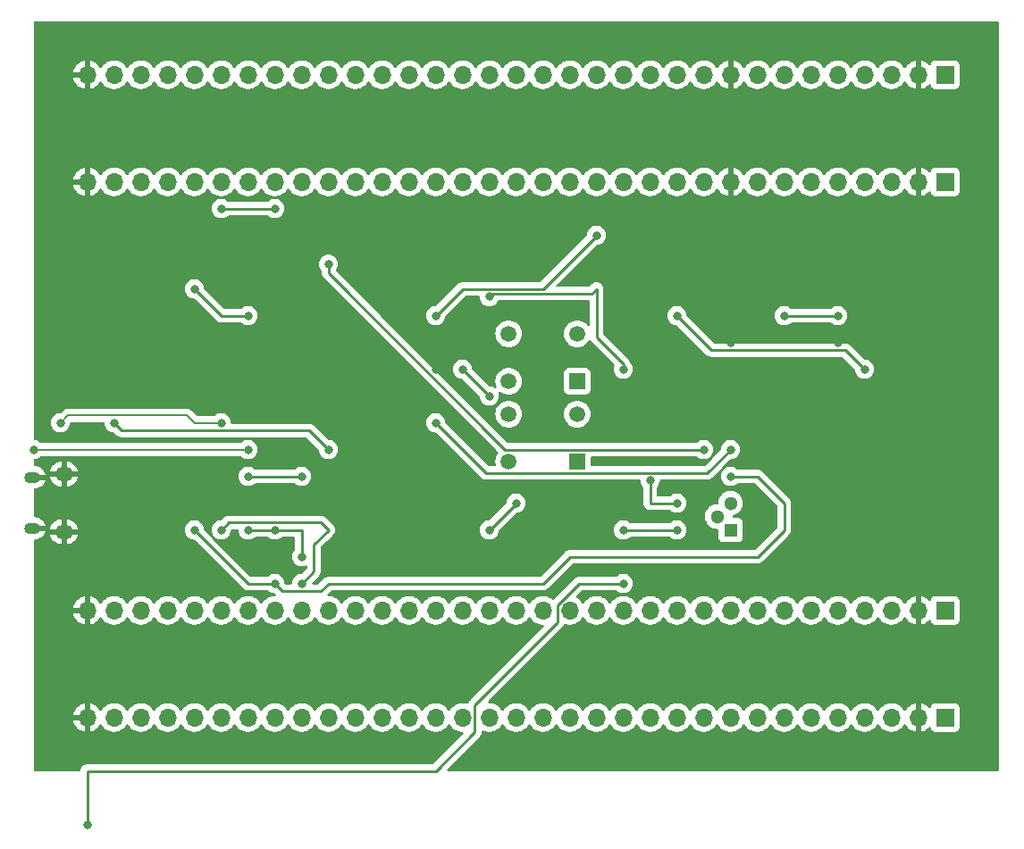
<source format=gbl>
%TF.GenerationSoftware,KiCad,Pcbnew,(6.0.2)*%
%TF.CreationDate,2022-04-12T17:30:22+02:00*%
%TF.ProjectId,main,6d61696e-2e6b-4696-9361-645f70636258,rev?*%
%TF.SameCoordinates,Original*%
%TF.FileFunction,Copper,L2,Bot*%
%TF.FilePolarity,Positive*%
%FSLAX46Y46*%
G04 Gerber Fmt 4.6, Leading zero omitted, Abs format (unit mm)*
G04 Created by KiCad (PCBNEW (6.0.2)) date 2022-04-12 17:30:22*
%MOMM*%
%LPD*%
G01*
G04 APERTURE LIST*
%TA.AperFunction,ComponentPad*%
%ADD10R,1.700000X1.700000*%
%TD*%
%TA.AperFunction,ComponentPad*%
%ADD11O,1.700000X1.700000*%
%TD*%
%TA.AperFunction,ComponentPad*%
%ADD12R,1.498000X1.498000*%
%TD*%
%TA.AperFunction,ComponentPad*%
%ADD13C,1.498000*%
%TD*%
%TA.AperFunction,ComponentPad*%
%ADD14O,1.500000X1.100000*%
%TD*%
%TA.AperFunction,ComponentPad*%
%ADD15O,1.700000X1.350000*%
%TD*%
%TA.AperFunction,ComponentPad*%
%ADD16R,1.300000X1.300000*%
%TD*%
%TA.AperFunction,ComponentPad*%
%ADD17C,1.300000*%
%TD*%
%TA.AperFunction,ViaPad*%
%ADD18C,0.800000*%
%TD*%
%TA.AperFunction,Conductor*%
%ADD19C,0.250000*%
%TD*%
%TA.AperFunction,Conductor*%
%ADD20C,0.200000*%
%TD*%
G04 APERTURE END LIST*
D10*
%TO.P,J2,1,Pin_1*%
%TO.N,+3V0*%
X200660000Y-60960000D03*
D11*
%TO.P,J2,2,Pin_2*%
%TO.N,GND*%
X198120000Y-60960000D03*
%TO.P,J2,3,Pin_3*%
%TO.N,/VBAT*%
X195580000Y-60960000D03*
%TO.P,J2,4,Pin_4*%
%TO.N,/PC13*%
X193040000Y-60960000D03*
%TO.P,J2,5,Pin_5*%
%TO.N,/PC14*%
X190500000Y-60960000D03*
%TO.P,J2,6,Pin_6*%
%TO.N,/PC15*%
X187960000Y-60960000D03*
%TO.P,J2,7,Pin_7*%
%TO.N,/PF0*%
X185420000Y-60960000D03*
%TO.P,J2,8,Pin_8*%
%TO.N,/PF1*%
X182880000Y-60960000D03*
%TO.P,J2,9,Pin_9*%
%TO.N,GND*%
X180340000Y-60960000D03*
%TO.P,J2,10,Pin_10*%
%TO.N,/NRST*%
X177800000Y-60960000D03*
%TO.P,J2,11,Pin_11*%
%TO.N,/PC0*%
X175260000Y-60960000D03*
%TO.P,J2,12,Pin_12*%
%TO.N,/PC1*%
X172720000Y-60960000D03*
%TO.P,J2,13,Pin_13*%
%TO.N,/PC2*%
X170180000Y-60960000D03*
%TO.P,J2,14,Pin_14*%
%TO.N,/PC3*%
X167640000Y-60960000D03*
%TO.P,J2,15,Pin_15*%
%TO.N,/PA0*%
X165100000Y-60960000D03*
%TO.P,J2,16,Pin_16*%
%TO.N,/PA1*%
X162560000Y-60960000D03*
%TO.P,J2,17,Pin_17*%
%TO.N,/PA2*%
X160020000Y-60960000D03*
%TO.P,J2,18,Pin_18*%
%TO.N,/PA3*%
X157480000Y-60960000D03*
%TO.P,J2,19,Pin_19*%
%TO.N,/PF4*%
X154940000Y-60960000D03*
%TO.P,J2,20,Pin_20*%
%TO.N,/PF5*%
X152400000Y-60960000D03*
%TO.P,J2,21,Pin_21*%
%TO.N,/PA4*%
X149860000Y-60960000D03*
%TO.P,J2,22,Pin_22*%
%TO.N,/PA5*%
X147320000Y-60960000D03*
%TO.P,J2,23,Pin_23*%
%TO.N,/PA6*%
X144780000Y-60960000D03*
%TO.P,J2,24,Pin_24*%
%TO.N,/PA7*%
X142240000Y-60960000D03*
%TO.P,J2,25,Pin_25*%
%TO.N,/PC4*%
X139700000Y-60960000D03*
%TO.P,J2,26,Pin_26*%
%TO.N,/PC5*%
X137160000Y-60960000D03*
%TO.P,J2,27,Pin_27*%
%TO.N,/PB0*%
X134620000Y-60960000D03*
%TO.P,J2,28,Pin_28*%
%TO.N,/PB1*%
X132080000Y-60960000D03*
%TO.P,J2,29,Pin_29*%
%TO.N,/PB2*%
X129540000Y-60960000D03*
%TO.P,J2,30,Pin_30*%
%TO.N,/PB10*%
X127000000Y-60960000D03*
%TO.P,J2,31,Pin_31*%
%TO.N,/PB11*%
X124460000Y-60960000D03*
%TO.P,J2,32,Pin_32*%
%TO.N,/PB12*%
X121920000Y-60960000D03*
%TO.P,J2,33,Pin_33*%
%TO.N,GND*%
X119380000Y-60960000D03*
%TD*%
D12*
%TO.P,SW2,1,A*%
%TO.N,+5V*%
X165810000Y-87495000D03*
D13*
%TO.P,SW2,2,B*%
%TO.N,Net-(FTDI(UART)1-Pad13)*%
X159310000Y-87495000D03*
%TO.P,SW2,3*%
%TO.N,N/C*%
X165810000Y-82995000D03*
%TO.P,SW2,4*%
X159310000Y-82995000D03*
%TD*%
D10*
%TO.P,J1,1,Pin_1*%
%TO.N,+3V0*%
X200660000Y-50800000D03*
D11*
%TO.P,J1,2,Pin_2*%
%TO.N,GND*%
X198120000Y-50800000D03*
%TO.P,J1,3,Pin_3*%
%TO.N,/VBAT*%
X195580000Y-50800000D03*
%TO.P,J1,4,Pin_4*%
%TO.N,/PC13*%
X193040000Y-50800000D03*
%TO.P,J1,5,Pin_5*%
%TO.N,/PC14*%
X190500000Y-50800000D03*
%TO.P,J1,6,Pin_6*%
%TO.N,/PC15*%
X187960000Y-50800000D03*
%TO.P,J1,7,Pin_7*%
%TO.N,/PF0*%
X185420000Y-50800000D03*
%TO.P,J1,8,Pin_8*%
%TO.N,/PF1*%
X182880000Y-50800000D03*
%TO.P,J1,9,Pin_9*%
%TO.N,GND*%
X180340000Y-50800000D03*
%TO.P,J1,10,Pin_10*%
%TO.N,/NRST*%
X177800000Y-50800000D03*
%TO.P,J1,11,Pin_11*%
%TO.N,/PC0*%
X175260000Y-50800000D03*
%TO.P,J1,12,Pin_12*%
%TO.N,/PC1*%
X172720000Y-50800000D03*
%TO.P,J1,13,Pin_13*%
%TO.N,/PC2*%
X170180000Y-50800000D03*
%TO.P,J1,14,Pin_14*%
%TO.N,/PC3*%
X167640000Y-50800000D03*
%TO.P,J1,15,Pin_15*%
%TO.N,/PA0*%
X165100000Y-50800000D03*
%TO.P,J1,16,Pin_16*%
%TO.N,/PA1*%
X162560000Y-50800000D03*
%TO.P,J1,17,Pin_17*%
%TO.N,/PA2*%
X160020000Y-50800000D03*
%TO.P,J1,18,Pin_18*%
%TO.N,/PA3*%
X157480000Y-50800000D03*
%TO.P,J1,19,Pin_19*%
%TO.N,/PF4*%
X154940000Y-50800000D03*
%TO.P,J1,20,Pin_20*%
%TO.N,/PF5*%
X152400000Y-50800000D03*
%TO.P,J1,21,Pin_21*%
%TO.N,/PA4*%
X149860000Y-50800000D03*
%TO.P,J1,22,Pin_22*%
%TO.N,/PA5*%
X147320000Y-50800000D03*
%TO.P,J1,23,Pin_23*%
%TO.N,/PA6*%
X144780000Y-50800000D03*
%TO.P,J1,24,Pin_24*%
%TO.N,/PA7*%
X142240000Y-50800000D03*
%TO.P,J1,25,Pin_25*%
%TO.N,/PC4*%
X139700000Y-50800000D03*
%TO.P,J1,26,Pin_26*%
%TO.N,/PC5*%
X137160000Y-50800000D03*
%TO.P,J1,27,Pin_27*%
%TO.N,/PB0*%
X134620000Y-50800000D03*
%TO.P,J1,28,Pin_28*%
%TO.N,/PB1*%
X132080000Y-50800000D03*
%TO.P,J1,29,Pin_29*%
%TO.N,/PB2*%
X129540000Y-50800000D03*
%TO.P,J1,30,Pin_30*%
%TO.N,/PB10*%
X127000000Y-50800000D03*
%TO.P,J1,31,Pin_31*%
%TO.N,/PB11*%
X124460000Y-50800000D03*
%TO.P,J1,32,Pin_32*%
%TO.N,/PB12*%
X121920000Y-50800000D03*
%TO.P,J1,33,Pin_33*%
%TO.N,GND*%
X119380000Y-50800000D03*
%TD*%
D12*
%TO.P,SW1,1,A*%
%TO.N,+5V*%
X165810000Y-79875000D03*
D13*
%TO.P,SW1,2,B*%
%TO.N,/microcontroller_interfacing/EEPROM MODE TP*%
X159310000Y-79875000D03*
%TO.P,SW1,3*%
%TO.N,N/C*%
X165810000Y-75375000D03*
%TO.P,SW1,4*%
X159310000Y-75375000D03*
%TD*%
D14*
%TO.P,J5,6,Shield*%
%TO.N,GND*%
X114180000Y-93835000D03*
X114180000Y-88995000D03*
D15*
X117180000Y-94145000D03*
X117180000Y-88685000D03*
%TD*%
D10*
%TO.P,J4,1,Pin_1*%
%TO.N,+5V*%
X200660000Y-111760000D03*
D11*
%TO.P,J4,2,Pin_2*%
%TO.N,GND*%
X198120000Y-111760000D03*
%TO.P,J4,3,Pin_3*%
%TO.N,/PB9*%
X195580000Y-111760000D03*
%TO.P,J4,4,Pin_4*%
%TO.N,/PB8*%
X193040000Y-111760000D03*
%TO.P,J4,5,Pin_5*%
%TO.N,VDD*%
X190500000Y-111760000D03*
%TO.P,J4,6,Pin_6*%
%TO.N,/BOOT*%
X187960000Y-111760000D03*
%TO.P,J4,7,Pin_7*%
%TO.N,/PB7*%
X185420000Y-111760000D03*
%TO.P,J4,8,Pin_8*%
%TO.N,/PB6*%
X182880000Y-111760000D03*
%TO.P,J4,9,Pin_9*%
%TO.N,/PB5*%
X180340000Y-111760000D03*
%TO.P,J4,10,Pin_10*%
%TO.N,/PB4*%
X177800000Y-111760000D03*
%TO.P,J4,11,Pin_11*%
%TO.N,/PB3*%
X175260000Y-111760000D03*
%TO.P,J4,12,Pin_12*%
%TO.N,/PD2*%
X172720000Y-111760000D03*
%TO.P,J4,13,Pin_13*%
%TO.N,/PC12*%
X170180000Y-111760000D03*
%TO.P,J4,14,Pin_14*%
%TO.N,/PC11*%
X167640000Y-111760000D03*
%TO.P,J4,15,Pin_15*%
%TO.N,/PC10*%
X165100000Y-111760000D03*
%TO.P,J4,16,Pin_16*%
%TO.N,/PA15*%
X162560000Y-111760000D03*
%TO.P,J4,17,Pin_17*%
%TO.N,/PA14*%
X160020000Y-111760000D03*
%TO.P,J4,18,Pin_18*%
%TO.N,/PF7*%
X157480000Y-111760000D03*
%TO.P,J4,19,Pin_19*%
%TO.N,/PF6*%
X154940000Y-111760000D03*
%TO.P,J4,20,Pin_20*%
%TO.N,/PA13*%
X152400000Y-111760000D03*
%TO.P,J4,21,Pin_21*%
%TO.N,/PA12*%
X149860000Y-111760000D03*
%TO.P,J4,22,Pin_22*%
%TO.N,/PA11*%
X147320000Y-111760000D03*
%TO.P,J4,23,Pin_23*%
%TO.N,/PA10*%
X144780000Y-111760000D03*
%TO.P,J4,24,Pin_24*%
%TO.N,/PA9*%
X142240000Y-111760000D03*
%TO.P,J4,25,Pin_25*%
%TO.N,/PA8*%
X139700000Y-111760000D03*
%TO.P,J4,26,Pin_26*%
%TO.N,/PC9*%
X137160000Y-111760000D03*
%TO.P,J4,27,Pin_27*%
%TO.N,/PC8*%
X134620000Y-111760000D03*
%TO.P,J4,28,Pin_28*%
%TO.N,/PC7*%
X132080000Y-111760000D03*
%TO.P,J4,29,Pin_29*%
%TO.N,/PC6*%
X129540000Y-111760000D03*
%TO.P,J4,30,Pin_30*%
%TO.N,/PB15*%
X127000000Y-111760000D03*
%TO.P,J4,31,Pin_31*%
%TO.N,/PB14*%
X124460000Y-111760000D03*
%TO.P,J4,32,Pin_32*%
%TO.N,/PB13*%
X121920000Y-111760000D03*
%TO.P,J4,33,Pin_33*%
%TO.N,GND*%
X119380000Y-111760000D03*
%TD*%
D10*
%TO.P,J3,1,Pin_1*%
%TO.N,+5V*%
X200660000Y-101600000D03*
D11*
%TO.P,J3,2,Pin_2*%
%TO.N,GND*%
X198120000Y-101600000D03*
%TO.P,J3,3,Pin_3*%
%TO.N,/PB9*%
X195580000Y-101600000D03*
%TO.P,J3,4,Pin_4*%
%TO.N,/PB8*%
X193040000Y-101600000D03*
%TO.P,J3,5,Pin_5*%
%TO.N,VDD*%
X190500000Y-101600000D03*
%TO.P,J3,6,Pin_6*%
%TO.N,/BOOT*%
X187960000Y-101600000D03*
%TO.P,J3,7,Pin_7*%
%TO.N,/PB7*%
X185420000Y-101600000D03*
%TO.P,J3,8,Pin_8*%
%TO.N,/PB6*%
X182880000Y-101600000D03*
%TO.P,J3,9,Pin_9*%
%TO.N,/PB5*%
X180340000Y-101600000D03*
%TO.P,J3,10,Pin_10*%
%TO.N,/PB4*%
X177800000Y-101600000D03*
%TO.P,J3,11,Pin_11*%
%TO.N,/PB3*%
X175260000Y-101600000D03*
%TO.P,J3,12,Pin_12*%
%TO.N,/PD2*%
X172720000Y-101600000D03*
%TO.P,J3,13,Pin_13*%
%TO.N,/PC12*%
X170180000Y-101600000D03*
%TO.P,J3,14,Pin_14*%
%TO.N,/PC11*%
X167640000Y-101600000D03*
%TO.P,J3,15,Pin_15*%
%TO.N,/PC10*%
X165100000Y-101600000D03*
%TO.P,J3,16,Pin_16*%
%TO.N,/PA15*%
X162560000Y-101600000D03*
%TO.P,J3,17,Pin_17*%
%TO.N,/PA14*%
X160020000Y-101600000D03*
%TO.P,J3,18,Pin_18*%
%TO.N,/PF7*%
X157480000Y-101600000D03*
%TO.P,J3,19,Pin_19*%
%TO.N,/PF6*%
X154940000Y-101600000D03*
%TO.P,J3,20,Pin_20*%
%TO.N,/PA13*%
X152400000Y-101600000D03*
%TO.P,J3,21,Pin_21*%
%TO.N,/PA12*%
X149860000Y-101600000D03*
%TO.P,J3,22,Pin_22*%
%TO.N,/PA11*%
X147320000Y-101600000D03*
%TO.P,J3,23,Pin_23*%
%TO.N,/PA10*%
X144780000Y-101600000D03*
%TO.P,J3,24,Pin_24*%
%TO.N,/PA9*%
X142240000Y-101600000D03*
%TO.P,J3,25,Pin_25*%
%TO.N,/PA8*%
X139700000Y-101600000D03*
%TO.P,J3,26,Pin_26*%
%TO.N,/PC9*%
X137160000Y-101600000D03*
%TO.P,J3,27,Pin_27*%
%TO.N,/PC8*%
X134620000Y-101600000D03*
%TO.P,J3,28,Pin_28*%
%TO.N,/PC7*%
X132080000Y-101600000D03*
%TO.P,J3,29,Pin_29*%
%TO.N,/PC6*%
X129540000Y-101600000D03*
%TO.P,J3,30,Pin_30*%
%TO.N,/PB15*%
X127000000Y-101600000D03*
%TO.P,J3,31,Pin_31*%
%TO.N,/PB14*%
X124460000Y-101600000D03*
%TO.P,J3,32,Pin_32*%
%TO.N,/PB13*%
X121920000Y-101600000D03*
%TO.P,J3,33,Pin_33*%
%TO.N,GND*%
X119380000Y-101600000D03*
%TD*%
D16*
%TO.P,Q1,1,E*%
%TO.N,Net-(Q1-Pad1)*%
X180340000Y-93980000D03*
D17*
%TO.P,Q1,2,B*%
%TO.N,Net-(D1-Pad1)*%
X179070000Y-92710000D03*
%TO.P,Q1,3,C*%
%TO.N,Net-(Q1-Pad3)*%
X180340000Y-91440000D03*
%TD*%
D18*
%TO.N,GND*%
X185420000Y-86360000D03*
X157480000Y-96520000D03*
X139700000Y-78740000D03*
X137160000Y-71120000D03*
X177800000Y-73660000D03*
X165100000Y-66040000D03*
X149860000Y-91440000D03*
X190500000Y-78740000D03*
X154620000Y-68260000D03*
X121920000Y-88900000D03*
X195580000Y-71120000D03*
X152400000Y-78740000D03*
X144780000Y-76200000D03*
X125390000Y-87720000D03*
X180340000Y-76200000D03*
X144780000Y-88900000D03*
X190500000Y-76200000D03*
%TO.N,/PC1*%
X167640000Y-66040000D03*
X154940000Y-78740000D03*
X157480000Y-81280000D03*
X152400000Y-73660000D03*
%TO.N,/PA10*%
X134620000Y-93980000D03*
X139700000Y-96520000D03*
X137160000Y-93980000D03*
%TO.N,/PA9*%
X139700000Y-99060000D03*
X132080000Y-93980000D03*
%TO.N,/PA8*%
X137160000Y-99060000D03*
X129540000Y-93980000D03*
X180340000Y-88900000D03*
%TO.N,Net-(BT1-Pad1)*%
X170180000Y-99060000D03*
X170180000Y-93980000D03*
X119380000Y-121920000D03*
X175260000Y-93980000D03*
%TO.N,/Power/Output*%
X132080000Y-63500000D03*
X137160000Y-63500000D03*
%TO.N,Net-(C4-Pad1)*%
X139700000Y-88900000D03*
X134620000Y-88900000D03*
%TO.N,Net-(D1-Pad1)*%
X172720000Y-89293011D03*
X175260000Y-91440000D03*
%TO.N,Net-(D3-Pad2)*%
X175260000Y-73660000D03*
X193040000Y-78740000D03*
%TO.N,USB D-*%
X132080000Y-83820000D03*
X116840000Y-83820000D03*
%TO.N,USB D+*%
X114300000Y-86360000D03*
X134620000Y-86360000D03*
%TO.N,Net-(R1-Pad1)*%
X190500000Y-73660000D03*
X185420000Y-73660000D03*
%TO.N,Net-(R6-Pad2)*%
X157480000Y-71844500D03*
X170180000Y-78740000D03*
%TO.N,/Sensing/I2CBUS*%
X177800000Y-86360000D03*
X129540000Y-71120000D03*
X134620000Y-73660000D03*
X142240000Y-68779980D03*
%TO.N,/microcontroller_interfacing/EEPROM MODE TP*%
X152400000Y-83820000D03*
X180340000Y-86360000D03*
%TO.N,Net-(FTDI(UART)1-Pad13)*%
X142240000Y-86360000D03*
X160020000Y-91440000D03*
X157480000Y-93980000D03*
X121920000Y-83820000D03*
%TD*%
D19*
%TO.N,/PC1*%
X154940000Y-71120000D02*
X160020000Y-71120000D01*
X154940000Y-78740000D02*
X157480000Y-81280000D01*
X152400000Y-73660000D02*
X154940000Y-71120000D01*
X160020000Y-71120000D02*
X162560000Y-71120000D01*
X162560000Y-71120000D02*
X167640000Y-66040000D01*
%TO.N,/PA10*%
X137160000Y-93980000D02*
X139700000Y-93980000D01*
X139700000Y-93980000D02*
X139700000Y-96520000D01*
X137160000Y-93980000D02*
X134620000Y-93980000D01*
%TO.N,/PA9*%
X142240000Y-93980000D02*
X140874511Y-95345489D01*
X141515489Y-93255489D02*
X142240000Y-93980000D01*
X132804511Y-93255489D02*
X141515489Y-93255489D01*
X140874511Y-97885489D02*
X139700000Y-99060000D01*
X132080000Y-93980000D02*
X132804511Y-93255489D01*
X140874511Y-95345489D02*
X140874511Y-97885489D01*
%TO.N,/PA8*%
X182880000Y-88900000D02*
X185420000Y-91440000D01*
X142240000Y-99060000D02*
X141515489Y-99784511D01*
X180340000Y-88900000D02*
X182880000Y-88900000D01*
X134620000Y-99060000D02*
X137160000Y-99060000D01*
X162560000Y-99060000D02*
X142240000Y-99060000D01*
X185420000Y-91440000D02*
X185420000Y-93980000D01*
X185420000Y-93980000D02*
X182880000Y-96520000D01*
X141515489Y-99784511D02*
X137884511Y-99784511D01*
X165100000Y-96520000D02*
X162560000Y-99060000D01*
X129540000Y-93980000D02*
X134620000Y-99060000D01*
X182880000Y-96520000D02*
X165100000Y-96520000D01*
X137884511Y-99784511D02*
X137160000Y-99060000D01*
%TO.N,Net-(BT1-Pad1)*%
X156114511Y-110585489D02*
X156114511Y-113125489D01*
X163925489Y-101113501D02*
X163925489Y-102774511D01*
X156114511Y-113125489D02*
X152400000Y-116840000D01*
X119380000Y-116840000D02*
X119380000Y-121920000D01*
X165978990Y-99060000D02*
X163925489Y-101113501D01*
X163925489Y-102774511D02*
X156114511Y-110585489D01*
X175260000Y-93980000D02*
X170180000Y-93980000D01*
X152400000Y-116840000D02*
X119380000Y-116840000D01*
X170180000Y-99060000D02*
X165978990Y-99060000D01*
%TO.N,/Power/Output*%
X132080000Y-63500000D02*
X137160000Y-63500000D01*
%TO.N,Net-(C4-Pad1)*%
X134620000Y-88900000D02*
X139700000Y-88900000D01*
%TO.N,Net-(D1-Pad1)*%
X172720000Y-91440000D02*
X172720000Y-89293011D01*
X175260000Y-91440000D02*
X172720000Y-91440000D01*
%TO.N,Net-(D3-Pad2)*%
X175260000Y-73660000D02*
X178524511Y-76924511D01*
X178524511Y-76924511D02*
X191224511Y-76924511D01*
X191224511Y-76924511D02*
X193040000Y-78740000D01*
D20*
%TO.N,USB D-*%
X117539511Y-83120489D02*
X116840000Y-83820000D01*
X128840489Y-83120489D02*
X117539511Y-83120489D01*
X129540000Y-83820000D02*
X132080000Y-83820000D01*
X128840489Y-83120489D02*
X129540000Y-83820000D01*
%TO.N,USB D+*%
X114300000Y-86360000D02*
X134620000Y-86360000D01*
D19*
%TO.N,Net-(R1-Pad1)*%
X185420000Y-73660000D02*
X190500000Y-73660000D01*
%TO.N,Net-(R6-Pad2)*%
X167640000Y-71120000D02*
X167190480Y-71569520D01*
X167190480Y-71569520D02*
X157480000Y-71569520D01*
X157480000Y-71569520D02*
X157480000Y-71844500D01*
X170180000Y-78226825D02*
X167640000Y-75686825D01*
X167640000Y-75686825D02*
X167640000Y-71120000D01*
X170180000Y-78740000D02*
X170180000Y-78226825D01*
%TO.N,/Sensing/I2CBUS*%
X132080000Y-73660000D02*
X129540000Y-71120000D01*
X158995386Y-86360000D02*
X177800000Y-86360000D01*
X158995386Y-86360000D02*
X142240000Y-69604614D01*
X142240000Y-69604614D02*
X142240000Y-68779980D01*
X134620000Y-73660000D02*
X132080000Y-73660000D01*
%TO.N,/microcontroller_interfacing/EEPROM MODE TP*%
X178131489Y-88568511D02*
X157148511Y-88568511D01*
X180340000Y-86360000D02*
X178131489Y-88568511D01*
X157148511Y-88568511D02*
X152400000Y-83820000D01*
%TO.N,Net-(FTDI(UART)1-Pad13)*%
X122644511Y-84544511D02*
X140424511Y-84544511D01*
X140424511Y-84544511D02*
X142240000Y-86360000D01*
X157480000Y-93980000D02*
X160020000Y-91440000D01*
X121920000Y-83820000D02*
X122644511Y-84544511D01*
%TD*%
%TA.AperFunction,Conductor*%
%TO.N,GND*%
G36*
X205682121Y-45740002D02*
G01*
X205728614Y-45793658D01*
X205740000Y-45846000D01*
X205740000Y-116714000D01*
X205719998Y-116782121D01*
X205666342Y-116828614D01*
X205614000Y-116840000D01*
X153600094Y-116840000D01*
X153531973Y-116819998D01*
X153485480Y-116766342D01*
X153475376Y-116696068D01*
X153504870Y-116631488D01*
X153510999Y-116624905D01*
X156506764Y-113629141D01*
X156515050Y-113621601D01*
X156521529Y-113617489D01*
X156568155Y-113567837D01*
X156570909Y-113564996D01*
X156590646Y-113545259D01*
X156593126Y-113542062D01*
X156600831Y-113533040D01*
X156625670Y-113506589D01*
X156631097Y-113500810D01*
X156634916Y-113493864D01*
X156634918Y-113493861D01*
X156640859Y-113483055D01*
X156651710Y-113466536D01*
X156659269Y-113456790D01*
X156664125Y-113450530D01*
X156667270Y-113443261D01*
X156667273Y-113443257D01*
X156681685Y-113409952D01*
X156686902Y-113399302D01*
X156708206Y-113360549D01*
X156713244Y-113340926D01*
X156719648Y-113322223D01*
X156724544Y-113310909D01*
X156724544Y-113310908D01*
X156727692Y-113303634D01*
X156728931Y-113295811D01*
X156728934Y-113295801D01*
X156734610Y-113259965D01*
X156737016Y-113248345D01*
X156746039Y-113213200D01*
X156746039Y-113213199D01*
X156748011Y-113205519D01*
X156748011Y-113185265D01*
X156749562Y-113165554D01*
X156751491Y-113153375D01*
X156752731Y-113145546D01*
X156751322Y-113130637D01*
X156764822Y-113060936D01*
X156813863Y-113009599D01*
X156882874Y-112992924D01*
X156921711Y-113001066D01*
X157047522Y-113049108D01*
X157099692Y-113069030D01*
X157104760Y-113070061D01*
X157104763Y-113070062D01*
X157199862Y-113089410D01*
X157318597Y-113113567D01*
X157323772Y-113113757D01*
X157323774Y-113113757D01*
X157536673Y-113121564D01*
X157536677Y-113121564D01*
X157541837Y-113121753D01*
X157546957Y-113121097D01*
X157546959Y-113121097D01*
X157758288Y-113094025D01*
X157758289Y-113094025D01*
X157763416Y-113093368D01*
X157768366Y-113091883D01*
X157972429Y-113030661D01*
X157972434Y-113030659D01*
X157977384Y-113029174D01*
X158177994Y-112930896D01*
X158359860Y-112801173D01*
X158518096Y-112643489D01*
X158648453Y-112462077D01*
X158649776Y-112463028D01*
X158696645Y-112419857D01*
X158766580Y-112407625D01*
X158832026Y-112435144D01*
X158859875Y-112466994D01*
X158919987Y-112565088D01*
X159066250Y-112733938D01*
X159238126Y-112876632D01*
X159431000Y-112989338D01*
X159435825Y-112991180D01*
X159435826Y-112991181D01*
X159461712Y-113001066D01*
X159639692Y-113069030D01*
X159644760Y-113070061D01*
X159644763Y-113070062D01*
X159739862Y-113089410D01*
X159858597Y-113113567D01*
X159863772Y-113113757D01*
X159863774Y-113113757D01*
X160076673Y-113121564D01*
X160076677Y-113121564D01*
X160081837Y-113121753D01*
X160086957Y-113121097D01*
X160086959Y-113121097D01*
X160298288Y-113094025D01*
X160298289Y-113094025D01*
X160303416Y-113093368D01*
X160308366Y-113091883D01*
X160512429Y-113030661D01*
X160512434Y-113030659D01*
X160517384Y-113029174D01*
X160717994Y-112930896D01*
X160899860Y-112801173D01*
X161058096Y-112643489D01*
X161188453Y-112462077D01*
X161189776Y-112463028D01*
X161236645Y-112419857D01*
X161306580Y-112407625D01*
X161372026Y-112435144D01*
X161399875Y-112466994D01*
X161459987Y-112565088D01*
X161606250Y-112733938D01*
X161778126Y-112876632D01*
X161971000Y-112989338D01*
X161975825Y-112991180D01*
X161975826Y-112991181D01*
X162001712Y-113001066D01*
X162179692Y-113069030D01*
X162184760Y-113070061D01*
X162184763Y-113070062D01*
X162279862Y-113089410D01*
X162398597Y-113113567D01*
X162403772Y-113113757D01*
X162403774Y-113113757D01*
X162616673Y-113121564D01*
X162616677Y-113121564D01*
X162621837Y-113121753D01*
X162626957Y-113121097D01*
X162626959Y-113121097D01*
X162838288Y-113094025D01*
X162838289Y-113094025D01*
X162843416Y-113093368D01*
X162848366Y-113091883D01*
X163052429Y-113030661D01*
X163052434Y-113030659D01*
X163057384Y-113029174D01*
X163257994Y-112930896D01*
X163439860Y-112801173D01*
X163598096Y-112643489D01*
X163728453Y-112462077D01*
X163729776Y-112463028D01*
X163776645Y-112419857D01*
X163846580Y-112407625D01*
X163912026Y-112435144D01*
X163939875Y-112466994D01*
X163999987Y-112565088D01*
X164146250Y-112733938D01*
X164318126Y-112876632D01*
X164511000Y-112989338D01*
X164515825Y-112991180D01*
X164515826Y-112991181D01*
X164541712Y-113001066D01*
X164719692Y-113069030D01*
X164724760Y-113070061D01*
X164724763Y-113070062D01*
X164819862Y-113089410D01*
X164938597Y-113113567D01*
X164943772Y-113113757D01*
X164943774Y-113113757D01*
X165156673Y-113121564D01*
X165156677Y-113121564D01*
X165161837Y-113121753D01*
X165166957Y-113121097D01*
X165166959Y-113121097D01*
X165378288Y-113094025D01*
X165378289Y-113094025D01*
X165383416Y-113093368D01*
X165388366Y-113091883D01*
X165592429Y-113030661D01*
X165592434Y-113030659D01*
X165597384Y-113029174D01*
X165797994Y-112930896D01*
X165979860Y-112801173D01*
X166138096Y-112643489D01*
X166268453Y-112462077D01*
X166269776Y-112463028D01*
X166316645Y-112419857D01*
X166386580Y-112407625D01*
X166452026Y-112435144D01*
X166479875Y-112466994D01*
X166539987Y-112565088D01*
X166686250Y-112733938D01*
X166858126Y-112876632D01*
X167051000Y-112989338D01*
X167055825Y-112991180D01*
X167055826Y-112991181D01*
X167081712Y-113001066D01*
X167259692Y-113069030D01*
X167264760Y-113070061D01*
X167264763Y-113070062D01*
X167359862Y-113089410D01*
X167478597Y-113113567D01*
X167483772Y-113113757D01*
X167483774Y-113113757D01*
X167696673Y-113121564D01*
X167696677Y-113121564D01*
X167701837Y-113121753D01*
X167706957Y-113121097D01*
X167706959Y-113121097D01*
X167918288Y-113094025D01*
X167918289Y-113094025D01*
X167923416Y-113093368D01*
X167928366Y-113091883D01*
X168132429Y-113030661D01*
X168132434Y-113030659D01*
X168137384Y-113029174D01*
X168337994Y-112930896D01*
X168519860Y-112801173D01*
X168678096Y-112643489D01*
X168808453Y-112462077D01*
X168809776Y-112463028D01*
X168856645Y-112419857D01*
X168926580Y-112407625D01*
X168992026Y-112435144D01*
X169019875Y-112466994D01*
X169079987Y-112565088D01*
X169226250Y-112733938D01*
X169398126Y-112876632D01*
X169591000Y-112989338D01*
X169595825Y-112991180D01*
X169595826Y-112991181D01*
X169621712Y-113001066D01*
X169799692Y-113069030D01*
X169804760Y-113070061D01*
X169804763Y-113070062D01*
X169899862Y-113089410D01*
X170018597Y-113113567D01*
X170023772Y-113113757D01*
X170023774Y-113113757D01*
X170236673Y-113121564D01*
X170236677Y-113121564D01*
X170241837Y-113121753D01*
X170246957Y-113121097D01*
X170246959Y-113121097D01*
X170458288Y-113094025D01*
X170458289Y-113094025D01*
X170463416Y-113093368D01*
X170468366Y-113091883D01*
X170672429Y-113030661D01*
X170672434Y-113030659D01*
X170677384Y-113029174D01*
X170877994Y-112930896D01*
X171059860Y-112801173D01*
X171218096Y-112643489D01*
X171348453Y-112462077D01*
X171349776Y-112463028D01*
X171396645Y-112419857D01*
X171466580Y-112407625D01*
X171532026Y-112435144D01*
X171559875Y-112466994D01*
X171619987Y-112565088D01*
X171766250Y-112733938D01*
X171938126Y-112876632D01*
X172131000Y-112989338D01*
X172135825Y-112991180D01*
X172135826Y-112991181D01*
X172161712Y-113001066D01*
X172339692Y-113069030D01*
X172344760Y-113070061D01*
X172344763Y-113070062D01*
X172439862Y-113089410D01*
X172558597Y-113113567D01*
X172563772Y-113113757D01*
X172563774Y-113113757D01*
X172776673Y-113121564D01*
X172776677Y-113121564D01*
X172781837Y-113121753D01*
X172786957Y-113121097D01*
X172786959Y-113121097D01*
X172998288Y-113094025D01*
X172998289Y-113094025D01*
X173003416Y-113093368D01*
X173008366Y-113091883D01*
X173212429Y-113030661D01*
X173212434Y-113030659D01*
X173217384Y-113029174D01*
X173417994Y-112930896D01*
X173599860Y-112801173D01*
X173758096Y-112643489D01*
X173888453Y-112462077D01*
X173889776Y-112463028D01*
X173936645Y-112419857D01*
X174006580Y-112407625D01*
X174072026Y-112435144D01*
X174099875Y-112466994D01*
X174159987Y-112565088D01*
X174306250Y-112733938D01*
X174478126Y-112876632D01*
X174671000Y-112989338D01*
X174675825Y-112991180D01*
X174675826Y-112991181D01*
X174701712Y-113001066D01*
X174879692Y-113069030D01*
X174884760Y-113070061D01*
X174884763Y-113070062D01*
X174979862Y-113089410D01*
X175098597Y-113113567D01*
X175103772Y-113113757D01*
X175103774Y-113113757D01*
X175316673Y-113121564D01*
X175316677Y-113121564D01*
X175321837Y-113121753D01*
X175326957Y-113121097D01*
X175326959Y-113121097D01*
X175538288Y-113094025D01*
X175538289Y-113094025D01*
X175543416Y-113093368D01*
X175548366Y-113091883D01*
X175752429Y-113030661D01*
X175752434Y-113030659D01*
X175757384Y-113029174D01*
X175957994Y-112930896D01*
X176139860Y-112801173D01*
X176298096Y-112643489D01*
X176428453Y-112462077D01*
X176429776Y-112463028D01*
X176476645Y-112419857D01*
X176546580Y-112407625D01*
X176612026Y-112435144D01*
X176639875Y-112466994D01*
X176699987Y-112565088D01*
X176846250Y-112733938D01*
X177018126Y-112876632D01*
X177211000Y-112989338D01*
X177215825Y-112991180D01*
X177215826Y-112991181D01*
X177241712Y-113001066D01*
X177419692Y-113069030D01*
X177424760Y-113070061D01*
X177424763Y-113070062D01*
X177519862Y-113089410D01*
X177638597Y-113113567D01*
X177643772Y-113113757D01*
X177643774Y-113113757D01*
X177856673Y-113121564D01*
X177856677Y-113121564D01*
X177861837Y-113121753D01*
X177866957Y-113121097D01*
X177866959Y-113121097D01*
X178078288Y-113094025D01*
X178078289Y-113094025D01*
X178083416Y-113093368D01*
X178088366Y-113091883D01*
X178292429Y-113030661D01*
X178292434Y-113030659D01*
X178297384Y-113029174D01*
X178497994Y-112930896D01*
X178679860Y-112801173D01*
X178838096Y-112643489D01*
X178968453Y-112462077D01*
X178969776Y-112463028D01*
X179016645Y-112419857D01*
X179086580Y-112407625D01*
X179152026Y-112435144D01*
X179179875Y-112466994D01*
X179239987Y-112565088D01*
X179386250Y-112733938D01*
X179558126Y-112876632D01*
X179751000Y-112989338D01*
X179755825Y-112991180D01*
X179755826Y-112991181D01*
X179781712Y-113001066D01*
X179959692Y-113069030D01*
X179964760Y-113070061D01*
X179964763Y-113070062D01*
X180059862Y-113089410D01*
X180178597Y-113113567D01*
X180183772Y-113113757D01*
X180183774Y-113113757D01*
X180396673Y-113121564D01*
X180396677Y-113121564D01*
X180401837Y-113121753D01*
X180406957Y-113121097D01*
X180406959Y-113121097D01*
X180618288Y-113094025D01*
X180618289Y-113094025D01*
X180623416Y-113093368D01*
X180628366Y-113091883D01*
X180832429Y-113030661D01*
X180832434Y-113030659D01*
X180837384Y-113029174D01*
X181037994Y-112930896D01*
X181219860Y-112801173D01*
X181378096Y-112643489D01*
X181508453Y-112462077D01*
X181509776Y-112463028D01*
X181556645Y-112419857D01*
X181626580Y-112407625D01*
X181692026Y-112435144D01*
X181719875Y-112466994D01*
X181779987Y-112565088D01*
X181926250Y-112733938D01*
X182098126Y-112876632D01*
X182291000Y-112989338D01*
X182295825Y-112991180D01*
X182295826Y-112991181D01*
X182321712Y-113001066D01*
X182499692Y-113069030D01*
X182504760Y-113070061D01*
X182504763Y-113070062D01*
X182599862Y-113089410D01*
X182718597Y-113113567D01*
X182723772Y-113113757D01*
X182723774Y-113113757D01*
X182936673Y-113121564D01*
X182936677Y-113121564D01*
X182941837Y-113121753D01*
X182946957Y-113121097D01*
X182946959Y-113121097D01*
X183158288Y-113094025D01*
X183158289Y-113094025D01*
X183163416Y-113093368D01*
X183168366Y-113091883D01*
X183372429Y-113030661D01*
X183372434Y-113030659D01*
X183377384Y-113029174D01*
X183577994Y-112930896D01*
X183759860Y-112801173D01*
X183918096Y-112643489D01*
X184048453Y-112462077D01*
X184049776Y-112463028D01*
X184096645Y-112419857D01*
X184166580Y-112407625D01*
X184232026Y-112435144D01*
X184259875Y-112466994D01*
X184319987Y-112565088D01*
X184466250Y-112733938D01*
X184638126Y-112876632D01*
X184831000Y-112989338D01*
X184835825Y-112991180D01*
X184835826Y-112991181D01*
X184861712Y-113001066D01*
X185039692Y-113069030D01*
X185044760Y-113070061D01*
X185044763Y-113070062D01*
X185139862Y-113089410D01*
X185258597Y-113113567D01*
X185263772Y-113113757D01*
X185263774Y-113113757D01*
X185476673Y-113121564D01*
X185476677Y-113121564D01*
X185481837Y-113121753D01*
X185486957Y-113121097D01*
X185486959Y-113121097D01*
X185698288Y-113094025D01*
X185698289Y-113094025D01*
X185703416Y-113093368D01*
X185708366Y-113091883D01*
X185912429Y-113030661D01*
X185912434Y-113030659D01*
X185917384Y-113029174D01*
X186117994Y-112930896D01*
X186299860Y-112801173D01*
X186458096Y-112643489D01*
X186588453Y-112462077D01*
X186589776Y-112463028D01*
X186636645Y-112419857D01*
X186706580Y-112407625D01*
X186772026Y-112435144D01*
X186799875Y-112466994D01*
X186859987Y-112565088D01*
X187006250Y-112733938D01*
X187178126Y-112876632D01*
X187371000Y-112989338D01*
X187375825Y-112991180D01*
X187375826Y-112991181D01*
X187401712Y-113001066D01*
X187579692Y-113069030D01*
X187584760Y-113070061D01*
X187584763Y-113070062D01*
X187679862Y-113089410D01*
X187798597Y-113113567D01*
X187803772Y-113113757D01*
X187803774Y-113113757D01*
X188016673Y-113121564D01*
X188016677Y-113121564D01*
X188021837Y-113121753D01*
X188026957Y-113121097D01*
X188026959Y-113121097D01*
X188238288Y-113094025D01*
X188238289Y-113094025D01*
X188243416Y-113093368D01*
X188248366Y-113091883D01*
X188452429Y-113030661D01*
X188452434Y-113030659D01*
X188457384Y-113029174D01*
X188657994Y-112930896D01*
X188839860Y-112801173D01*
X188998096Y-112643489D01*
X189128453Y-112462077D01*
X189129776Y-112463028D01*
X189176645Y-112419857D01*
X189246580Y-112407625D01*
X189312026Y-112435144D01*
X189339875Y-112466994D01*
X189399987Y-112565088D01*
X189546250Y-112733938D01*
X189718126Y-112876632D01*
X189911000Y-112989338D01*
X189915825Y-112991180D01*
X189915826Y-112991181D01*
X189941712Y-113001066D01*
X190119692Y-113069030D01*
X190124760Y-113070061D01*
X190124763Y-113070062D01*
X190219862Y-113089410D01*
X190338597Y-113113567D01*
X190343772Y-113113757D01*
X190343774Y-113113757D01*
X190556673Y-113121564D01*
X190556677Y-113121564D01*
X190561837Y-113121753D01*
X190566957Y-113121097D01*
X190566959Y-113121097D01*
X190778288Y-113094025D01*
X190778289Y-113094025D01*
X190783416Y-113093368D01*
X190788366Y-113091883D01*
X190992429Y-113030661D01*
X190992434Y-113030659D01*
X190997384Y-113029174D01*
X191197994Y-112930896D01*
X191379860Y-112801173D01*
X191538096Y-112643489D01*
X191668453Y-112462077D01*
X191669776Y-112463028D01*
X191716645Y-112419857D01*
X191786580Y-112407625D01*
X191852026Y-112435144D01*
X191879875Y-112466994D01*
X191939987Y-112565088D01*
X192086250Y-112733938D01*
X192258126Y-112876632D01*
X192451000Y-112989338D01*
X192455825Y-112991180D01*
X192455826Y-112991181D01*
X192481712Y-113001066D01*
X192659692Y-113069030D01*
X192664760Y-113070061D01*
X192664763Y-113070062D01*
X192759862Y-113089410D01*
X192878597Y-113113567D01*
X192883772Y-113113757D01*
X192883774Y-113113757D01*
X193096673Y-113121564D01*
X193096677Y-113121564D01*
X193101837Y-113121753D01*
X193106957Y-113121097D01*
X193106959Y-113121097D01*
X193318288Y-113094025D01*
X193318289Y-113094025D01*
X193323416Y-113093368D01*
X193328366Y-113091883D01*
X193532429Y-113030661D01*
X193532434Y-113030659D01*
X193537384Y-113029174D01*
X193737994Y-112930896D01*
X193919860Y-112801173D01*
X194078096Y-112643489D01*
X194208453Y-112462077D01*
X194209776Y-112463028D01*
X194256645Y-112419857D01*
X194326580Y-112407625D01*
X194392026Y-112435144D01*
X194419875Y-112466994D01*
X194479987Y-112565088D01*
X194626250Y-112733938D01*
X194798126Y-112876632D01*
X194991000Y-112989338D01*
X194995825Y-112991180D01*
X194995826Y-112991181D01*
X195021712Y-113001066D01*
X195199692Y-113069030D01*
X195204760Y-113070061D01*
X195204763Y-113070062D01*
X195299862Y-113089410D01*
X195418597Y-113113567D01*
X195423772Y-113113757D01*
X195423774Y-113113757D01*
X195636673Y-113121564D01*
X195636677Y-113121564D01*
X195641837Y-113121753D01*
X195646957Y-113121097D01*
X195646959Y-113121097D01*
X195858288Y-113094025D01*
X195858289Y-113094025D01*
X195863416Y-113093368D01*
X195868366Y-113091883D01*
X196072429Y-113030661D01*
X196072434Y-113030659D01*
X196077384Y-113029174D01*
X196277994Y-112930896D01*
X196459860Y-112801173D01*
X196618096Y-112643489D01*
X196748453Y-112462077D01*
X196749640Y-112462930D01*
X196796960Y-112419362D01*
X196866897Y-112407145D01*
X196932338Y-112434678D01*
X196960166Y-112466511D01*
X197017694Y-112560388D01*
X197023777Y-112568699D01*
X197163213Y-112729667D01*
X197170580Y-112736883D01*
X197334434Y-112872916D01*
X197342881Y-112878831D01*
X197526756Y-112986279D01*
X197536042Y-112990729D01*
X197735001Y-113066703D01*
X197744899Y-113069579D01*
X197848250Y-113090606D01*
X197862299Y-113089410D01*
X197866000Y-113079065D01*
X197866000Y-113078517D01*
X198374000Y-113078517D01*
X198378064Y-113092359D01*
X198391478Y-113094393D01*
X198398184Y-113093534D01*
X198408262Y-113091392D01*
X198612255Y-113030191D01*
X198621842Y-113026433D01*
X198813095Y-112932739D01*
X198821945Y-112927464D01*
X198995328Y-112803792D01*
X199003193Y-112797145D01*
X199107897Y-112692805D01*
X199170268Y-112658889D01*
X199241075Y-112664077D01*
X199297837Y-112706723D01*
X199314819Y-112737826D01*
X199359385Y-112856705D01*
X199446739Y-112973261D01*
X199563295Y-113060615D01*
X199699684Y-113111745D01*
X199761866Y-113118500D01*
X201558134Y-113118500D01*
X201620316Y-113111745D01*
X201756705Y-113060615D01*
X201873261Y-112973261D01*
X201960615Y-112856705D01*
X202011745Y-112720316D01*
X202018500Y-112658134D01*
X202018500Y-110861866D01*
X202011745Y-110799684D01*
X201960615Y-110663295D01*
X201873261Y-110546739D01*
X201756705Y-110459385D01*
X201620316Y-110408255D01*
X201558134Y-110401500D01*
X199761866Y-110401500D01*
X199699684Y-110408255D01*
X199563295Y-110459385D01*
X199446739Y-110546739D01*
X199359385Y-110663295D01*
X199356233Y-110671703D01*
X199356232Y-110671705D01*
X199314722Y-110782433D01*
X199272081Y-110839198D01*
X199205519Y-110863898D01*
X199136170Y-110848691D01*
X199103546Y-110823004D01*
X199052799Y-110767234D01*
X199045273Y-110760215D01*
X198878139Y-110628222D01*
X198869552Y-110622517D01*
X198683117Y-110519599D01*
X198673705Y-110515369D01*
X198472959Y-110444280D01*
X198462988Y-110441646D01*
X198391837Y-110428972D01*
X198378540Y-110430432D01*
X198374000Y-110444989D01*
X198374000Y-113078517D01*
X197866000Y-113078517D01*
X197866000Y-110443102D01*
X197862082Y-110429758D01*
X197847806Y-110427771D01*
X197809324Y-110433660D01*
X197799288Y-110436051D01*
X197596868Y-110502212D01*
X197587359Y-110506209D01*
X197398463Y-110604542D01*
X197389738Y-110610036D01*
X197219433Y-110737905D01*
X197211726Y-110744748D01*
X197064590Y-110898717D01*
X197058109Y-110906722D01*
X196953498Y-111060074D01*
X196898587Y-111105076D01*
X196828062Y-111113247D01*
X196764315Y-111081993D01*
X196743618Y-111057509D01*
X196662822Y-110932617D01*
X196662820Y-110932614D01*
X196660014Y-110928277D01*
X196509670Y-110763051D01*
X196505619Y-110759852D01*
X196505615Y-110759848D01*
X196338414Y-110627800D01*
X196338410Y-110627798D01*
X196334359Y-110624598D01*
X196298028Y-110604542D01*
X196282136Y-110595769D01*
X196138789Y-110516638D01*
X196133920Y-110514914D01*
X196133916Y-110514912D01*
X195933087Y-110443795D01*
X195933083Y-110443794D01*
X195928212Y-110442069D01*
X195923119Y-110441162D01*
X195923116Y-110441161D01*
X195713373Y-110403800D01*
X195713367Y-110403799D01*
X195708284Y-110402894D01*
X195634452Y-110401992D01*
X195490081Y-110400228D01*
X195490079Y-110400228D01*
X195484911Y-110400165D01*
X195264091Y-110433955D01*
X195051756Y-110503357D01*
X194853607Y-110606507D01*
X194849474Y-110609610D01*
X194849471Y-110609612D01*
X194766771Y-110671705D01*
X194674965Y-110740635D01*
X194520629Y-110902138D01*
X194413201Y-111059621D01*
X194358293Y-111104621D01*
X194287768Y-111112792D01*
X194224021Y-111081538D01*
X194203324Y-111057054D01*
X194122822Y-110932617D01*
X194122820Y-110932614D01*
X194120014Y-110928277D01*
X193969670Y-110763051D01*
X193965619Y-110759852D01*
X193965615Y-110759848D01*
X193798414Y-110627800D01*
X193798410Y-110627798D01*
X193794359Y-110624598D01*
X193758028Y-110604542D01*
X193742136Y-110595769D01*
X193598789Y-110516638D01*
X193593920Y-110514914D01*
X193593916Y-110514912D01*
X193393087Y-110443795D01*
X193393083Y-110443794D01*
X193388212Y-110442069D01*
X193383119Y-110441162D01*
X193383116Y-110441161D01*
X193173373Y-110403800D01*
X193173367Y-110403799D01*
X193168284Y-110402894D01*
X193094452Y-110401992D01*
X192950081Y-110400228D01*
X192950079Y-110400228D01*
X192944911Y-110400165D01*
X192724091Y-110433955D01*
X192511756Y-110503357D01*
X192313607Y-110606507D01*
X192309474Y-110609610D01*
X192309471Y-110609612D01*
X192226771Y-110671705D01*
X192134965Y-110740635D01*
X191980629Y-110902138D01*
X191873201Y-111059621D01*
X191818293Y-111104621D01*
X191747768Y-111112792D01*
X191684021Y-111081538D01*
X191663324Y-111057054D01*
X191582822Y-110932617D01*
X191582820Y-110932614D01*
X191580014Y-110928277D01*
X191429670Y-110763051D01*
X191425619Y-110759852D01*
X191425615Y-110759848D01*
X191258414Y-110627800D01*
X191258410Y-110627798D01*
X191254359Y-110624598D01*
X191218028Y-110604542D01*
X191202136Y-110595769D01*
X191058789Y-110516638D01*
X191053920Y-110514914D01*
X191053916Y-110514912D01*
X190853087Y-110443795D01*
X190853083Y-110443794D01*
X190848212Y-110442069D01*
X190843119Y-110441162D01*
X190843116Y-110441161D01*
X190633373Y-110403800D01*
X190633367Y-110403799D01*
X190628284Y-110402894D01*
X190554452Y-110401992D01*
X190410081Y-110400228D01*
X190410079Y-110400228D01*
X190404911Y-110400165D01*
X190184091Y-110433955D01*
X189971756Y-110503357D01*
X189773607Y-110606507D01*
X189769474Y-110609610D01*
X189769471Y-110609612D01*
X189686771Y-110671705D01*
X189594965Y-110740635D01*
X189440629Y-110902138D01*
X189333201Y-111059621D01*
X189278293Y-111104621D01*
X189207768Y-111112792D01*
X189144021Y-111081538D01*
X189123324Y-111057054D01*
X189042822Y-110932617D01*
X189042820Y-110932614D01*
X189040014Y-110928277D01*
X188889670Y-110763051D01*
X188885619Y-110759852D01*
X188885615Y-110759848D01*
X188718414Y-110627800D01*
X188718410Y-110627798D01*
X188714359Y-110624598D01*
X188678028Y-110604542D01*
X188662136Y-110595769D01*
X188518789Y-110516638D01*
X188513920Y-110514914D01*
X188513916Y-110514912D01*
X188313087Y-110443795D01*
X188313083Y-110443794D01*
X188308212Y-110442069D01*
X188303119Y-110441162D01*
X188303116Y-110441161D01*
X188093373Y-110403800D01*
X188093367Y-110403799D01*
X188088284Y-110402894D01*
X188014452Y-110401992D01*
X187870081Y-110400228D01*
X187870079Y-110400228D01*
X187864911Y-110400165D01*
X187644091Y-110433955D01*
X187431756Y-110503357D01*
X187233607Y-110606507D01*
X187229474Y-110609610D01*
X187229471Y-110609612D01*
X187146771Y-110671705D01*
X187054965Y-110740635D01*
X186900629Y-110902138D01*
X186793201Y-111059621D01*
X186738293Y-111104621D01*
X186667768Y-111112792D01*
X186604021Y-111081538D01*
X186583324Y-111057054D01*
X186502822Y-110932617D01*
X186502820Y-110932614D01*
X186500014Y-110928277D01*
X186349670Y-110763051D01*
X186345619Y-110759852D01*
X186345615Y-110759848D01*
X186178414Y-110627800D01*
X186178410Y-110627798D01*
X186174359Y-110624598D01*
X186138028Y-110604542D01*
X186122136Y-110595769D01*
X185978789Y-110516638D01*
X185973920Y-110514914D01*
X185973916Y-110514912D01*
X185773087Y-110443795D01*
X185773083Y-110443794D01*
X185768212Y-110442069D01*
X185763119Y-110441162D01*
X185763116Y-110441161D01*
X185553373Y-110403800D01*
X185553367Y-110403799D01*
X185548284Y-110402894D01*
X185474452Y-110401992D01*
X185330081Y-110400228D01*
X185330079Y-110400228D01*
X185324911Y-110400165D01*
X185104091Y-110433955D01*
X184891756Y-110503357D01*
X184693607Y-110606507D01*
X184689474Y-110609610D01*
X184689471Y-110609612D01*
X184606771Y-110671705D01*
X184514965Y-110740635D01*
X184360629Y-110902138D01*
X184253201Y-111059621D01*
X184198293Y-111104621D01*
X184127768Y-111112792D01*
X184064021Y-111081538D01*
X184043324Y-111057054D01*
X183962822Y-110932617D01*
X183962820Y-110932614D01*
X183960014Y-110928277D01*
X183809670Y-110763051D01*
X183805619Y-110759852D01*
X183805615Y-110759848D01*
X183638414Y-110627800D01*
X183638410Y-110627798D01*
X183634359Y-110624598D01*
X183598028Y-110604542D01*
X183582136Y-110595769D01*
X183438789Y-110516638D01*
X183433920Y-110514914D01*
X183433916Y-110514912D01*
X183233087Y-110443795D01*
X183233083Y-110443794D01*
X183228212Y-110442069D01*
X183223119Y-110441162D01*
X183223116Y-110441161D01*
X183013373Y-110403800D01*
X183013367Y-110403799D01*
X183008284Y-110402894D01*
X182934452Y-110401992D01*
X182790081Y-110400228D01*
X182790079Y-110400228D01*
X182784911Y-110400165D01*
X182564091Y-110433955D01*
X182351756Y-110503357D01*
X182153607Y-110606507D01*
X182149474Y-110609610D01*
X182149471Y-110609612D01*
X182066771Y-110671705D01*
X181974965Y-110740635D01*
X181820629Y-110902138D01*
X181713201Y-111059621D01*
X181658293Y-111104621D01*
X181587768Y-111112792D01*
X181524021Y-111081538D01*
X181503324Y-111057054D01*
X181422822Y-110932617D01*
X181422820Y-110932614D01*
X181420014Y-110928277D01*
X181269670Y-110763051D01*
X181265619Y-110759852D01*
X181265615Y-110759848D01*
X181098414Y-110627800D01*
X181098410Y-110627798D01*
X181094359Y-110624598D01*
X181058028Y-110604542D01*
X181042136Y-110595769D01*
X180898789Y-110516638D01*
X180893920Y-110514914D01*
X180893916Y-110514912D01*
X180693087Y-110443795D01*
X180693083Y-110443794D01*
X180688212Y-110442069D01*
X180683119Y-110441162D01*
X180683116Y-110441161D01*
X180473373Y-110403800D01*
X180473367Y-110403799D01*
X180468284Y-110402894D01*
X180394452Y-110401992D01*
X180250081Y-110400228D01*
X180250079Y-110400228D01*
X180244911Y-110400165D01*
X180024091Y-110433955D01*
X179811756Y-110503357D01*
X179613607Y-110606507D01*
X179609474Y-110609610D01*
X179609471Y-110609612D01*
X179526771Y-110671705D01*
X179434965Y-110740635D01*
X179280629Y-110902138D01*
X179173201Y-111059621D01*
X179118293Y-111104621D01*
X179047768Y-111112792D01*
X178984021Y-111081538D01*
X178963324Y-111057054D01*
X178882822Y-110932617D01*
X178882820Y-110932614D01*
X178880014Y-110928277D01*
X178729670Y-110763051D01*
X178725619Y-110759852D01*
X178725615Y-110759848D01*
X178558414Y-110627800D01*
X178558410Y-110627798D01*
X178554359Y-110624598D01*
X178518028Y-110604542D01*
X178502136Y-110595769D01*
X178358789Y-110516638D01*
X178353920Y-110514914D01*
X178353916Y-110514912D01*
X178153087Y-110443795D01*
X178153083Y-110443794D01*
X178148212Y-110442069D01*
X178143119Y-110441162D01*
X178143116Y-110441161D01*
X177933373Y-110403800D01*
X177933367Y-110403799D01*
X177928284Y-110402894D01*
X177854452Y-110401992D01*
X177710081Y-110400228D01*
X177710079Y-110400228D01*
X177704911Y-110400165D01*
X177484091Y-110433955D01*
X177271756Y-110503357D01*
X177073607Y-110606507D01*
X177069474Y-110609610D01*
X177069471Y-110609612D01*
X176986771Y-110671705D01*
X176894965Y-110740635D01*
X176740629Y-110902138D01*
X176633201Y-111059621D01*
X176578293Y-111104621D01*
X176507768Y-111112792D01*
X176444021Y-111081538D01*
X176423324Y-111057054D01*
X176342822Y-110932617D01*
X176342820Y-110932614D01*
X176340014Y-110928277D01*
X176189670Y-110763051D01*
X176185619Y-110759852D01*
X176185615Y-110759848D01*
X176018414Y-110627800D01*
X176018410Y-110627798D01*
X176014359Y-110624598D01*
X175978028Y-110604542D01*
X175962136Y-110595769D01*
X175818789Y-110516638D01*
X175813920Y-110514914D01*
X175813916Y-110514912D01*
X175613087Y-110443795D01*
X175613083Y-110443794D01*
X175608212Y-110442069D01*
X175603119Y-110441162D01*
X175603116Y-110441161D01*
X175393373Y-110403800D01*
X175393367Y-110403799D01*
X175388284Y-110402894D01*
X175314452Y-110401992D01*
X175170081Y-110400228D01*
X175170079Y-110400228D01*
X175164911Y-110400165D01*
X174944091Y-110433955D01*
X174731756Y-110503357D01*
X174533607Y-110606507D01*
X174529474Y-110609610D01*
X174529471Y-110609612D01*
X174446771Y-110671705D01*
X174354965Y-110740635D01*
X174200629Y-110902138D01*
X174093201Y-111059621D01*
X174038293Y-111104621D01*
X173967768Y-111112792D01*
X173904021Y-111081538D01*
X173883324Y-111057054D01*
X173802822Y-110932617D01*
X173802820Y-110932614D01*
X173800014Y-110928277D01*
X173649670Y-110763051D01*
X173645619Y-110759852D01*
X173645615Y-110759848D01*
X173478414Y-110627800D01*
X173478410Y-110627798D01*
X173474359Y-110624598D01*
X173438028Y-110604542D01*
X173422136Y-110595769D01*
X173278789Y-110516638D01*
X173273920Y-110514914D01*
X173273916Y-110514912D01*
X173073087Y-110443795D01*
X173073083Y-110443794D01*
X173068212Y-110442069D01*
X173063119Y-110441162D01*
X173063116Y-110441161D01*
X172853373Y-110403800D01*
X172853367Y-110403799D01*
X172848284Y-110402894D01*
X172774452Y-110401992D01*
X172630081Y-110400228D01*
X172630079Y-110400228D01*
X172624911Y-110400165D01*
X172404091Y-110433955D01*
X172191756Y-110503357D01*
X171993607Y-110606507D01*
X171989474Y-110609610D01*
X171989471Y-110609612D01*
X171906771Y-110671705D01*
X171814965Y-110740635D01*
X171660629Y-110902138D01*
X171553201Y-111059621D01*
X171498293Y-111104621D01*
X171427768Y-111112792D01*
X171364021Y-111081538D01*
X171343324Y-111057054D01*
X171262822Y-110932617D01*
X171262820Y-110932614D01*
X171260014Y-110928277D01*
X171109670Y-110763051D01*
X171105619Y-110759852D01*
X171105615Y-110759848D01*
X170938414Y-110627800D01*
X170938410Y-110627798D01*
X170934359Y-110624598D01*
X170898028Y-110604542D01*
X170882136Y-110595769D01*
X170738789Y-110516638D01*
X170733920Y-110514914D01*
X170733916Y-110514912D01*
X170533087Y-110443795D01*
X170533083Y-110443794D01*
X170528212Y-110442069D01*
X170523119Y-110441162D01*
X170523116Y-110441161D01*
X170313373Y-110403800D01*
X170313367Y-110403799D01*
X170308284Y-110402894D01*
X170234452Y-110401992D01*
X170090081Y-110400228D01*
X170090079Y-110400228D01*
X170084911Y-110400165D01*
X169864091Y-110433955D01*
X169651756Y-110503357D01*
X169453607Y-110606507D01*
X169449474Y-110609610D01*
X169449471Y-110609612D01*
X169366771Y-110671705D01*
X169274965Y-110740635D01*
X169120629Y-110902138D01*
X169013201Y-111059621D01*
X168958293Y-111104621D01*
X168887768Y-111112792D01*
X168824021Y-111081538D01*
X168803324Y-111057054D01*
X168722822Y-110932617D01*
X168722820Y-110932614D01*
X168720014Y-110928277D01*
X168569670Y-110763051D01*
X168565619Y-110759852D01*
X168565615Y-110759848D01*
X168398414Y-110627800D01*
X168398410Y-110627798D01*
X168394359Y-110624598D01*
X168358028Y-110604542D01*
X168342136Y-110595769D01*
X168198789Y-110516638D01*
X168193920Y-110514914D01*
X168193916Y-110514912D01*
X167993087Y-110443795D01*
X167993083Y-110443794D01*
X167988212Y-110442069D01*
X167983119Y-110441162D01*
X167983116Y-110441161D01*
X167773373Y-110403800D01*
X167773367Y-110403799D01*
X167768284Y-110402894D01*
X167694452Y-110401992D01*
X167550081Y-110400228D01*
X167550079Y-110400228D01*
X167544911Y-110400165D01*
X167324091Y-110433955D01*
X167111756Y-110503357D01*
X166913607Y-110606507D01*
X166909474Y-110609610D01*
X166909471Y-110609612D01*
X166826771Y-110671705D01*
X166734965Y-110740635D01*
X166580629Y-110902138D01*
X166473201Y-111059621D01*
X166418293Y-111104621D01*
X166347768Y-111112792D01*
X166284021Y-111081538D01*
X166263324Y-111057054D01*
X166182822Y-110932617D01*
X166182820Y-110932614D01*
X166180014Y-110928277D01*
X166029670Y-110763051D01*
X166025619Y-110759852D01*
X166025615Y-110759848D01*
X165858414Y-110627800D01*
X165858410Y-110627798D01*
X165854359Y-110624598D01*
X165818028Y-110604542D01*
X165802136Y-110595769D01*
X165658789Y-110516638D01*
X165653920Y-110514914D01*
X165653916Y-110514912D01*
X165453087Y-110443795D01*
X165453083Y-110443794D01*
X165448212Y-110442069D01*
X165443119Y-110441162D01*
X165443116Y-110441161D01*
X165233373Y-110403800D01*
X165233367Y-110403799D01*
X165228284Y-110402894D01*
X165154452Y-110401992D01*
X165010081Y-110400228D01*
X165010079Y-110400228D01*
X165004911Y-110400165D01*
X164784091Y-110433955D01*
X164571756Y-110503357D01*
X164373607Y-110606507D01*
X164369474Y-110609610D01*
X164369471Y-110609612D01*
X164286771Y-110671705D01*
X164194965Y-110740635D01*
X164040629Y-110902138D01*
X163933201Y-111059621D01*
X163878293Y-111104621D01*
X163807768Y-111112792D01*
X163744021Y-111081538D01*
X163723324Y-111057054D01*
X163642822Y-110932617D01*
X163642820Y-110932614D01*
X163640014Y-110928277D01*
X163489670Y-110763051D01*
X163485619Y-110759852D01*
X163485615Y-110759848D01*
X163318414Y-110627800D01*
X163318410Y-110627798D01*
X163314359Y-110624598D01*
X163278028Y-110604542D01*
X163262136Y-110595769D01*
X163118789Y-110516638D01*
X163113920Y-110514914D01*
X163113916Y-110514912D01*
X162913087Y-110443795D01*
X162913083Y-110443794D01*
X162908212Y-110442069D01*
X162903119Y-110441162D01*
X162903116Y-110441161D01*
X162693373Y-110403800D01*
X162693367Y-110403799D01*
X162688284Y-110402894D01*
X162614452Y-110401992D01*
X162470081Y-110400228D01*
X162470079Y-110400228D01*
X162464911Y-110400165D01*
X162244091Y-110433955D01*
X162031756Y-110503357D01*
X161833607Y-110606507D01*
X161829474Y-110609610D01*
X161829471Y-110609612D01*
X161746771Y-110671705D01*
X161654965Y-110740635D01*
X161500629Y-110902138D01*
X161393201Y-111059621D01*
X161338293Y-111104621D01*
X161267768Y-111112792D01*
X161204021Y-111081538D01*
X161183324Y-111057054D01*
X161102822Y-110932617D01*
X161102820Y-110932614D01*
X161100014Y-110928277D01*
X160949670Y-110763051D01*
X160945619Y-110759852D01*
X160945615Y-110759848D01*
X160778414Y-110627800D01*
X160778410Y-110627798D01*
X160774359Y-110624598D01*
X160738028Y-110604542D01*
X160722136Y-110595769D01*
X160578789Y-110516638D01*
X160573920Y-110514914D01*
X160573916Y-110514912D01*
X160373087Y-110443795D01*
X160373083Y-110443794D01*
X160368212Y-110442069D01*
X160363119Y-110441162D01*
X160363116Y-110441161D01*
X160153373Y-110403800D01*
X160153367Y-110403799D01*
X160148284Y-110402894D01*
X160074452Y-110401992D01*
X159930081Y-110400228D01*
X159930079Y-110400228D01*
X159924911Y-110400165D01*
X159704091Y-110433955D01*
X159491756Y-110503357D01*
X159293607Y-110606507D01*
X159289474Y-110609610D01*
X159289471Y-110609612D01*
X159206771Y-110671705D01*
X159114965Y-110740635D01*
X158960629Y-110902138D01*
X158853201Y-111059621D01*
X158798293Y-111104621D01*
X158727768Y-111112792D01*
X158664021Y-111081538D01*
X158643324Y-111057054D01*
X158562822Y-110932617D01*
X158562820Y-110932614D01*
X158560014Y-110928277D01*
X158409670Y-110763051D01*
X158405619Y-110759852D01*
X158405615Y-110759848D01*
X158238414Y-110627800D01*
X158238410Y-110627798D01*
X158234359Y-110624598D01*
X158198028Y-110604542D01*
X158182136Y-110595769D01*
X158038789Y-110516638D01*
X158033920Y-110514914D01*
X158033916Y-110514912D01*
X157833087Y-110443795D01*
X157833083Y-110443794D01*
X157828212Y-110442069D01*
X157823119Y-110441162D01*
X157823116Y-110441161D01*
X157613373Y-110403800D01*
X157613367Y-110403799D01*
X157608284Y-110402894D01*
X157497009Y-110401535D01*
X157429140Y-110380702D01*
X157383306Y-110326483D01*
X157374061Y-110256091D01*
X157404340Y-110191875D01*
X157409455Y-110186449D01*
X164317742Y-103278163D01*
X164326028Y-103270623D01*
X164332507Y-103266511D01*
X164379133Y-103216859D01*
X164381887Y-103214018D01*
X164401624Y-103194281D01*
X164404104Y-103191084D01*
X164411809Y-103182062D01*
X164436648Y-103155611D01*
X164442075Y-103149832D01*
X164445894Y-103142886D01*
X164445896Y-103142883D01*
X164451837Y-103132077D01*
X164462688Y-103115558D01*
X164463048Y-103115094D01*
X164475103Y-103099552D01*
X164478248Y-103092283D01*
X164478251Y-103092279D01*
X164492663Y-103058974D01*
X164497880Y-103048324D01*
X164519184Y-103009571D01*
X164524222Y-102989948D01*
X164530625Y-102971246D01*
X164532639Y-102966593D01*
X164578048Y-102912019D01*
X164645755Y-102890658D01*
X164693226Y-102898924D01*
X164714854Y-102907183D01*
X164714859Y-102907184D01*
X164719692Y-102909030D01*
X164724760Y-102910061D01*
X164724763Y-102910062D01*
X164819862Y-102929410D01*
X164938597Y-102953567D01*
X164943772Y-102953757D01*
X164943774Y-102953757D01*
X165156673Y-102961564D01*
X165156677Y-102961564D01*
X165161837Y-102961753D01*
X165166957Y-102961097D01*
X165166959Y-102961097D01*
X165378288Y-102934025D01*
X165378289Y-102934025D01*
X165383416Y-102933368D01*
X165388366Y-102931883D01*
X165592429Y-102870661D01*
X165592434Y-102870659D01*
X165597384Y-102869174D01*
X165797994Y-102770896D01*
X165979860Y-102641173D01*
X166138096Y-102483489D01*
X166268453Y-102302077D01*
X166269776Y-102303028D01*
X166316645Y-102259857D01*
X166386580Y-102247625D01*
X166452026Y-102275144D01*
X166479875Y-102306994D01*
X166539987Y-102405088D01*
X166686250Y-102573938D01*
X166858126Y-102716632D01*
X167051000Y-102829338D01*
X167259692Y-102909030D01*
X167264760Y-102910061D01*
X167264763Y-102910062D01*
X167359862Y-102929410D01*
X167478597Y-102953567D01*
X167483772Y-102953757D01*
X167483774Y-102953757D01*
X167696673Y-102961564D01*
X167696677Y-102961564D01*
X167701837Y-102961753D01*
X167706957Y-102961097D01*
X167706959Y-102961097D01*
X167918288Y-102934025D01*
X167918289Y-102934025D01*
X167923416Y-102933368D01*
X167928366Y-102931883D01*
X168132429Y-102870661D01*
X168132434Y-102870659D01*
X168137384Y-102869174D01*
X168337994Y-102770896D01*
X168519860Y-102641173D01*
X168678096Y-102483489D01*
X168808453Y-102302077D01*
X168809776Y-102303028D01*
X168856645Y-102259857D01*
X168926580Y-102247625D01*
X168992026Y-102275144D01*
X169019875Y-102306994D01*
X169079987Y-102405088D01*
X169226250Y-102573938D01*
X169398126Y-102716632D01*
X169591000Y-102829338D01*
X169799692Y-102909030D01*
X169804760Y-102910061D01*
X169804763Y-102910062D01*
X169899862Y-102929410D01*
X170018597Y-102953567D01*
X170023772Y-102953757D01*
X170023774Y-102953757D01*
X170236673Y-102961564D01*
X170236677Y-102961564D01*
X170241837Y-102961753D01*
X170246957Y-102961097D01*
X170246959Y-102961097D01*
X170458288Y-102934025D01*
X170458289Y-102934025D01*
X170463416Y-102933368D01*
X170468366Y-102931883D01*
X170672429Y-102870661D01*
X170672434Y-102870659D01*
X170677384Y-102869174D01*
X170877994Y-102770896D01*
X171059860Y-102641173D01*
X171218096Y-102483489D01*
X171348453Y-102302077D01*
X171349776Y-102303028D01*
X171396645Y-102259857D01*
X171466580Y-102247625D01*
X171532026Y-102275144D01*
X171559875Y-102306994D01*
X171619987Y-102405088D01*
X171766250Y-102573938D01*
X171938126Y-102716632D01*
X172131000Y-102829338D01*
X172339692Y-102909030D01*
X172344760Y-102910061D01*
X172344763Y-102910062D01*
X172439862Y-102929410D01*
X172558597Y-102953567D01*
X172563772Y-102953757D01*
X172563774Y-102953757D01*
X172776673Y-102961564D01*
X172776677Y-102961564D01*
X172781837Y-102961753D01*
X172786957Y-102961097D01*
X172786959Y-102961097D01*
X172998288Y-102934025D01*
X172998289Y-102934025D01*
X173003416Y-102933368D01*
X173008366Y-102931883D01*
X173212429Y-102870661D01*
X173212434Y-102870659D01*
X173217384Y-102869174D01*
X173417994Y-102770896D01*
X173599860Y-102641173D01*
X173758096Y-102483489D01*
X173888453Y-102302077D01*
X173889776Y-102303028D01*
X173936645Y-102259857D01*
X174006580Y-102247625D01*
X174072026Y-102275144D01*
X174099875Y-102306994D01*
X174159987Y-102405088D01*
X174306250Y-102573938D01*
X174478126Y-102716632D01*
X174671000Y-102829338D01*
X174879692Y-102909030D01*
X174884760Y-102910061D01*
X174884763Y-102910062D01*
X174979862Y-102929410D01*
X175098597Y-102953567D01*
X175103772Y-102953757D01*
X175103774Y-102953757D01*
X175316673Y-102961564D01*
X175316677Y-102961564D01*
X175321837Y-102961753D01*
X175326957Y-102961097D01*
X175326959Y-102961097D01*
X175538288Y-102934025D01*
X175538289Y-102934025D01*
X175543416Y-102933368D01*
X175548366Y-102931883D01*
X175752429Y-102870661D01*
X175752434Y-102870659D01*
X175757384Y-102869174D01*
X175957994Y-102770896D01*
X176139860Y-102641173D01*
X176298096Y-102483489D01*
X176428453Y-102302077D01*
X176429776Y-102303028D01*
X176476645Y-102259857D01*
X176546580Y-102247625D01*
X176612026Y-102275144D01*
X176639875Y-102306994D01*
X176699987Y-102405088D01*
X176846250Y-102573938D01*
X177018126Y-102716632D01*
X177211000Y-102829338D01*
X177419692Y-102909030D01*
X177424760Y-102910061D01*
X177424763Y-102910062D01*
X177519862Y-102929410D01*
X177638597Y-102953567D01*
X177643772Y-102953757D01*
X177643774Y-102953757D01*
X177856673Y-102961564D01*
X177856677Y-102961564D01*
X177861837Y-102961753D01*
X177866957Y-102961097D01*
X177866959Y-102961097D01*
X178078288Y-102934025D01*
X178078289Y-102934025D01*
X178083416Y-102933368D01*
X178088366Y-102931883D01*
X178292429Y-102870661D01*
X178292434Y-102870659D01*
X178297384Y-102869174D01*
X178497994Y-102770896D01*
X178679860Y-102641173D01*
X178838096Y-102483489D01*
X178968453Y-102302077D01*
X178969776Y-102303028D01*
X179016645Y-102259857D01*
X179086580Y-102247625D01*
X179152026Y-102275144D01*
X179179875Y-102306994D01*
X179239987Y-102405088D01*
X179386250Y-102573938D01*
X179558126Y-102716632D01*
X179751000Y-102829338D01*
X179959692Y-102909030D01*
X179964760Y-102910061D01*
X179964763Y-102910062D01*
X180059862Y-102929410D01*
X180178597Y-102953567D01*
X180183772Y-102953757D01*
X180183774Y-102953757D01*
X180396673Y-102961564D01*
X180396677Y-102961564D01*
X180401837Y-102961753D01*
X180406957Y-102961097D01*
X180406959Y-102961097D01*
X180618288Y-102934025D01*
X180618289Y-102934025D01*
X180623416Y-102933368D01*
X180628366Y-102931883D01*
X180832429Y-102870661D01*
X180832434Y-102870659D01*
X180837384Y-102869174D01*
X181037994Y-102770896D01*
X181219860Y-102641173D01*
X181378096Y-102483489D01*
X181508453Y-102302077D01*
X181509776Y-102303028D01*
X181556645Y-102259857D01*
X181626580Y-102247625D01*
X181692026Y-102275144D01*
X181719875Y-102306994D01*
X181779987Y-102405088D01*
X181926250Y-102573938D01*
X182098126Y-102716632D01*
X182291000Y-102829338D01*
X182499692Y-102909030D01*
X182504760Y-102910061D01*
X182504763Y-102910062D01*
X182599862Y-102929410D01*
X182718597Y-102953567D01*
X182723772Y-102953757D01*
X182723774Y-102953757D01*
X182936673Y-102961564D01*
X182936677Y-102961564D01*
X182941837Y-102961753D01*
X182946957Y-102961097D01*
X182946959Y-102961097D01*
X183158288Y-102934025D01*
X183158289Y-102934025D01*
X183163416Y-102933368D01*
X183168366Y-102931883D01*
X183372429Y-102870661D01*
X183372434Y-102870659D01*
X183377384Y-102869174D01*
X183577994Y-102770896D01*
X183759860Y-102641173D01*
X183918096Y-102483489D01*
X184048453Y-102302077D01*
X184049776Y-102303028D01*
X184096645Y-102259857D01*
X184166580Y-102247625D01*
X184232026Y-102275144D01*
X184259875Y-102306994D01*
X184319987Y-102405088D01*
X184466250Y-102573938D01*
X184638126Y-102716632D01*
X184831000Y-102829338D01*
X185039692Y-102909030D01*
X185044760Y-102910061D01*
X185044763Y-102910062D01*
X185139862Y-102929410D01*
X185258597Y-102953567D01*
X185263772Y-102953757D01*
X185263774Y-102953757D01*
X185476673Y-102961564D01*
X185476677Y-102961564D01*
X185481837Y-102961753D01*
X185486957Y-102961097D01*
X185486959Y-102961097D01*
X185698288Y-102934025D01*
X185698289Y-102934025D01*
X185703416Y-102933368D01*
X185708366Y-102931883D01*
X185912429Y-102870661D01*
X185912434Y-102870659D01*
X185917384Y-102869174D01*
X186117994Y-102770896D01*
X186299860Y-102641173D01*
X186458096Y-102483489D01*
X186588453Y-102302077D01*
X186589776Y-102303028D01*
X186636645Y-102259857D01*
X186706580Y-102247625D01*
X186772026Y-102275144D01*
X186799875Y-102306994D01*
X186859987Y-102405088D01*
X187006250Y-102573938D01*
X187178126Y-102716632D01*
X187371000Y-102829338D01*
X187579692Y-102909030D01*
X187584760Y-102910061D01*
X187584763Y-102910062D01*
X187679862Y-102929410D01*
X187798597Y-102953567D01*
X187803772Y-102953757D01*
X187803774Y-102953757D01*
X188016673Y-102961564D01*
X188016677Y-102961564D01*
X188021837Y-102961753D01*
X188026957Y-102961097D01*
X188026959Y-102961097D01*
X188238288Y-102934025D01*
X188238289Y-102934025D01*
X188243416Y-102933368D01*
X188248366Y-102931883D01*
X188452429Y-102870661D01*
X188452434Y-102870659D01*
X188457384Y-102869174D01*
X188657994Y-102770896D01*
X188839860Y-102641173D01*
X188998096Y-102483489D01*
X189128453Y-102302077D01*
X189129776Y-102303028D01*
X189176645Y-102259857D01*
X189246580Y-102247625D01*
X189312026Y-102275144D01*
X189339875Y-102306994D01*
X189399987Y-102405088D01*
X189546250Y-102573938D01*
X189718126Y-102716632D01*
X189911000Y-102829338D01*
X190119692Y-102909030D01*
X190124760Y-102910061D01*
X190124763Y-102910062D01*
X190219862Y-102929410D01*
X190338597Y-102953567D01*
X190343772Y-102953757D01*
X190343774Y-102953757D01*
X190556673Y-102961564D01*
X190556677Y-102961564D01*
X190561837Y-102961753D01*
X190566957Y-102961097D01*
X190566959Y-102961097D01*
X190778288Y-102934025D01*
X190778289Y-102934025D01*
X190783416Y-102933368D01*
X190788366Y-102931883D01*
X190992429Y-102870661D01*
X190992434Y-102870659D01*
X190997384Y-102869174D01*
X191197994Y-102770896D01*
X191379860Y-102641173D01*
X191538096Y-102483489D01*
X191668453Y-102302077D01*
X191669776Y-102303028D01*
X191716645Y-102259857D01*
X191786580Y-102247625D01*
X191852026Y-102275144D01*
X191879875Y-102306994D01*
X191939987Y-102405088D01*
X192086250Y-102573938D01*
X192258126Y-102716632D01*
X192451000Y-102829338D01*
X192659692Y-102909030D01*
X192664760Y-102910061D01*
X192664763Y-102910062D01*
X192759862Y-102929410D01*
X192878597Y-102953567D01*
X192883772Y-102953757D01*
X192883774Y-102953757D01*
X193096673Y-102961564D01*
X193096677Y-102961564D01*
X193101837Y-102961753D01*
X193106957Y-102961097D01*
X193106959Y-102961097D01*
X193318288Y-102934025D01*
X193318289Y-102934025D01*
X193323416Y-102933368D01*
X193328366Y-102931883D01*
X193532429Y-102870661D01*
X193532434Y-102870659D01*
X193537384Y-102869174D01*
X193737994Y-102770896D01*
X193919860Y-102641173D01*
X194078096Y-102483489D01*
X194208453Y-102302077D01*
X194209776Y-102303028D01*
X194256645Y-102259857D01*
X194326580Y-102247625D01*
X194392026Y-102275144D01*
X194419875Y-102306994D01*
X194479987Y-102405088D01*
X194626250Y-102573938D01*
X194798126Y-102716632D01*
X194991000Y-102829338D01*
X195199692Y-102909030D01*
X195204760Y-102910061D01*
X195204763Y-102910062D01*
X195299862Y-102929410D01*
X195418597Y-102953567D01*
X195423772Y-102953757D01*
X195423774Y-102953757D01*
X195636673Y-102961564D01*
X195636677Y-102961564D01*
X195641837Y-102961753D01*
X195646957Y-102961097D01*
X195646959Y-102961097D01*
X195858288Y-102934025D01*
X195858289Y-102934025D01*
X195863416Y-102933368D01*
X195868366Y-102931883D01*
X196072429Y-102870661D01*
X196072434Y-102870659D01*
X196077384Y-102869174D01*
X196277994Y-102770896D01*
X196459860Y-102641173D01*
X196618096Y-102483489D01*
X196748453Y-102302077D01*
X196749640Y-102302930D01*
X196796960Y-102259362D01*
X196866897Y-102247145D01*
X196932338Y-102274678D01*
X196960166Y-102306511D01*
X197017694Y-102400388D01*
X197023777Y-102408699D01*
X197163213Y-102569667D01*
X197170580Y-102576883D01*
X197334434Y-102712916D01*
X197342881Y-102718831D01*
X197526756Y-102826279D01*
X197536042Y-102830729D01*
X197735001Y-102906703D01*
X197744899Y-102909579D01*
X197848250Y-102930606D01*
X197862299Y-102929410D01*
X197866000Y-102919065D01*
X197866000Y-102918517D01*
X198374000Y-102918517D01*
X198378064Y-102932359D01*
X198391478Y-102934393D01*
X198398184Y-102933534D01*
X198408262Y-102931392D01*
X198612255Y-102870191D01*
X198621842Y-102866433D01*
X198813095Y-102772739D01*
X198821945Y-102767464D01*
X198995328Y-102643792D01*
X199003193Y-102637145D01*
X199107897Y-102532805D01*
X199170268Y-102498889D01*
X199241075Y-102504077D01*
X199297837Y-102546723D01*
X199314819Y-102577826D01*
X199359385Y-102696705D01*
X199446739Y-102813261D01*
X199563295Y-102900615D01*
X199699684Y-102951745D01*
X199761866Y-102958500D01*
X201558134Y-102958500D01*
X201620316Y-102951745D01*
X201756705Y-102900615D01*
X201873261Y-102813261D01*
X201960615Y-102696705D01*
X202011745Y-102560316D01*
X202018500Y-102498134D01*
X202018500Y-100701866D01*
X202011745Y-100639684D01*
X201960615Y-100503295D01*
X201873261Y-100386739D01*
X201756705Y-100299385D01*
X201620316Y-100248255D01*
X201558134Y-100241500D01*
X199761866Y-100241500D01*
X199699684Y-100248255D01*
X199563295Y-100299385D01*
X199446739Y-100386739D01*
X199359385Y-100503295D01*
X199356233Y-100511703D01*
X199356232Y-100511705D01*
X199314722Y-100622433D01*
X199272081Y-100679198D01*
X199205519Y-100703898D01*
X199136170Y-100688691D01*
X199103546Y-100663004D01*
X199052799Y-100607234D01*
X199045273Y-100600215D01*
X198878139Y-100468222D01*
X198869552Y-100462517D01*
X198683117Y-100359599D01*
X198673705Y-100355369D01*
X198472959Y-100284280D01*
X198462988Y-100281646D01*
X198391837Y-100268972D01*
X198378540Y-100270432D01*
X198374000Y-100284989D01*
X198374000Y-102918517D01*
X197866000Y-102918517D01*
X197866000Y-100283102D01*
X197862082Y-100269758D01*
X197847806Y-100267771D01*
X197809324Y-100273660D01*
X197799288Y-100276051D01*
X197596868Y-100342212D01*
X197587359Y-100346209D01*
X197398463Y-100444542D01*
X197389738Y-100450036D01*
X197219433Y-100577905D01*
X197211726Y-100584748D01*
X197064590Y-100738717D01*
X197058109Y-100746722D01*
X196953498Y-100900074D01*
X196898587Y-100945076D01*
X196828062Y-100953247D01*
X196764315Y-100921993D01*
X196743618Y-100897509D01*
X196662822Y-100772617D01*
X196662820Y-100772614D01*
X196660014Y-100768277D01*
X196509670Y-100603051D01*
X196505619Y-100599852D01*
X196505615Y-100599848D01*
X196338414Y-100467800D01*
X196338410Y-100467798D01*
X196334359Y-100464598D01*
X196329831Y-100462098D01*
X196247367Y-100416576D01*
X196138789Y-100356638D01*
X196133920Y-100354914D01*
X196133916Y-100354912D01*
X195933087Y-100283795D01*
X195933083Y-100283794D01*
X195928212Y-100282069D01*
X195923119Y-100281162D01*
X195923116Y-100281161D01*
X195713373Y-100243800D01*
X195713367Y-100243799D01*
X195708284Y-100242894D01*
X195634452Y-100241992D01*
X195490081Y-100240228D01*
X195490079Y-100240228D01*
X195484911Y-100240165D01*
X195264091Y-100273955D01*
X195051756Y-100343357D01*
X194853607Y-100446507D01*
X194849474Y-100449610D01*
X194849471Y-100449612D01*
X194682478Y-100574994D01*
X194674965Y-100580635D01*
X194520629Y-100742138D01*
X194413201Y-100899621D01*
X194358293Y-100944621D01*
X194287768Y-100952792D01*
X194224021Y-100921538D01*
X194203324Y-100897054D01*
X194122822Y-100772617D01*
X194122820Y-100772614D01*
X194120014Y-100768277D01*
X193969670Y-100603051D01*
X193965619Y-100599852D01*
X193965615Y-100599848D01*
X193798414Y-100467800D01*
X193798410Y-100467798D01*
X193794359Y-100464598D01*
X193789831Y-100462098D01*
X193707367Y-100416576D01*
X193598789Y-100356638D01*
X193593920Y-100354914D01*
X193593916Y-100354912D01*
X193393087Y-100283795D01*
X193393083Y-100283794D01*
X193388212Y-100282069D01*
X193383119Y-100281162D01*
X193383116Y-100281161D01*
X193173373Y-100243800D01*
X193173367Y-100243799D01*
X193168284Y-100242894D01*
X193094452Y-100241992D01*
X192950081Y-100240228D01*
X192950079Y-100240228D01*
X192944911Y-100240165D01*
X192724091Y-100273955D01*
X192511756Y-100343357D01*
X192313607Y-100446507D01*
X192309474Y-100449610D01*
X192309471Y-100449612D01*
X192142478Y-100574994D01*
X192134965Y-100580635D01*
X191980629Y-100742138D01*
X191873201Y-100899621D01*
X191818293Y-100944621D01*
X191747768Y-100952792D01*
X191684021Y-100921538D01*
X191663324Y-100897054D01*
X191582822Y-100772617D01*
X191582820Y-100772614D01*
X191580014Y-100768277D01*
X191429670Y-100603051D01*
X191425619Y-100599852D01*
X191425615Y-100599848D01*
X191258414Y-100467800D01*
X191258410Y-100467798D01*
X191254359Y-100464598D01*
X191249831Y-100462098D01*
X191167367Y-100416576D01*
X191058789Y-100356638D01*
X191053920Y-100354914D01*
X191053916Y-100354912D01*
X190853087Y-100283795D01*
X190853083Y-100283794D01*
X190848212Y-100282069D01*
X190843119Y-100281162D01*
X190843116Y-100281161D01*
X190633373Y-100243800D01*
X190633367Y-100243799D01*
X190628284Y-100242894D01*
X190554452Y-100241992D01*
X190410081Y-100240228D01*
X190410079Y-100240228D01*
X190404911Y-100240165D01*
X190184091Y-100273955D01*
X189971756Y-100343357D01*
X189773607Y-100446507D01*
X189769474Y-100449610D01*
X189769471Y-100449612D01*
X189602478Y-100574994D01*
X189594965Y-100580635D01*
X189440629Y-100742138D01*
X189333201Y-100899621D01*
X189278293Y-100944621D01*
X189207768Y-100952792D01*
X189144021Y-100921538D01*
X189123324Y-100897054D01*
X189042822Y-100772617D01*
X189042820Y-100772614D01*
X189040014Y-100768277D01*
X188889670Y-100603051D01*
X188885619Y-100599852D01*
X188885615Y-100599848D01*
X188718414Y-100467800D01*
X188718410Y-100467798D01*
X188714359Y-100464598D01*
X188709831Y-100462098D01*
X188627367Y-100416576D01*
X188518789Y-100356638D01*
X188513920Y-100354914D01*
X188513916Y-100354912D01*
X188313087Y-100283795D01*
X188313083Y-100283794D01*
X188308212Y-100282069D01*
X188303119Y-100281162D01*
X188303116Y-100281161D01*
X188093373Y-100243800D01*
X188093367Y-100243799D01*
X188088284Y-100242894D01*
X188014452Y-100241992D01*
X187870081Y-100240228D01*
X187870079Y-100240228D01*
X187864911Y-100240165D01*
X187644091Y-100273955D01*
X187431756Y-100343357D01*
X187233607Y-100446507D01*
X187229474Y-100449610D01*
X187229471Y-100449612D01*
X187062478Y-100574994D01*
X187054965Y-100580635D01*
X186900629Y-100742138D01*
X186793201Y-100899621D01*
X186738293Y-100944621D01*
X186667768Y-100952792D01*
X186604021Y-100921538D01*
X186583324Y-100897054D01*
X186502822Y-100772617D01*
X186502820Y-100772614D01*
X186500014Y-100768277D01*
X186349670Y-100603051D01*
X186345619Y-100599852D01*
X186345615Y-100599848D01*
X186178414Y-100467800D01*
X186178410Y-100467798D01*
X186174359Y-100464598D01*
X186169831Y-100462098D01*
X186087367Y-100416576D01*
X185978789Y-100356638D01*
X185973920Y-100354914D01*
X185973916Y-100354912D01*
X185773087Y-100283795D01*
X185773083Y-100283794D01*
X185768212Y-100282069D01*
X185763119Y-100281162D01*
X185763116Y-100281161D01*
X185553373Y-100243800D01*
X185553367Y-100243799D01*
X185548284Y-100242894D01*
X185474452Y-100241992D01*
X185330081Y-100240228D01*
X185330079Y-100240228D01*
X185324911Y-100240165D01*
X185104091Y-100273955D01*
X184891756Y-100343357D01*
X184693607Y-100446507D01*
X184689474Y-100449610D01*
X184689471Y-100449612D01*
X184522478Y-100574994D01*
X184514965Y-100580635D01*
X184360629Y-100742138D01*
X184253201Y-100899621D01*
X184198293Y-100944621D01*
X184127768Y-100952792D01*
X184064021Y-100921538D01*
X184043324Y-100897054D01*
X183962822Y-100772617D01*
X183962820Y-100772614D01*
X183960014Y-100768277D01*
X183809670Y-100603051D01*
X183805619Y-100599852D01*
X183805615Y-100599848D01*
X183638414Y-100467800D01*
X183638410Y-100467798D01*
X183634359Y-100464598D01*
X183629831Y-100462098D01*
X183547367Y-100416576D01*
X183438789Y-100356638D01*
X183433920Y-100354914D01*
X183433916Y-100354912D01*
X183233087Y-100283795D01*
X183233083Y-100283794D01*
X183228212Y-100282069D01*
X183223119Y-100281162D01*
X183223116Y-100281161D01*
X183013373Y-100243800D01*
X183013367Y-100243799D01*
X183008284Y-100242894D01*
X182934452Y-100241992D01*
X182790081Y-100240228D01*
X182790079Y-100240228D01*
X182784911Y-100240165D01*
X182564091Y-100273955D01*
X182351756Y-100343357D01*
X182153607Y-100446507D01*
X182149474Y-100449610D01*
X182149471Y-100449612D01*
X181982478Y-100574994D01*
X181974965Y-100580635D01*
X181820629Y-100742138D01*
X181713201Y-100899621D01*
X181658293Y-100944621D01*
X181587768Y-100952792D01*
X181524021Y-100921538D01*
X181503324Y-100897054D01*
X181422822Y-100772617D01*
X181422820Y-100772614D01*
X181420014Y-100768277D01*
X181269670Y-100603051D01*
X181265619Y-100599852D01*
X181265615Y-100599848D01*
X181098414Y-100467800D01*
X181098410Y-100467798D01*
X181094359Y-100464598D01*
X181089831Y-100462098D01*
X181007367Y-100416576D01*
X180898789Y-100356638D01*
X180893920Y-100354914D01*
X180893916Y-100354912D01*
X180693087Y-100283795D01*
X180693083Y-100283794D01*
X180688212Y-100282069D01*
X180683119Y-100281162D01*
X180683116Y-100281161D01*
X180473373Y-100243800D01*
X180473367Y-100243799D01*
X180468284Y-100242894D01*
X180394452Y-100241992D01*
X180250081Y-100240228D01*
X180250079Y-100240228D01*
X180244911Y-100240165D01*
X180024091Y-100273955D01*
X179811756Y-100343357D01*
X179613607Y-100446507D01*
X179609474Y-100449610D01*
X179609471Y-100449612D01*
X179442478Y-100574994D01*
X179434965Y-100580635D01*
X179280629Y-100742138D01*
X179173201Y-100899621D01*
X179118293Y-100944621D01*
X179047768Y-100952792D01*
X178984021Y-100921538D01*
X178963324Y-100897054D01*
X178882822Y-100772617D01*
X178882820Y-100772614D01*
X178880014Y-100768277D01*
X178729670Y-100603051D01*
X178725619Y-100599852D01*
X178725615Y-100599848D01*
X178558414Y-100467800D01*
X178558410Y-100467798D01*
X178554359Y-100464598D01*
X178549831Y-100462098D01*
X178467367Y-100416576D01*
X178358789Y-100356638D01*
X178353920Y-100354914D01*
X178353916Y-100354912D01*
X178153087Y-100283795D01*
X178153083Y-100283794D01*
X178148212Y-100282069D01*
X178143119Y-100281162D01*
X178143116Y-100281161D01*
X177933373Y-100243800D01*
X177933367Y-100243799D01*
X177928284Y-100242894D01*
X177854452Y-100241992D01*
X177710081Y-100240228D01*
X177710079Y-100240228D01*
X177704911Y-100240165D01*
X177484091Y-100273955D01*
X177271756Y-100343357D01*
X177073607Y-100446507D01*
X177069474Y-100449610D01*
X177069471Y-100449612D01*
X176902478Y-100574994D01*
X176894965Y-100580635D01*
X176740629Y-100742138D01*
X176633201Y-100899621D01*
X176578293Y-100944621D01*
X176507768Y-100952792D01*
X176444021Y-100921538D01*
X176423324Y-100897054D01*
X176342822Y-100772617D01*
X176342820Y-100772614D01*
X176340014Y-100768277D01*
X176189670Y-100603051D01*
X176185619Y-100599852D01*
X176185615Y-100599848D01*
X176018414Y-100467800D01*
X176018410Y-100467798D01*
X176014359Y-100464598D01*
X176009831Y-100462098D01*
X175927367Y-100416576D01*
X175818789Y-100356638D01*
X175813920Y-100354914D01*
X175813916Y-100354912D01*
X175613087Y-100283795D01*
X175613083Y-100283794D01*
X175608212Y-100282069D01*
X175603119Y-100281162D01*
X175603116Y-100281161D01*
X175393373Y-100243800D01*
X175393367Y-100243799D01*
X175388284Y-100242894D01*
X175314452Y-100241992D01*
X175170081Y-100240228D01*
X175170079Y-100240228D01*
X175164911Y-100240165D01*
X174944091Y-100273955D01*
X174731756Y-100343357D01*
X174533607Y-100446507D01*
X174529474Y-100449610D01*
X174529471Y-100449612D01*
X174362478Y-100574994D01*
X174354965Y-100580635D01*
X174200629Y-100742138D01*
X174093201Y-100899621D01*
X174038293Y-100944621D01*
X173967768Y-100952792D01*
X173904021Y-100921538D01*
X173883324Y-100897054D01*
X173802822Y-100772617D01*
X173802820Y-100772614D01*
X173800014Y-100768277D01*
X173649670Y-100603051D01*
X173645619Y-100599852D01*
X173645615Y-100599848D01*
X173478414Y-100467800D01*
X173478410Y-100467798D01*
X173474359Y-100464598D01*
X173469831Y-100462098D01*
X173387367Y-100416576D01*
X173278789Y-100356638D01*
X173273920Y-100354914D01*
X173273916Y-100354912D01*
X173073087Y-100283795D01*
X173073083Y-100283794D01*
X173068212Y-100282069D01*
X173063119Y-100281162D01*
X173063116Y-100281161D01*
X172853373Y-100243800D01*
X172853367Y-100243799D01*
X172848284Y-100242894D01*
X172774452Y-100241992D01*
X172630081Y-100240228D01*
X172630079Y-100240228D01*
X172624911Y-100240165D01*
X172404091Y-100273955D01*
X172191756Y-100343357D01*
X171993607Y-100446507D01*
X171989474Y-100449610D01*
X171989471Y-100449612D01*
X171822478Y-100574994D01*
X171814965Y-100580635D01*
X171660629Y-100742138D01*
X171553201Y-100899621D01*
X171498293Y-100944621D01*
X171427768Y-100952792D01*
X171364021Y-100921538D01*
X171343324Y-100897054D01*
X171262822Y-100772617D01*
X171262820Y-100772614D01*
X171260014Y-100768277D01*
X171109670Y-100603051D01*
X171105619Y-100599852D01*
X171105615Y-100599848D01*
X170938414Y-100467800D01*
X170938410Y-100467798D01*
X170934359Y-100464598D01*
X170929831Y-100462098D01*
X170847367Y-100416576D01*
X170738789Y-100356638D01*
X170733920Y-100354914D01*
X170733916Y-100354912D01*
X170533087Y-100283795D01*
X170533083Y-100283794D01*
X170528212Y-100282069D01*
X170523119Y-100281162D01*
X170523116Y-100281161D01*
X170313373Y-100243800D01*
X170313367Y-100243799D01*
X170308284Y-100242894D01*
X170234452Y-100241992D01*
X170090081Y-100240228D01*
X170090079Y-100240228D01*
X170084911Y-100240165D01*
X169864091Y-100273955D01*
X169651756Y-100343357D01*
X169453607Y-100446507D01*
X169449474Y-100449610D01*
X169449471Y-100449612D01*
X169282478Y-100574994D01*
X169274965Y-100580635D01*
X169120629Y-100742138D01*
X169013201Y-100899621D01*
X168958293Y-100944621D01*
X168887768Y-100952792D01*
X168824021Y-100921538D01*
X168803324Y-100897054D01*
X168722822Y-100772617D01*
X168722820Y-100772614D01*
X168720014Y-100768277D01*
X168569670Y-100603051D01*
X168565619Y-100599852D01*
X168565615Y-100599848D01*
X168398414Y-100467800D01*
X168398410Y-100467798D01*
X168394359Y-100464598D01*
X168389831Y-100462098D01*
X168307367Y-100416576D01*
X168198789Y-100356638D01*
X168193920Y-100354914D01*
X168193916Y-100354912D01*
X167993087Y-100283795D01*
X167993083Y-100283794D01*
X167988212Y-100282069D01*
X167983119Y-100281162D01*
X167983116Y-100281161D01*
X167773373Y-100243800D01*
X167773367Y-100243799D01*
X167768284Y-100242894D01*
X167694452Y-100241992D01*
X167550081Y-100240228D01*
X167550079Y-100240228D01*
X167544911Y-100240165D01*
X167324091Y-100273955D01*
X167111756Y-100343357D01*
X166913607Y-100446507D01*
X166909474Y-100449610D01*
X166909471Y-100449612D01*
X166742478Y-100574994D01*
X166734965Y-100580635D01*
X166580629Y-100742138D01*
X166473201Y-100899621D01*
X166418293Y-100944621D01*
X166347768Y-100952792D01*
X166284021Y-100921538D01*
X166263324Y-100897054D01*
X166182822Y-100772617D01*
X166182820Y-100772614D01*
X166180014Y-100768277D01*
X166029670Y-100603051D01*
X166025619Y-100599852D01*
X166025615Y-100599848D01*
X165858414Y-100467800D01*
X165858410Y-100467798D01*
X165854359Y-100464598D01*
X165849835Y-100462100D01*
X165849831Y-100462098D01*
X165753551Y-100408948D01*
X165703581Y-100358515D01*
X165688809Y-100289073D01*
X165713926Y-100222667D01*
X165725350Y-100209545D01*
X166204490Y-99730405D01*
X166266802Y-99696379D01*
X166293585Y-99693500D01*
X169471800Y-99693500D01*
X169539921Y-99713502D01*
X169559147Y-99729843D01*
X169559420Y-99729540D01*
X169564332Y-99733963D01*
X169568747Y-99738866D01*
X169723248Y-99851118D01*
X169729276Y-99853802D01*
X169729278Y-99853803D01*
X169891681Y-99926109D01*
X169897712Y-99928794D01*
X169991112Y-99948647D01*
X170078056Y-99967128D01*
X170078061Y-99967128D01*
X170084513Y-99968500D01*
X170275487Y-99968500D01*
X170281939Y-99967128D01*
X170281944Y-99967128D01*
X170368888Y-99948647D01*
X170462288Y-99928794D01*
X170468319Y-99926109D01*
X170630722Y-99853803D01*
X170630724Y-99853802D01*
X170636752Y-99851118D01*
X170791253Y-99738866D01*
X170827851Y-99698220D01*
X170914621Y-99601852D01*
X170914622Y-99601851D01*
X170919040Y-99596944D01*
X171014527Y-99431556D01*
X171073542Y-99249928D01*
X171083939Y-99151011D01*
X171092814Y-99066565D01*
X171093504Y-99060000D01*
X171081154Y-98942499D01*
X171074232Y-98876635D01*
X171074232Y-98876633D01*
X171073542Y-98870072D01*
X171014527Y-98688444D01*
X170919040Y-98523056D01*
X170902882Y-98505110D01*
X170795675Y-98386045D01*
X170795674Y-98386044D01*
X170791253Y-98381134D01*
X170636752Y-98268882D01*
X170630724Y-98266198D01*
X170630722Y-98266197D01*
X170468319Y-98193891D01*
X170468318Y-98193891D01*
X170462288Y-98191206D01*
X170368888Y-98171353D01*
X170281944Y-98152872D01*
X170281939Y-98152872D01*
X170275487Y-98151500D01*
X170084513Y-98151500D01*
X170078061Y-98152872D01*
X170078056Y-98152872D01*
X169991112Y-98171353D01*
X169897712Y-98191206D01*
X169891682Y-98193891D01*
X169891681Y-98193891D01*
X169729278Y-98266197D01*
X169729276Y-98266198D01*
X169723248Y-98268882D01*
X169717907Y-98272762D01*
X169717906Y-98272763D01*
X169669323Y-98308061D01*
X169568747Y-98381134D01*
X169564332Y-98386037D01*
X169559420Y-98390460D01*
X169558295Y-98389211D01*
X169504986Y-98422051D01*
X169471800Y-98426500D01*
X166057757Y-98426500D01*
X166046574Y-98425973D01*
X166039081Y-98424298D01*
X166031155Y-98424547D01*
X166031154Y-98424547D01*
X165970991Y-98426438D01*
X165967033Y-98426500D01*
X165939134Y-98426500D01*
X165935144Y-98427004D01*
X165923310Y-98427936D01*
X165879101Y-98429326D01*
X165871487Y-98431538D01*
X165871482Y-98431539D01*
X165859649Y-98434977D01*
X165840286Y-98438988D01*
X165820193Y-98441526D01*
X165812826Y-98444443D01*
X165812821Y-98444444D01*
X165779082Y-98457802D01*
X165767855Y-98461646D01*
X165725397Y-98473982D01*
X165718571Y-98478019D01*
X165707962Y-98484293D01*
X165690214Y-98492988D01*
X165671373Y-98500448D01*
X165664958Y-98505109D01*
X165664956Y-98505110D01*
X165635603Y-98526436D01*
X165625683Y-98532952D01*
X165594455Y-98551420D01*
X165594452Y-98551422D01*
X165587628Y-98555458D01*
X165573307Y-98569779D01*
X165558274Y-98582619D01*
X165541883Y-98594528D01*
X165513702Y-98628593D01*
X165513692Y-98628605D01*
X165505702Y-98637384D01*
X163597052Y-100546033D01*
X163534740Y-100580059D01*
X163463924Y-100574994D01*
X163429864Y-100555819D01*
X163318415Y-100467801D01*
X163318413Y-100467800D01*
X163314359Y-100464598D01*
X163309831Y-100462098D01*
X163227367Y-100416576D01*
X163118789Y-100356638D01*
X163113920Y-100354914D01*
X163113916Y-100354912D01*
X162913087Y-100283795D01*
X162913083Y-100283794D01*
X162908212Y-100282069D01*
X162903119Y-100281162D01*
X162903116Y-100281161D01*
X162693373Y-100243800D01*
X162693367Y-100243799D01*
X162688284Y-100242894D01*
X162614452Y-100241992D01*
X162470081Y-100240228D01*
X162470079Y-100240228D01*
X162464911Y-100240165D01*
X162244091Y-100273955D01*
X162031756Y-100343357D01*
X161833607Y-100446507D01*
X161829474Y-100449610D01*
X161829471Y-100449612D01*
X161662478Y-100574994D01*
X161654965Y-100580635D01*
X161500629Y-100742138D01*
X161393201Y-100899621D01*
X161338293Y-100944621D01*
X161267768Y-100952792D01*
X161204021Y-100921538D01*
X161183324Y-100897054D01*
X161102822Y-100772617D01*
X161102820Y-100772614D01*
X161100014Y-100768277D01*
X160949670Y-100603051D01*
X160945619Y-100599852D01*
X160945615Y-100599848D01*
X160778414Y-100467800D01*
X160778410Y-100467798D01*
X160774359Y-100464598D01*
X160769831Y-100462098D01*
X160687367Y-100416576D01*
X160578789Y-100356638D01*
X160573920Y-100354914D01*
X160573916Y-100354912D01*
X160373087Y-100283795D01*
X160373083Y-100283794D01*
X160368212Y-100282069D01*
X160363119Y-100281162D01*
X160363116Y-100281161D01*
X160153373Y-100243800D01*
X160153367Y-100243799D01*
X160148284Y-100242894D01*
X160074452Y-100241992D01*
X159930081Y-100240228D01*
X159930079Y-100240228D01*
X159924911Y-100240165D01*
X159704091Y-100273955D01*
X159491756Y-100343357D01*
X159293607Y-100446507D01*
X159289474Y-100449610D01*
X159289471Y-100449612D01*
X159122478Y-100574994D01*
X159114965Y-100580635D01*
X158960629Y-100742138D01*
X158853201Y-100899621D01*
X158798293Y-100944621D01*
X158727768Y-100952792D01*
X158664021Y-100921538D01*
X158643324Y-100897054D01*
X158562822Y-100772617D01*
X158562820Y-100772614D01*
X158560014Y-100768277D01*
X158409670Y-100603051D01*
X158405619Y-100599852D01*
X158405615Y-100599848D01*
X158238414Y-100467800D01*
X158238410Y-100467798D01*
X158234359Y-100464598D01*
X158229831Y-100462098D01*
X158147367Y-100416576D01*
X158038789Y-100356638D01*
X158033920Y-100354914D01*
X158033916Y-100354912D01*
X157833087Y-100283795D01*
X157833083Y-100283794D01*
X157828212Y-100282069D01*
X157823119Y-100281162D01*
X157823116Y-100281161D01*
X157613373Y-100243800D01*
X157613367Y-100243799D01*
X157608284Y-100242894D01*
X157534452Y-100241992D01*
X157390081Y-100240228D01*
X157390079Y-100240228D01*
X157384911Y-100240165D01*
X157164091Y-100273955D01*
X156951756Y-100343357D01*
X156753607Y-100446507D01*
X156749474Y-100449610D01*
X156749471Y-100449612D01*
X156582478Y-100574994D01*
X156574965Y-100580635D01*
X156420629Y-100742138D01*
X156313201Y-100899621D01*
X156258293Y-100944621D01*
X156187768Y-100952792D01*
X156124021Y-100921538D01*
X156103324Y-100897054D01*
X156022822Y-100772617D01*
X156022820Y-100772614D01*
X156020014Y-100768277D01*
X155869670Y-100603051D01*
X155865619Y-100599852D01*
X155865615Y-100599848D01*
X155698414Y-100467800D01*
X155698410Y-100467798D01*
X155694359Y-100464598D01*
X155689831Y-100462098D01*
X155607367Y-100416576D01*
X155498789Y-100356638D01*
X155493920Y-100354914D01*
X155493916Y-100354912D01*
X155293087Y-100283795D01*
X155293083Y-100283794D01*
X155288212Y-100282069D01*
X155283119Y-100281162D01*
X155283116Y-100281161D01*
X155073373Y-100243800D01*
X155073367Y-100243799D01*
X155068284Y-100242894D01*
X154994452Y-100241992D01*
X154850081Y-100240228D01*
X154850079Y-100240228D01*
X154844911Y-100240165D01*
X154624091Y-100273955D01*
X154411756Y-100343357D01*
X154213607Y-100446507D01*
X154209474Y-100449610D01*
X154209471Y-100449612D01*
X154042478Y-100574994D01*
X154034965Y-100580635D01*
X153880629Y-100742138D01*
X153773201Y-100899621D01*
X153718293Y-100944621D01*
X153647768Y-100952792D01*
X153584021Y-100921538D01*
X153563324Y-100897054D01*
X153482822Y-100772617D01*
X153482820Y-100772614D01*
X153480014Y-100768277D01*
X153329670Y-100603051D01*
X153325619Y-100599852D01*
X153325615Y-100599848D01*
X153158414Y-100467800D01*
X153158410Y-100467798D01*
X153154359Y-100464598D01*
X153149831Y-100462098D01*
X153067367Y-100416576D01*
X152958789Y-100356638D01*
X152953920Y-100354914D01*
X152953916Y-100354912D01*
X152753087Y-100283795D01*
X152753083Y-100283794D01*
X152748212Y-100282069D01*
X152743119Y-100281162D01*
X152743116Y-100281161D01*
X152533373Y-100243800D01*
X152533367Y-100243799D01*
X152528284Y-100242894D01*
X152454452Y-100241992D01*
X152310081Y-100240228D01*
X152310079Y-100240228D01*
X152304911Y-100240165D01*
X152084091Y-100273955D01*
X151871756Y-100343357D01*
X151673607Y-100446507D01*
X151669474Y-100449610D01*
X151669471Y-100449612D01*
X151502478Y-100574994D01*
X151494965Y-100580635D01*
X151340629Y-100742138D01*
X151233201Y-100899621D01*
X151178293Y-100944621D01*
X151107768Y-100952792D01*
X151044021Y-100921538D01*
X151023324Y-100897054D01*
X150942822Y-100772617D01*
X150942820Y-100772614D01*
X150940014Y-100768277D01*
X150789670Y-100603051D01*
X150785619Y-100599852D01*
X150785615Y-100599848D01*
X150618414Y-100467800D01*
X150618410Y-100467798D01*
X150614359Y-100464598D01*
X150609831Y-100462098D01*
X150527367Y-100416576D01*
X150418789Y-100356638D01*
X150413920Y-100354914D01*
X150413916Y-100354912D01*
X150213087Y-100283795D01*
X150213083Y-100283794D01*
X150208212Y-100282069D01*
X150203119Y-100281162D01*
X150203116Y-100281161D01*
X149993373Y-100243800D01*
X149993367Y-100243799D01*
X149988284Y-100242894D01*
X149914452Y-100241992D01*
X149770081Y-100240228D01*
X149770079Y-100240228D01*
X149764911Y-100240165D01*
X149544091Y-100273955D01*
X149331756Y-100343357D01*
X149133607Y-100446507D01*
X149129474Y-100449610D01*
X149129471Y-100449612D01*
X148962478Y-100574994D01*
X148954965Y-100580635D01*
X148800629Y-100742138D01*
X148693201Y-100899621D01*
X148638293Y-100944621D01*
X148567768Y-100952792D01*
X148504021Y-100921538D01*
X148483324Y-100897054D01*
X148402822Y-100772617D01*
X148402820Y-100772614D01*
X148400014Y-100768277D01*
X148249670Y-100603051D01*
X148245619Y-100599852D01*
X148245615Y-100599848D01*
X148078414Y-100467800D01*
X148078410Y-100467798D01*
X148074359Y-100464598D01*
X148069831Y-100462098D01*
X147987367Y-100416576D01*
X147878789Y-100356638D01*
X147873920Y-100354914D01*
X147873916Y-100354912D01*
X147673087Y-100283795D01*
X147673083Y-100283794D01*
X147668212Y-100282069D01*
X147663119Y-100281162D01*
X147663116Y-100281161D01*
X147453373Y-100243800D01*
X147453367Y-100243799D01*
X147448284Y-100242894D01*
X147374452Y-100241992D01*
X147230081Y-100240228D01*
X147230079Y-100240228D01*
X147224911Y-100240165D01*
X147004091Y-100273955D01*
X146791756Y-100343357D01*
X146593607Y-100446507D01*
X146589474Y-100449610D01*
X146589471Y-100449612D01*
X146422478Y-100574994D01*
X146414965Y-100580635D01*
X146260629Y-100742138D01*
X146153201Y-100899621D01*
X146098293Y-100944621D01*
X146027768Y-100952792D01*
X145964021Y-100921538D01*
X145943324Y-100897054D01*
X145862822Y-100772617D01*
X145862820Y-100772614D01*
X145860014Y-100768277D01*
X145709670Y-100603051D01*
X145705619Y-100599852D01*
X145705615Y-100599848D01*
X145538414Y-100467800D01*
X145538410Y-100467798D01*
X145534359Y-100464598D01*
X145529831Y-100462098D01*
X145447367Y-100416576D01*
X145338789Y-100356638D01*
X145333920Y-100354914D01*
X145333916Y-100354912D01*
X145133087Y-100283795D01*
X145133083Y-100283794D01*
X145128212Y-100282069D01*
X145123119Y-100281162D01*
X145123116Y-100281161D01*
X144913373Y-100243800D01*
X144913367Y-100243799D01*
X144908284Y-100242894D01*
X144834452Y-100241992D01*
X144690081Y-100240228D01*
X144690079Y-100240228D01*
X144684911Y-100240165D01*
X144464091Y-100273955D01*
X144251756Y-100343357D01*
X144053607Y-100446507D01*
X144049474Y-100449610D01*
X144049471Y-100449612D01*
X143882478Y-100574994D01*
X143874965Y-100580635D01*
X143720629Y-100742138D01*
X143613201Y-100899621D01*
X143558293Y-100944621D01*
X143487768Y-100952792D01*
X143424021Y-100921538D01*
X143403324Y-100897054D01*
X143322822Y-100772617D01*
X143322820Y-100772614D01*
X143320014Y-100768277D01*
X143169670Y-100603051D01*
X143165619Y-100599852D01*
X143165615Y-100599848D01*
X142998414Y-100467800D01*
X142998410Y-100467798D01*
X142994359Y-100464598D01*
X142989831Y-100462098D01*
X142907367Y-100416576D01*
X142798789Y-100356638D01*
X142793920Y-100354914D01*
X142793916Y-100354912D01*
X142593087Y-100283795D01*
X142593083Y-100283794D01*
X142588212Y-100282069D01*
X142583119Y-100281162D01*
X142583116Y-100281161D01*
X142373373Y-100243800D01*
X142373367Y-100243799D01*
X142368284Y-100242894D01*
X142257009Y-100241535D01*
X142189140Y-100220702D01*
X142143306Y-100166483D01*
X142134061Y-100096091D01*
X142164340Y-100031875D01*
X142169455Y-100026449D01*
X142465499Y-99730405D01*
X142527811Y-99696379D01*
X142554594Y-99693500D01*
X162481233Y-99693500D01*
X162492416Y-99694027D01*
X162499909Y-99695702D01*
X162507835Y-99695453D01*
X162507836Y-99695453D01*
X162567986Y-99693562D01*
X162571945Y-99693500D01*
X162599856Y-99693500D01*
X162603791Y-99693003D01*
X162603856Y-99692995D01*
X162615693Y-99692062D01*
X162647951Y-99691048D01*
X162651970Y-99690922D01*
X162659889Y-99690673D01*
X162679343Y-99685021D01*
X162698700Y-99681013D01*
X162710930Y-99679468D01*
X162710931Y-99679468D01*
X162718797Y-99678474D01*
X162726168Y-99675555D01*
X162726170Y-99675555D01*
X162759912Y-99662196D01*
X162771142Y-99658351D01*
X162805983Y-99648229D01*
X162805984Y-99648229D01*
X162813593Y-99646018D01*
X162820412Y-99641985D01*
X162820417Y-99641983D01*
X162831028Y-99635707D01*
X162848776Y-99627012D01*
X162867617Y-99619552D01*
X162903387Y-99593564D01*
X162913307Y-99587048D01*
X162944535Y-99568580D01*
X162944538Y-99568578D01*
X162951362Y-99564542D01*
X162965683Y-99550221D01*
X162980717Y-99537380D01*
X162990694Y-99530131D01*
X162997107Y-99525472D01*
X163025298Y-99491395D01*
X163033288Y-99482616D01*
X165325499Y-97190405D01*
X165387811Y-97156379D01*
X165414594Y-97153500D01*
X182801233Y-97153500D01*
X182812416Y-97154027D01*
X182819909Y-97155702D01*
X182827835Y-97155453D01*
X182827836Y-97155453D01*
X182887986Y-97153562D01*
X182891945Y-97153500D01*
X182919856Y-97153500D01*
X182923791Y-97153003D01*
X182923856Y-97152995D01*
X182935693Y-97152062D01*
X182967951Y-97151048D01*
X182971970Y-97150922D01*
X182979889Y-97150673D01*
X182999343Y-97145021D01*
X183018700Y-97141013D01*
X183030930Y-97139468D01*
X183030931Y-97139468D01*
X183038797Y-97138474D01*
X183046168Y-97135555D01*
X183046170Y-97135555D01*
X183079912Y-97122196D01*
X183091142Y-97118351D01*
X183125983Y-97108229D01*
X183125984Y-97108229D01*
X183133593Y-97106018D01*
X183140412Y-97101985D01*
X183140417Y-97101983D01*
X183151028Y-97095707D01*
X183168776Y-97087012D01*
X183187617Y-97079552D01*
X183223387Y-97053564D01*
X183233307Y-97047048D01*
X183264535Y-97028580D01*
X183264538Y-97028578D01*
X183271362Y-97024542D01*
X183285683Y-97010221D01*
X183300717Y-96997380D01*
X183310694Y-96990131D01*
X183317107Y-96985472D01*
X183345298Y-96951395D01*
X183353288Y-96942616D01*
X185812247Y-94483657D01*
X185820537Y-94476113D01*
X185827018Y-94472000D01*
X185873659Y-94422332D01*
X185876413Y-94419491D01*
X185896134Y-94399770D01*
X185898612Y-94396575D01*
X185906318Y-94387553D01*
X185931158Y-94361101D01*
X185936586Y-94355321D01*
X185946346Y-94337568D01*
X185957199Y-94321045D01*
X185964753Y-94311306D01*
X185969613Y-94305041D01*
X185987176Y-94264457D01*
X185992383Y-94253827D01*
X186013695Y-94215060D01*
X186015666Y-94207383D01*
X186015668Y-94207378D01*
X186018732Y-94195442D01*
X186025138Y-94176730D01*
X186030034Y-94165417D01*
X186033181Y-94158145D01*
X186040097Y-94114481D01*
X186042504Y-94102860D01*
X186051528Y-94067711D01*
X186051528Y-94067710D01*
X186053500Y-94060030D01*
X186053500Y-94039769D01*
X186055051Y-94020058D01*
X186056932Y-94008185D01*
X186058219Y-94000057D01*
X186054059Y-93956046D01*
X186053500Y-93944189D01*
X186053500Y-91518763D01*
X186054027Y-91507579D01*
X186055701Y-91500091D01*
X186053562Y-91432032D01*
X186053500Y-91428075D01*
X186053500Y-91400144D01*
X186052994Y-91396138D01*
X186052061Y-91384292D01*
X186050922Y-91348037D01*
X186050673Y-91340110D01*
X186045022Y-91320658D01*
X186041014Y-91301306D01*
X186039468Y-91289068D01*
X186039467Y-91289066D01*
X186038474Y-91281203D01*
X186022194Y-91240086D01*
X186018359Y-91228885D01*
X186006018Y-91186406D01*
X186001985Y-91179587D01*
X186001983Y-91179582D01*
X185995707Y-91168971D01*
X185987010Y-91151221D01*
X185979552Y-91132383D01*
X185953571Y-91096623D01*
X185947053Y-91086701D01*
X185928578Y-91055460D01*
X185928574Y-91055455D01*
X185924542Y-91048637D01*
X185910218Y-91034313D01*
X185897376Y-91019278D01*
X185885472Y-91002893D01*
X185851406Y-90974711D01*
X185842627Y-90966722D01*
X183383652Y-88507747D01*
X183376112Y-88499461D01*
X183372000Y-88492982D01*
X183322342Y-88446350D01*
X183319500Y-88443595D01*
X183299770Y-88423865D01*
X183296573Y-88421385D01*
X183287551Y-88413680D01*
X183287072Y-88413230D01*
X183255321Y-88383414D01*
X183248375Y-88379595D01*
X183248372Y-88379593D01*
X183237566Y-88373652D01*
X183221047Y-88362801D01*
X183215048Y-88358148D01*
X183205041Y-88350386D01*
X183197772Y-88347241D01*
X183197768Y-88347238D01*
X183164463Y-88332826D01*
X183153813Y-88327609D01*
X183115060Y-88306305D01*
X183095437Y-88301267D01*
X183076734Y-88294863D01*
X183065420Y-88289967D01*
X183065419Y-88289967D01*
X183058145Y-88286819D01*
X183050322Y-88285580D01*
X183050312Y-88285577D01*
X183014476Y-88279901D01*
X183002856Y-88277495D01*
X182967711Y-88268472D01*
X182967710Y-88268472D01*
X182960030Y-88266500D01*
X182939776Y-88266500D01*
X182920065Y-88264949D01*
X182907886Y-88263020D01*
X182900057Y-88261780D01*
X182892165Y-88262526D01*
X182856039Y-88265941D01*
X182844181Y-88266500D01*
X181048200Y-88266500D01*
X180980079Y-88246498D01*
X180960853Y-88230157D01*
X180960580Y-88230460D01*
X180955668Y-88226037D01*
X180951253Y-88221134D01*
X180854711Y-88150992D01*
X180802094Y-88112763D01*
X180802093Y-88112762D01*
X180796752Y-88108882D01*
X180790724Y-88106198D01*
X180790722Y-88106197D01*
X180628319Y-88033891D01*
X180628318Y-88033891D01*
X180622288Y-88031206D01*
X180528887Y-88011353D01*
X180441944Y-87992872D01*
X180441939Y-87992872D01*
X180435487Y-87991500D01*
X180244513Y-87991500D01*
X180238061Y-87992872D01*
X180238056Y-87992872D01*
X180151112Y-88011353D01*
X180057712Y-88031206D01*
X180051682Y-88033891D01*
X180051681Y-88033891D01*
X179889278Y-88106197D01*
X179889276Y-88106198D01*
X179883248Y-88108882D01*
X179877907Y-88112762D01*
X179877906Y-88112763D01*
X179729515Y-88220576D01*
X179723450Y-88222740D01*
X179709229Y-88242811D01*
X179697372Y-88255980D01*
X179609805Y-88353233D01*
X179600960Y-88363056D01*
X179505473Y-88528444D01*
X179446458Y-88710072D01*
X179426496Y-88900000D01*
X179427186Y-88906565D01*
X179444095Y-89067442D01*
X179446458Y-89089928D01*
X179505473Y-89271556D01*
X179600960Y-89436944D01*
X179605378Y-89441851D01*
X179605379Y-89441852D01*
X179724325Y-89573955D01*
X179728747Y-89578866D01*
X179883248Y-89691118D01*
X179889276Y-89693802D01*
X179889278Y-89693803D01*
X179890929Y-89694538D01*
X180057712Y-89768794D01*
X180151112Y-89788647D01*
X180238056Y-89807128D01*
X180238061Y-89807128D01*
X180244513Y-89808500D01*
X180435487Y-89808500D01*
X180441939Y-89807128D01*
X180441944Y-89807128D01*
X180528887Y-89788647D01*
X180622288Y-89768794D01*
X180789071Y-89694538D01*
X180790722Y-89693803D01*
X180790724Y-89693802D01*
X180796752Y-89691118D01*
X180951253Y-89578866D01*
X180955668Y-89573963D01*
X180960580Y-89569540D01*
X180961705Y-89570789D01*
X181015014Y-89537949D01*
X181048200Y-89533500D01*
X182565406Y-89533500D01*
X182633527Y-89553502D01*
X182654501Y-89570405D01*
X184749595Y-91665499D01*
X184783621Y-91727811D01*
X184786500Y-91754594D01*
X184786500Y-93665405D01*
X184766498Y-93733526D01*
X184749595Y-93754500D01*
X182654500Y-95849595D01*
X182592188Y-95883621D01*
X182565405Y-95886500D01*
X165178763Y-95886500D01*
X165167579Y-95885973D01*
X165160091Y-95884299D01*
X165152168Y-95884548D01*
X165092033Y-95886438D01*
X165088075Y-95886500D01*
X165060144Y-95886500D01*
X165056229Y-95886995D01*
X165056225Y-95886995D01*
X165056167Y-95887003D01*
X165056138Y-95887006D01*
X165044296Y-95887939D01*
X165000110Y-95889327D01*
X164982744Y-95894372D01*
X164980658Y-95894978D01*
X164961306Y-95898986D01*
X164949068Y-95900532D01*
X164949066Y-95900533D01*
X164941203Y-95901526D01*
X164900086Y-95917806D01*
X164888885Y-95921641D01*
X164846406Y-95933982D01*
X164839587Y-95938015D01*
X164839582Y-95938017D01*
X164828971Y-95944293D01*
X164811221Y-95952990D01*
X164792383Y-95960448D01*
X164785967Y-95965109D01*
X164785966Y-95965110D01*
X164756625Y-95986428D01*
X164746701Y-95992947D01*
X164715460Y-96011422D01*
X164715455Y-96011426D01*
X164708637Y-96015458D01*
X164694313Y-96029782D01*
X164679281Y-96042621D01*
X164662893Y-96054528D01*
X164634712Y-96088593D01*
X164626722Y-96097373D01*
X162334500Y-98389595D01*
X162272188Y-98423621D01*
X162245405Y-98426500D01*
X142318767Y-98426500D01*
X142307584Y-98425973D01*
X142300091Y-98424298D01*
X142292165Y-98424547D01*
X142292164Y-98424547D01*
X142232014Y-98426438D01*
X142228055Y-98426500D01*
X142200144Y-98426500D01*
X142196210Y-98426997D01*
X142196209Y-98426997D01*
X142196144Y-98427005D01*
X142184307Y-98427938D01*
X142152490Y-98428938D01*
X142148029Y-98429078D01*
X142140110Y-98429327D01*
X142122454Y-98434456D01*
X142120658Y-98434978D01*
X142101306Y-98438986D01*
X142094235Y-98439880D01*
X142081203Y-98441526D01*
X142073834Y-98444443D01*
X142073832Y-98444444D01*
X142040097Y-98457800D01*
X142028869Y-98461645D01*
X141986407Y-98473982D01*
X141979585Y-98478016D01*
X141979579Y-98478019D01*
X141968968Y-98484294D01*
X141951218Y-98492990D01*
X141939756Y-98497528D01*
X141939751Y-98497531D01*
X141932383Y-98500448D01*
X141914970Y-98513099D01*
X141896625Y-98526427D01*
X141886707Y-98532943D01*
X141868019Y-98543995D01*
X141848637Y-98555458D01*
X141834313Y-98569782D01*
X141819283Y-98582620D01*
X141802893Y-98594528D01*
X141774712Y-98628593D01*
X141766722Y-98637373D01*
X141289989Y-99114106D01*
X141227677Y-99148132D01*
X141200894Y-99151011D01*
X140809083Y-99151011D01*
X140740962Y-99131009D01*
X140694469Y-99077353D01*
X140684365Y-99007079D01*
X140713859Y-98942499D01*
X140719988Y-98935916D01*
X141266758Y-98389146D01*
X141275048Y-98381602D01*
X141281529Y-98377489D01*
X141328170Y-98327821D01*
X141330924Y-98324980D01*
X141350645Y-98305259D01*
X141353123Y-98302064D01*
X141360829Y-98293042D01*
X141385669Y-98266590D01*
X141391097Y-98260810D01*
X141400857Y-98243057D01*
X141411710Y-98226534D01*
X141419264Y-98216795D01*
X141424124Y-98210530D01*
X141441687Y-98169946D01*
X141446894Y-98159316D01*
X141468206Y-98120549D01*
X141470177Y-98112872D01*
X141470179Y-98112867D01*
X141473243Y-98100931D01*
X141479649Y-98082219D01*
X141484545Y-98070906D01*
X141487692Y-98063634D01*
X141494608Y-98019970D01*
X141497015Y-98008349D01*
X141506039Y-97973200D01*
X141506039Y-97973199D01*
X141508011Y-97965519D01*
X141508011Y-97945258D01*
X141509562Y-97925547D01*
X141511490Y-97913374D01*
X141512730Y-97905546D01*
X141508570Y-97861535D01*
X141508011Y-97849678D01*
X141508011Y-95660083D01*
X141528013Y-95591962D01*
X141544916Y-95570988D01*
X142084545Y-95031360D01*
X142637185Y-94478720D01*
X142655455Y-94463604D01*
X142662271Y-94458972D01*
X142699411Y-94416845D01*
X142704830Y-94411075D01*
X142716135Y-94399770D01*
X142720748Y-94393823D01*
X142725943Y-94387126D01*
X142730988Y-94381028D01*
X142762878Y-94344856D01*
X142762878Y-94344855D01*
X142768120Y-94338910D01*
X142771720Y-94331845D01*
X142771860Y-94331571D01*
X142784566Y-94311550D01*
X142784752Y-94311310D01*
X142784754Y-94311306D01*
X142789614Y-94305041D01*
X142811923Y-94253489D01*
X142815278Y-94246358D01*
X142840785Y-94196296D01*
X142842583Y-94188251D01*
X142849909Y-94165706D01*
X142850032Y-94165421D01*
X142853181Y-94158145D01*
X142861392Y-94106307D01*
X142861967Y-94102674D01*
X142863451Y-94094899D01*
X142873971Y-94047834D01*
X142875702Y-94040091D01*
X142875443Y-94031856D01*
X142876933Y-94008185D01*
X142876980Y-94007889D01*
X142876980Y-94007885D01*
X142878220Y-94000057D01*
X142876324Y-93980000D01*
X156566496Y-93980000D01*
X156567186Y-93986565D01*
X156585220Y-94158145D01*
X156586458Y-94169928D01*
X156645473Y-94351556D01*
X156648776Y-94357278D01*
X156648777Y-94357279D01*
X156675690Y-94403894D01*
X156740960Y-94516944D01*
X156868747Y-94658866D01*
X157023248Y-94771118D01*
X157029276Y-94773802D01*
X157029278Y-94773803D01*
X157174279Y-94838361D01*
X157197712Y-94848794D01*
X157266263Y-94863365D01*
X157378056Y-94887128D01*
X157378061Y-94887128D01*
X157384513Y-94888500D01*
X157575487Y-94888500D01*
X157581939Y-94887128D01*
X157581944Y-94887128D01*
X157693737Y-94863365D01*
X157762288Y-94848794D01*
X157785721Y-94838361D01*
X157930722Y-94773803D01*
X157930724Y-94773802D01*
X157936752Y-94771118D01*
X158091253Y-94658866D01*
X158219040Y-94516944D01*
X158284310Y-94403894D01*
X158311223Y-94357279D01*
X158311224Y-94357278D01*
X158314527Y-94351556D01*
X158373542Y-94169928D01*
X158374781Y-94158145D01*
X158389305Y-94019952D01*
X158390907Y-94004706D01*
X158401072Y-93980000D01*
X169266496Y-93980000D01*
X169267186Y-93986565D01*
X169285220Y-94158145D01*
X169286458Y-94169928D01*
X169345473Y-94351556D01*
X169348776Y-94357278D01*
X169348777Y-94357279D01*
X169375690Y-94403894D01*
X169440960Y-94516944D01*
X169568747Y-94658866D01*
X169723248Y-94771118D01*
X169729276Y-94773802D01*
X169729278Y-94773803D01*
X169874279Y-94838361D01*
X169897712Y-94848794D01*
X169966263Y-94863365D01*
X170078056Y-94887128D01*
X170078061Y-94887128D01*
X170084513Y-94888500D01*
X170275487Y-94888500D01*
X170281939Y-94887128D01*
X170281944Y-94887128D01*
X170393737Y-94863365D01*
X170462288Y-94848794D01*
X170485721Y-94838361D01*
X170630722Y-94773803D01*
X170630724Y-94773802D01*
X170636752Y-94771118D01*
X170668964Y-94747715D01*
X170769671Y-94674546D01*
X170791253Y-94658866D01*
X170795668Y-94653963D01*
X170800580Y-94649540D01*
X170801705Y-94650789D01*
X170855014Y-94617949D01*
X170888200Y-94613500D01*
X174551800Y-94613500D01*
X174619921Y-94633502D01*
X174639147Y-94649843D01*
X174639420Y-94649540D01*
X174644332Y-94653963D01*
X174648747Y-94658866D01*
X174670329Y-94674546D01*
X174771037Y-94747715D01*
X174803248Y-94771118D01*
X174809276Y-94773802D01*
X174809278Y-94773803D01*
X174954279Y-94838361D01*
X174977712Y-94848794D01*
X175046263Y-94863365D01*
X175158056Y-94887128D01*
X175158061Y-94887128D01*
X175164513Y-94888500D01*
X175355487Y-94888500D01*
X175361939Y-94887128D01*
X175361944Y-94887128D01*
X175473737Y-94863365D01*
X175542288Y-94848794D01*
X175565721Y-94838361D01*
X175710722Y-94773803D01*
X175710724Y-94773802D01*
X175716752Y-94771118D01*
X175871253Y-94658866D01*
X175999040Y-94516944D01*
X176064310Y-94403894D01*
X176091223Y-94357279D01*
X176091224Y-94357278D01*
X176094527Y-94351556D01*
X176153542Y-94169928D01*
X176154781Y-94158145D01*
X176172814Y-93986565D01*
X176173504Y-93980000D01*
X176163974Y-93889329D01*
X176154232Y-93796635D01*
X176154232Y-93796633D01*
X176153542Y-93790072D01*
X176094527Y-93608444D01*
X176083092Y-93588637D01*
X176002341Y-93448774D01*
X175999040Y-93443056D01*
X175984255Y-93426635D01*
X175875675Y-93306045D01*
X175875674Y-93306044D01*
X175871253Y-93301134D01*
X175716752Y-93188882D01*
X175710724Y-93186198D01*
X175710722Y-93186197D01*
X175548319Y-93113891D01*
X175548318Y-93113891D01*
X175542288Y-93111206D01*
X175448887Y-93091353D01*
X175361944Y-93072872D01*
X175361939Y-93072872D01*
X175355487Y-93071500D01*
X175164513Y-93071500D01*
X175158061Y-93072872D01*
X175158056Y-93072872D01*
X175071113Y-93091353D01*
X174977712Y-93111206D01*
X174971682Y-93113891D01*
X174971681Y-93113891D01*
X174809278Y-93186197D01*
X174809276Y-93186198D01*
X174803248Y-93188882D01*
X174797907Y-93192762D01*
X174797906Y-93192763D01*
X174760853Y-93219684D01*
X174648747Y-93301134D01*
X174644332Y-93306037D01*
X174639420Y-93310460D01*
X174638295Y-93309211D01*
X174584986Y-93342051D01*
X174551800Y-93346500D01*
X170888200Y-93346500D01*
X170820079Y-93326498D01*
X170800853Y-93310157D01*
X170800580Y-93310460D01*
X170795668Y-93306037D01*
X170791253Y-93301134D01*
X170679147Y-93219684D01*
X170642094Y-93192763D01*
X170642093Y-93192762D01*
X170636752Y-93188882D01*
X170630724Y-93186198D01*
X170630722Y-93186197D01*
X170468319Y-93113891D01*
X170468318Y-93113891D01*
X170462288Y-93111206D01*
X170368887Y-93091353D01*
X170281944Y-93072872D01*
X170281939Y-93072872D01*
X170275487Y-93071500D01*
X170084513Y-93071500D01*
X170078061Y-93072872D01*
X170078056Y-93072872D01*
X169991113Y-93091353D01*
X169897712Y-93111206D01*
X169891682Y-93113891D01*
X169891681Y-93113891D01*
X169729278Y-93186197D01*
X169729276Y-93186198D01*
X169723248Y-93188882D01*
X169568747Y-93301134D01*
X169564326Y-93306044D01*
X169564325Y-93306045D01*
X169455746Y-93426635D01*
X169440960Y-93443056D01*
X169437659Y-93448774D01*
X169356909Y-93588637D01*
X169345473Y-93608444D01*
X169286458Y-93790072D01*
X169285768Y-93796633D01*
X169285768Y-93796635D01*
X169276026Y-93889329D01*
X169266496Y-93980000D01*
X158401072Y-93980000D01*
X158417920Y-93939050D01*
X158427122Y-93928782D01*
X159676360Y-92679544D01*
X177906936Y-92679544D01*
X177920861Y-92892006D01*
X177922282Y-92897602D01*
X177922283Y-92897607D01*
X177944379Y-92984607D01*
X177973272Y-93098372D01*
X177975689Y-93103615D01*
X177979189Y-93111206D01*
X178062411Y-93291731D01*
X178185296Y-93465609D01*
X178189430Y-93469636D01*
X178324017Y-93600745D01*
X178337809Y-93614181D01*
X178342605Y-93617386D01*
X178342608Y-93617388D01*
X178462617Y-93697575D01*
X178514843Y-93732471D01*
X178520146Y-93734749D01*
X178520149Y-93734751D01*
X178705163Y-93814239D01*
X178710470Y-93816519D01*
X178779249Y-93832082D01*
X178912501Y-93862234D01*
X178912506Y-93862235D01*
X178918138Y-93863509D01*
X178923909Y-93863736D01*
X178923911Y-93863736D01*
X179060447Y-93869101D01*
X179127730Y-93891763D01*
X179172080Y-93947202D01*
X179181500Y-93995004D01*
X179181500Y-94678134D01*
X179188255Y-94740316D01*
X179239385Y-94876705D01*
X179326739Y-94993261D01*
X179443295Y-95080615D01*
X179579684Y-95131745D01*
X179641866Y-95138500D01*
X181038134Y-95138500D01*
X181100316Y-95131745D01*
X181236705Y-95080615D01*
X181353261Y-94993261D01*
X181440615Y-94876705D01*
X181491745Y-94740316D01*
X181498500Y-94678134D01*
X181498500Y-93281866D01*
X181491745Y-93219684D01*
X181440615Y-93083295D01*
X181353261Y-92966739D01*
X181236705Y-92879385D01*
X181100316Y-92828255D01*
X181038134Y-92821500D01*
X180631818Y-92821500D01*
X180563697Y-92801498D01*
X180517204Y-92747842D01*
X180507100Y-92677568D01*
X180536594Y-92612988D01*
X180602402Y-92572982D01*
X180605889Y-92572145D01*
X180611605Y-92571316D01*
X180813223Y-92502876D01*
X180998993Y-92398840D01*
X181162693Y-92262693D01*
X181298840Y-92098993D01*
X181402876Y-91913223D01*
X181471316Y-91711605D01*
X181478002Y-91665499D01*
X181501337Y-91504561D01*
X181501337Y-91504559D01*
X181501869Y-91500891D01*
X181503463Y-91440000D01*
X181490719Y-91301306D01*
X181484510Y-91233730D01*
X181484509Y-91233727D01*
X181483981Y-91227976D01*
X181426186Y-91023052D01*
X181402348Y-90974712D01*
X181334570Y-90837273D01*
X181332015Y-90832092D01*
X181309583Y-90802051D01*
X181257902Y-90732842D01*
X181204622Y-90661491D01*
X181048271Y-90516963D01*
X180868201Y-90403347D01*
X180670441Y-90324449D01*
X180664781Y-90323323D01*
X180664777Y-90323322D01*
X180467282Y-90284038D01*
X180467280Y-90284038D01*
X180461615Y-90282911D01*
X180455840Y-90282835D01*
X180455836Y-90282835D01*
X180349161Y-90281439D01*
X180248716Y-90280124D01*
X180243019Y-90281103D01*
X180243018Y-90281103D01*
X180044564Y-90315203D01*
X180044561Y-90315204D01*
X180038874Y-90316181D01*
X179839116Y-90389875D01*
X179656134Y-90498739D01*
X179496054Y-90639125D01*
X179364238Y-90806333D01*
X179361549Y-90811444D01*
X179361547Y-90811447D01*
X179315931Y-90898148D01*
X179265100Y-90994762D01*
X179263386Y-91000283D01*
X179263384Y-91000287D01*
X179224360Y-91125966D01*
X179201961Y-91198102D01*
X179176936Y-91409544D01*
X179177314Y-91415308D01*
X179177414Y-91416835D01*
X179177256Y-91417543D01*
X179177163Y-91421080D01*
X179176468Y-91421062D01*
X179161906Y-91486118D01*
X179111403Y-91536017D01*
X179050034Y-91551058D01*
X178978716Y-91550124D01*
X178973019Y-91551103D01*
X178973018Y-91551103D01*
X178774564Y-91585203D01*
X178774561Y-91585204D01*
X178768874Y-91586181D01*
X178569116Y-91659875D01*
X178470456Y-91718572D01*
X178421637Y-91747617D01*
X178386134Y-91768739D01*
X178226054Y-91909125D01*
X178094238Y-92076333D01*
X177995100Y-92264762D01*
X177993386Y-92270283D01*
X177993384Y-92270287D01*
X177952592Y-92401659D01*
X177931961Y-92468102D01*
X177906936Y-92679544D01*
X159676360Y-92679544D01*
X159970499Y-92385405D01*
X160032811Y-92351379D01*
X160059594Y-92348500D01*
X160115487Y-92348500D01*
X160121939Y-92347128D01*
X160121944Y-92347128D01*
X160208888Y-92328647D01*
X160302288Y-92308794D01*
X160401186Y-92264762D01*
X160470722Y-92233803D01*
X160470724Y-92233802D01*
X160476752Y-92231118D01*
X160631253Y-92118866D01*
X160670091Y-92075732D01*
X160754621Y-91981852D01*
X160754622Y-91981851D01*
X160759040Y-91976944D01*
X160854527Y-91811556D01*
X160913542Y-91629928D01*
X160916040Y-91606166D01*
X160932814Y-91446565D01*
X160933504Y-91440000D01*
X160930303Y-91409544D01*
X160914232Y-91256635D01*
X160914232Y-91256633D01*
X160913542Y-91250072D01*
X160854527Y-91068444D01*
X160843092Y-91048637D01*
X160762341Y-90908774D01*
X160759040Y-90903056D01*
X160631253Y-90761134D01*
X160476752Y-90648882D01*
X160470724Y-90646198D01*
X160470722Y-90646197D01*
X160308319Y-90573891D01*
X160308318Y-90573891D01*
X160302288Y-90571206D01*
X160208887Y-90551353D01*
X160121944Y-90532872D01*
X160121939Y-90532872D01*
X160115487Y-90531500D01*
X159924513Y-90531500D01*
X159918061Y-90532872D01*
X159918056Y-90532872D01*
X159831113Y-90551353D01*
X159737712Y-90571206D01*
X159731682Y-90573891D01*
X159731681Y-90573891D01*
X159569278Y-90646197D01*
X159569276Y-90646198D01*
X159563248Y-90648882D01*
X159408747Y-90761134D01*
X159280960Y-90903056D01*
X159277659Y-90908774D01*
X159196909Y-91048637D01*
X159185473Y-91068444D01*
X159126458Y-91250072D01*
X159125768Y-91256633D01*
X159125768Y-91256635D01*
X159123186Y-91281203D01*
X159111529Y-91392119D01*
X159109093Y-91415292D01*
X159082080Y-91480949D01*
X159072878Y-91491217D01*
X157529500Y-93034595D01*
X157467188Y-93068621D01*
X157440405Y-93071500D01*
X157384513Y-93071500D01*
X157378061Y-93072872D01*
X157378056Y-93072872D01*
X157291113Y-93091353D01*
X157197712Y-93111206D01*
X157191682Y-93113891D01*
X157191681Y-93113891D01*
X157029278Y-93186197D01*
X157029276Y-93186198D01*
X157023248Y-93188882D01*
X156868747Y-93301134D01*
X156864326Y-93306044D01*
X156864325Y-93306045D01*
X156755746Y-93426635D01*
X156740960Y-93443056D01*
X156737659Y-93448774D01*
X156656909Y-93588637D01*
X156645473Y-93608444D01*
X156586458Y-93790072D01*
X156585768Y-93796633D01*
X156585768Y-93796635D01*
X156576026Y-93889329D01*
X156566496Y-93980000D01*
X142876324Y-93980000D01*
X142872935Y-93944143D01*
X142872438Y-93936246D01*
X142870922Y-93888036D01*
X142870673Y-93880110D01*
X142868375Y-93872201D01*
X142863932Y-93848907D01*
X142863903Y-93848598D01*
X142863903Y-93848597D01*
X142863157Y-93840708D01*
X142844128Y-93787852D01*
X142841688Y-93780342D01*
X142828229Y-93734016D01*
X142828228Y-93734014D01*
X142826018Y-93726407D01*
X142821826Y-93719318D01*
X142811731Y-93697864D01*
X142811627Y-93697575D01*
X142811624Y-93697570D01*
X142808939Y-93690111D01*
X142777364Y-93643649D01*
X142773124Y-93636967D01*
X142744542Y-93588637D01*
X142738720Y-93582815D01*
X142723604Y-93564545D01*
X142718972Y-93557729D01*
X142676845Y-93520589D01*
X142671075Y-93515170D01*
X142019141Y-92863236D01*
X142011601Y-92854950D01*
X142007489Y-92848471D01*
X141957837Y-92801845D01*
X141954996Y-92799091D01*
X141935259Y-92779354D01*
X141932062Y-92776874D01*
X141923040Y-92769169D01*
X141909605Y-92756553D01*
X141890810Y-92738903D01*
X141883864Y-92735084D01*
X141883861Y-92735082D01*
X141873055Y-92729141D01*
X141856536Y-92718290D01*
X141856072Y-92717930D01*
X141840530Y-92705875D01*
X141833261Y-92702730D01*
X141833257Y-92702727D01*
X141799952Y-92688315D01*
X141789302Y-92683098D01*
X141750549Y-92661794D01*
X141730926Y-92656756D01*
X141712223Y-92650352D01*
X141700909Y-92645456D01*
X141700908Y-92645456D01*
X141693634Y-92642308D01*
X141685811Y-92641069D01*
X141685801Y-92641066D01*
X141649965Y-92635390D01*
X141638345Y-92632984D01*
X141603200Y-92623961D01*
X141603199Y-92623961D01*
X141595519Y-92621989D01*
X141575265Y-92621989D01*
X141555554Y-92620438D01*
X141543375Y-92618509D01*
X141535546Y-92617269D01*
X141506275Y-92620036D01*
X141491528Y-92621430D01*
X141479670Y-92621989D01*
X132883278Y-92621989D01*
X132872095Y-92621462D01*
X132864602Y-92619787D01*
X132856676Y-92620036D01*
X132856675Y-92620036D01*
X132796525Y-92621927D01*
X132792566Y-92621989D01*
X132764655Y-92621989D01*
X132760721Y-92622486D01*
X132760720Y-92622486D01*
X132760655Y-92622494D01*
X132748818Y-92623427D01*
X132717001Y-92624427D01*
X132712540Y-92624567D01*
X132704621Y-92624816D01*
X132686965Y-92629945D01*
X132685169Y-92630467D01*
X132665817Y-92634475D01*
X132658746Y-92635369D01*
X132645714Y-92637015D01*
X132638345Y-92639932D01*
X132638343Y-92639933D01*
X132604608Y-92653289D01*
X132593380Y-92657134D01*
X132550918Y-92669471D01*
X132544096Y-92673505D01*
X132544090Y-92673508D01*
X132533479Y-92679783D01*
X132515729Y-92688479D01*
X132504267Y-92693017D01*
X132504262Y-92693020D01*
X132496894Y-92695937D01*
X132479481Y-92708588D01*
X132461136Y-92721916D01*
X132451218Y-92728432D01*
X132439974Y-92735082D01*
X132413148Y-92750947D01*
X132398824Y-92765271D01*
X132383792Y-92778110D01*
X132367404Y-92790017D01*
X132341359Y-92821500D01*
X132339223Y-92824082D01*
X132331233Y-92832862D01*
X132129500Y-93034595D01*
X132067188Y-93068621D01*
X132040405Y-93071500D01*
X131984513Y-93071500D01*
X131978061Y-93072872D01*
X131978056Y-93072872D01*
X131891113Y-93091353D01*
X131797712Y-93111206D01*
X131791682Y-93113891D01*
X131791681Y-93113891D01*
X131629278Y-93186197D01*
X131629276Y-93186198D01*
X131623248Y-93188882D01*
X131468747Y-93301134D01*
X131464326Y-93306044D01*
X131464325Y-93306045D01*
X131355746Y-93426635D01*
X131340960Y-93443056D01*
X131337659Y-93448774D01*
X131256909Y-93588637D01*
X131245473Y-93608444D01*
X131186458Y-93790072D01*
X131185768Y-93796633D01*
X131185768Y-93796635D01*
X131176026Y-93889329D01*
X131166496Y-93980000D01*
X131167186Y-93986565D01*
X131185220Y-94158145D01*
X131186458Y-94169928D01*
X131245473Y-94351556D01*
X131248776Y-94357278D01*
X131248777Y-94357279D01*
X131275690Y-94403894D01*
X131340960Y-94516944D01*
X131345378Y-94521851D01*
X131345379Y-94521852D01*
X131449221Y-94637180D01*
X131455733Y-94650750D01*
X131455842Y-94650774D01*
X131469516Y-94659425D01*
X131510574Y-94689255D01*
X131591037Y-94747715D01*
X131623248Y-94771118D01*
X131629276Y-94773802D01*
X131629278Y-94773803D01*
X131774279Y-94838361D01*
X131797712Y-94848794D01*
X131866263Y-94863365D01*
X131978056Y-94887128D01*
X131978061Y-94887128D01*
X131984513Y-94888500D01*
X132175487Y-94888500D01*
X132181939Y-94887128D01*
X132181944Y-94887128D01*
X132293737Y-94863365D01*
X132362288Y-94848794D01*
X132385721Y-94838361D01*
X132530722Y-94773803D01*
X132530724Y-94773802D01*
X132536752Y-94771118D01*
X132691253Y-94658866D01*
X132819040Y-94516944D01*
X132884310Y-94403894D01*
X132911223Y-94357279D01*
X132911224Y-94357278D01*
X132914527Y-94351556D01*
X132973542Y-94169928D01*
X132974781Y-94158145D01*
X132989305Y-94019952D01*
X132990907Y-94004706D01*
X133017920Y-93939050D01*
X133027122Y-93928782D01*
X133030010Y-93925894D01*
X133092322Y-93891868D01*
X133119105Y-93888989D01*
X133583479Y-93888989D01*
X133651600Y-93908991D01*
X133698093Y-93962647D01*
X133708789Y-94001818D01*
X133725220Y-94158145D01*
X133726458Y-94169928D01*
X133785473Y-94351556D01*
X133788776Y-94357278D01*
X133788777Y-94357279D01*
X133815690Y-94403894D01*
X133880960Y-94516944D01*
X134008747Y-94658866D01*
X134163248Y-94771118D01*
X134169276Y-94773802D01*
X134169278Y-94773803D01*
X134314279Y-94838361D01*
X134337712Y-94848794D01*
X134406263Y-94863365D01*
X134518056Y-94887128D01*
X134518061Y-94887128D01*
X134524513Y-94888500D01*
X134715487Y-94888500D01*
X134721939Y-94887128D01*
X134721944Y-94887128D01*
X134833737Y-94863365D01*
X134902288Y-94848794D01*
X134925721Y-94838361D01*
X135070722Y-94773803D01*
X135070724Y-94773802D01*
X135076752Y-94771118D01*
X135108964Y-94747715D01*
X135209671Y-94674546D01*
X135231253Y-94658866D01*
X135235668Y-94653963D01*
X135240580Y-94649540D01*
X135241705Y-94650789D01*
X135295014Y-94617949D01*
X135328200Y-94613500D01*
X136451800Y-94613500D01*
X136519921Y-94633502D01*
X136539147Y-94649843D01*
X136539420Y-94649540D01*
X136544332Y-94653963D01*
X136548747Y-94658866D01*
X136570329Y-94674546D01*
X136671037Y-94747715D01*
X136703248Y-94771118D01*
X136709276Y-94773802D01*
X136709278Y-94773803D01*
X136854279Y-94838361D01*
X136877712Y-94848794D01*
X136946263Y-94863365D01*
X137058056Y-94887128D01*
X137058061Y-94887128D01*
X137064513Y-94888500D01*
X137255487Y-94888500D01*
X137261939Y-94887128D01*
X137261944Y-94887128D01*
X137373737Y-94863365D01*
X137442288Y-94848794D01*
X137465721Y-94838361D01*
X137610722Y-94773803D01*
X137610724Y-94773802D01*
X137616752Y-94771118D01*
X137648964Y-94747715D01*
X137749671Y-94674546D01*
X137771253Y-94658866D01*
X137775668Y-94653963D01*
X137780580Y-94649540D01*
X137781705Y-94650789D01*
X137835014Y-94617949D01*
X137868200Y-94613500D01*
X138940500Y-94613500D01*
X139008621Y-94633502D01*
X139055114Y-94687158D01*
X139066500Y-94739500D01*
X139066500Y-95817476D01*
X139046498Y-95885597D01*
X139034142Y-95901779D01*
X138960960Y-95983056D01*
X138865473Y-96148444D01*
X138806458Y-96330072D01*
X138786496Y-96520000D01*
X138806458Y-96709928D01*
X138865473Y-96891556D01*
X138960960Y-97056944D01*
X138965378Y-97061851D01*
X138965379Y-97061852D01*
X139081129Y-97190405D01*
X139088747Y-97198866D01*
X139243248Y-97311118D01*
X139249276Y-97313802D01*
X139249278Y-97313803D01*
X139382671Y-97373193D01*
X139417712Y-97388794D01*
X139511112Y-97408647D01*
X139598056Y-97427128D01*
X139598061Y-97427128D01*
X139604513Y-97428500D01*
X139795487Y-97428500D01*
X139801939Y-97427128D01*
X139801944Y-97427128D01*
X139888888Y-97408647D01*
X139982288Y-97388794D01*
X139988315Y-97386111D01*
X139988323Y-97386108D01*
X140063763Y-97352520D01*
X140134130Y-97343086D01*
X140198427Y-97373193D01*
X140236240Y-97433282D01*
X140241011Y-97467627D01*
X140241011Y-97570894D01*
X140221009Y-97639015D01*
X140204106Y-97659989D01*
X139749500Y-98114595D01*
X139687188Y-98148621D01*
X139660405Y-98151500D01*
X139604513Y-98151500D01*
X139598061Y-98152872D01*
X139598056Y-98152872D01*
X139511112Y-98171353D01*
X139417712Y-98191206D01*
X139411682Y-98193891D01*
X139411681Y-98193891D01*
X139249278Y-98266197D01*
X139249276Y-98266198D01*
X139243248Y-98268882D01*
X139088747Y-98381134D01*
X139084326Y-98386044D01*
X139084325Y-98386045D01*
X138977119Y-98505110D01*
X138960960Y-98523056D01*
X138865473Y-98688444D01*
X138806458Y-98870072D01*
X138805769Y-98876631D01*
X138805768Y-98876634D01*
X138788789Y-99038182D01*
X138761776Y-99103838D01*
X138703554Y-99144468D01*
X138663479Y-99151011D01*
X138199106Y-99151011D01*
X138130985Y-99131009D01*
X138110011Y-99114106D01*
X138107122Y-99111217D01*
X138073096Y-99048905D01*
X138070907Y-99035292D01*
X138054232Y-98876635D01*
X138054232Y-98876633D01*
X138053542Y-98870072D01*
X137994527Y-98688444D01*
X137899040Y-98523056D01*
X137882882Y-98505110D01*
X137775675Y-98386045D01*
X137775674Y-98386044D01*
X137771253Y-98381134D01*
X137616752Y-98268882D01*
X137610724Y-98266198D01*
X137610722Y-98266197D01*
X137448319Y-98193891D01*
X137448318Y-98193891D01*
X137442288Y-98191206D01*
X137348888Y-98171353D01*
X137261944Y-98152872D01*
X137261939Y-98152872D01*
X137255487Y-98151500D01*
X137064513Y-98151500D01*
X137058061Y-98152872D01*
X137058056Y-98152872D01*
X136971112Y-98171353D01*
X136877712Y-98191206D01*
X136871682Y-98193891D01*
X136871681Y-98193891D01*
X136709278Y-98266197D01*
X136709276Y-98266198D01*
X136703248Y-98268882D01*
X136697907Y-98272762D01*
X136697906Y-98272763D01*
X136649323Y-98308061D01*
X136548747Y-98381134D01*
X136544332Y-98386037D01*
X136539420Y-98390460D01*
X136538295Y-98389211D01*
X136484986Y-98422051D01*
X136451800Y-98426500D01*
X134934594Y-98426500D01*
X134866473Y-98406498D01*
X134845499Y-98389595D01*
X131306362Y-94850457D01*
X131295398Y-94830378D01*
X131289495Y-94828766D01*
X131266490Y-94810585D01*
X130487122Y-94031217D01*
X130453096Y-93968905D01*
X130450907Y-93955292D01*
X130449337Y-93940349D01*
X130443750Y-93887194D01*
X130434232Y-93796635D01*
X130434232Y-93796633D01*
X130433542Y-93790072D01*
X130374527Y-93608444D01*
X130363092Y-93588637D01*
X130282341Y-93448774D01*
X130279040Y-93443056D01*
X130264255Y-93426635D01*
X130155675Y-93306045D01*
X130155674Y-93306044D01*
X130151253Y-93301134D01*
X129996752Y-93188882D01*
X129990724Y-93186198D01*
X129990722Y-93186197D01*
X129828319Y-93113891D01*
X129828318Y-93113891D01*
X129822288Y-93111206D01*
X129728887Y-93091353D01*
X129641944Y-93072872D01*
X129641939Y-93072872D01*
X129635487Y-93071500D01*
X129444513Y-93071500D01*
X129438061Y-93072872D01*
X129438056Y-93072872D01*
X129351113Y-93091353D01*
X129257712Y-93111206D01*
X129251682Y-93113891D01*
X129251681Y-93113891D01*
X129089278Y-93186197D01*
X129089276Y-93186198D01*
X129083248Y-93188882D01*
X128928747Y-93301134D01*
X128924326Y-93306044D01*
X128924325Y-93306045D01*
X128815746Y-93426635D01*
X128800960Y-93443056D01*
X128797659Y-93448774D01*
X128716909Y-93588637D01*
X128705473Y-93608444D01*
X128646458Y-93790072D01*
X128645768Y-93796633D01*
X128645768Y-93796635D01*
X128636026Y-93889329D01*
X128626496Y-93980000D01*
X128627186Y-93986565D01*
X128645220Y-94158145D01*
X128646458Y-94169928D01*
X128705473Y-94351556D01*
X128708776Y-94357278D01*
X128708777Y-94357279D01*
X128735690Y-94403894D01*
X128800960Y-94516944D01*
X128928747Y-94658866D01*
X129083248Y-94771118D01*
X129089276Y-94773802D01*
X129089278Y-94773803D01*
X129234279Y-94838361D01*
X129257712Y-94848794D01*
X129326263Y-94863365D01*
X129438056Y-94887128D01*
X129438061Y-94887128D01*
X129444513Y-94888500D01*
X129500406Y-94888500D01*
X129568527Y-94908502D01*
X129589501Y-94925405D01*
X134116348Y-99452253D01*
X134123888Y-99460539D01*
X134128000Y-99467018D01*
X134133777Y-99472443D01*
X134177651Y-99513643D01*
X134180493Y-99516398D01*
X134200230Y-99536135D01*
X134203427Y-99538615D01*
X134212447Y-99546318D01*
X134244679Y-99576586D01*
X134251625Y-99580405D01*
X134251628Y-99580407D01*
X134262434Y-99586348D01*
X134278953Y-99597199D01*
X134294959Y-99609614D01*
X134302228Y-99612759D01*
X134302232Y-99612762D01*
X134335537Y-99627174D01*
X134346187Y-99632391D01*
X134384940Y-99653695D01*
X134392615Y-99655666D01*
X134392616Y-99655666D01*
X134404562Y-99658733D01*
X134423267Y-99665137D01*
X134441855Y-99673181D01*
X134449678Y-99674420D01*
X134449688Y-99674423D01*
X134485524Y-99680099D01*
X134497144Y-99682505D01*
X134528959Y-99690673D01*
X134539970Y-99693500D01*
X134560224Y-99693500D01*
X134579934Y-99695051D01*
X134599943Y-99698220D01*
X134607835Y-99697474D01*
X134626580Y-99695702D01*
X134643962Y-99694059D01*
X134655819Y-99693500D01*
X136451800Y-99693500D01*
X136519921Y-99713502D01*
X136539147Y-99729843D01*
X136539420Y-99729540D01*
X136544332Y-99733963D01*
X136548747Y-99738866D01*
X136703248Y-99851118D01*
X136709276Y-99853802D01*
X136709278Y-99853803D01*
X136871681Y-99926109D01*
X136877712Y-99928794D01*
X136971112Y-99948647D01*
X137058056Y-99967128D01*
X137058061Y-99967128D01*
X137064513Y-99968500D01*
X137120406Y-99968500D01*
X137188527Y-99988502D01*
X137209501Y-100005405D01*
X137230086Y-100025990D01*
X137264112Y-100088302D01*
X137259047Y-100159117D01*
X137216500Y-100215953D01*
X137149980Y-100240764D01*
X137139459Y-100241076D01*
X137091962Y-100240495D01*
X137070080Y-100240228D01*
X137070078Y-100240228D01*
X137064911Y-100240165D01*
X136844091Y-100273955D01*
X136631756Y-100343357D01*
X136433607Y-100446507D01*
X136429474Y-100449610D01*
X136429471Y-100449612D01*
X136262478Y-100574994D01*
X136254965Y-100580635D01*
X136100629Y-100742138D01*
X135993201Y-100899621D01*
X135938293Y-100944621D01*
X135867768Y-100952792D01*
X135804021Y-100921538D01*
X135783324Y-100897054D01*
X135702822Y-100772617D01*
X135702820Y-100772614D01*
X135700014Y-100768277D01*
X135549670Y-100603051D01*
X135545619Y-100599852D01*
X135545615Y-100599848D01*
X135378414Y-100467800D01*
X135378410Y-100467798D01*
X135374359Y-100464598D01*
X135369831Y-100462098D01*
X135287367Y-100416576D01*
X135178789Y-100356638D01*
X135173920Y-100354914D01*
X135173916Y-100354912D01*
X134973087Y-100283795D01*
X134973083Y-100283794D01*
X134968212Y-100282069D01*
X134963119Y-100281162D01*
X134963116Y-100281161D01*
X134753373Y-100243800D01*
X134753367Y-100243799D01*
X134748284Y-100242894D01*
X134674452Y-100241992D01*
X134530081Y-100240228D01*
X134530079Y-100240228D01*
X134524911Y-100240165D01*
X134304091Y-100273955D01*
X134091756Y-100343357D01*
X133893607Y-100446507D01*
X133889474Y-100449610D01*
X133889471Y-100449612D01*
X133722478Y-100574994D01*
X133714965Y-100580635D01*
X133560629Y-100742138D01*
X133453201Y-100899621D01*
X133398293Y-100944621D01*
X133327768Y-100952792D01*
X133264021Y-100921538D01*
X133243324Y-100897054D01*
X133162822Y-100772617D01*
X133162820Y-100772614D01*
X133160014Y-100768277D01*
X133009670Y-100603051D01*
X133005619Y-100599852D01*
X133005615Y-100599848D01*
X132838414Y-100467800D01*
X132838410Y-100467798D01*
X132834359Y-100464598D01*
X132829831Y-100462098D01*
X132747367Y-100416576D01*
X132638789Y-100356638D01*
X132633920Y-100354914D01*
X132633916Y-100354912D01*
X132433087Y-100283795D01*
X132433083Y-100283794D01*
X132428212Y-100282069D01*
X132423119Y-100281162D01*
X132423116Y-100281161D01*
X132213373Y-100243800D01*
X132213367Y-100243799D01*
X132208284Y-100242894D01*
X132134452Y-100241992D01*
X131990081Y-100240228D01*
X131990079Y-100240228D01*
X131984911Y-100240165D01*
X131764091Y-100273955D01*
X131551756Y-100343357D01*
X131353607Y-100446507D01*
X131349474Y-100449610D01*
X131349471Y-100449612D01*
X131182478Y-100574994D01*
X131174965Y-100580635D01*
X131020629Y-100742138D01*
X130913201Y-100899621D01*
X130858293Y-100944621D01*
X130787768Y-100952792D01*
X130724021Y-100921538D01*
X130703324Y-100897054D01*
X130622822Y-100772617D01*
X130622820Y-100772614D01*
X130620014Y-100768277D01*
X130469670Y-100603051D01*
X130465619Y-100599852D01*
X130465615Y-100599848D01*
X130298414Y-100467800D01*
X130298410Y-100467798D01*
X130294359Y-100464598D01*
X130289831Y-100462098D01*
X130207367Y-100416576D01*
X130098789Y-100356638D01*
X130093920Y-100354914D01*
X130093916Y-100354912D01*
X129893087Y-100283795D01*
X129893083Y-100283794D01*
X129888212Y-100282069D01*
X129883119Y-100281162D01*
X129883116Y-100281161D01*
X129673373Y-100243800D01*
X129673367Y-100243799D01*
X129668284Y-100242894D01*
X129594452Y-100241992D01*
X129450081Y-100240228D01*
X129450079Y-100240228D01*
X129444911Y-100240165D01*
X129224091Y-100273955D01*
X129011756Y-100343357D01*
X128813607Y-100446507D01*
X128809474Y-100449610D01*
X128809471Y-100449612D01*
X128642478Y-100574994D01*
X128634965Y-100580635D01*
X128480629Y-100742138D01*
X128373201Y-100899621D01*
X128318293Y-100944621D01*
X128247768Y-100952792D01*
X128184021Y-100921538D01*
X128163324Y-100897054D01*
X128082822Y-100772617D01*
X128082820Y-100772614D01*
X128080014Y-100768277D01*
X127929670Y-100603051D01*
X127925619Y-100599852D01*
X127925615Y-100599848D01*
X127758414Y-100467800D01*
X127758410Y-100467798D01*
X127754359Y-100464598D01*
X127749831Y-100462098D01*
X127667367Y-100416576D01*
X127558789Y-100356638D01*
X127553920Y-100354914D01*
X127553916Y-100354912D01*
X127353087Y-100283795D01*
X127353083Y-100283794D01*
X127348212Y-100282069D01*
X127343119Y-100281162D01*
X127343116Y-100281161D01*
X127133373Y-100243800D01*
X127133367Y-100243799D01*
X127128284Y-100242894D01*
X127054452Y-100241992D01*
X126910081Y-100240228D01*
X126910079Y-100240228D01*
X126904911Y-100240165D01*
X126684091Y-100273955D01*
X126471756Y-100343357D01*
X126273607Y-100446507D01*
X126269474Y-100449610D01*
X126269471Y-100449612D01*
X126102478Y-100574994D01*
X126094965Y-100580635D01*
X125940629Y-100742138D01*
X125833201Y-100899621D01*
X125778293Y-100944621D01*
X125707768Y-100952792D01*
X125644021Y-100921538D01*
X125623324Y-100897054D01*
X125542822Y-100772617D01*
X125542820Y-100772614D01*
X125540014Y-100768277D01*
X125389670Y-100603051D01*
X125385619Y-100599852D01*
X125385615Y-100599848D01*
X125218414Y-100467800D01*
X125218410Y-100467798D01*
X125214359Y-100464598D01*
X125209831Y-100462098D01*
X125127367Y-100416576D01*
X125018789Y-100356638D01*
X125013920Y-100354914D01*
X125013916Y-100354912D01*
X124813087Y-100283795D01*
X124813083Y-100283794D01*
X124808212Y-100282069D01*
X124803119Y-100281162D01*
X124803116Y-100281161D01*
X124593373Y-100243800D01*
X124593367Y-100243799D01*
X124588284Y-100242894D01*
X124514452Y-100241992D01*
X124370081Y-100240228D01*
X124370079Y-100240228D01*
X124364911Y-100240165D01*
X124144091Y-100273955D01*
X123931756Y-100343357D01*
X123733607Y-100446507D01*
X123729474Y-100449610D01*
X123729471Y-100449612D01*
X123562478Y-100574994D01*
X123554965Y-100580635D01*
X123400629Y-100742138D01*
X123293201Y-100899621D01*
X123238293Y-100944621D01*
X123167768Y-100952792D01*
X123104021Y-100921538D01*
X123083324Y-100897054D01*
X123002822Y-100772617D01*
X123002820Y-100772614D01*
X123000014Y-100768277D01*
X122849670Y-100603051D01*
X122845619Y-100599852D01*
X122845615Y-100599848D01*
X122678414Y-100467800D01*
X122678410Y-100467798D01*
X122674359Y-100464598D01*
X122669831Y-100462098D01*
X122587367Y-100416576D01*
X122478789Y-100356638D01*
X122473920Y-100354914D01*
X122473916Y-100354912D01*
X122273087Y-100283795D01*
X122273083Y-100283794D01*
X122268212Y-100282069D01*
X122263119Y-100281162D01*
X122263116Y-100281161D01*
X122053373Y-100243800D01*
X122053367Y-100243799D01*
X122048284Y-100242894D01*
X121974452Y-100241992D01*
X121830081Y-100240228D01*
X121830079Y-100240228D01*
X121824911Y-100240165D01*
X121604091Y-100273955D01*
X121391756Y-100343357D01*
X121193607Y-100446507D01*
X121189474Y-100449610D01*
X121189471Y-100449612D01*
X121022478Y-100574994D01*
X121014965Y-100580635D01*
X120860629Y-100742138D01*
X120857720Y-100746403D01*
X120857714Y-100746411D01*
X120845409Y-100764450D01*
X120753204Y-100899618D01*
X120752898Y-100900066D01*
X120697987Y-100945069D01*
X120627462Y-100953240D01*
X120563715Y-100921986D01*
X120543018Y-100897502D01*
X120462426Y-100772926D01*
X120456136Y-100764757D01*
X120312806Y-100607240D01*
X120305273Y-100600215D01*
X120138139Y-100468222D01*
X120129552Y-100462517D01*
X119943117Y-100359599D01*
X119933705Y-100355369D01*
X119732959Y-100284280D01*
X119722988Y-100281646D01*
X119651837Y-100268972D01*
X119638540Y-100270432D01*
X119634000Y-100284989D01*
X119634000Y-102918517D01*
X119638064Y-102932359D01*
X119651478Y-102934393D01*
X119658184Y-102933534D01*
X119668262Y-102931392D01*
X119872255Y-102870191D01*
X119881842Y-102866433D01*
X120073095Y-102772739D01*
X120081945Y-102767464D01*
X120255328Y-102643792D01*
X120263200Y-102637139D01*
X120414052Y-102486812D01*
X120420730Y-102478965D01*
X120548022Y-102301819D01*
X120549279Y-102302722D01*
X120596373Y-102259362D01*
X120666311Y-102247145D01*
X120731751Y-102274678D01*
X120759579Y-102306511D01*
X120819987Y-102405088D01*
X120966250Y-102573938D01*
X121138126Y-102716632D01*
X121331000Y-102829338D01*
X121539692Y-102909030D01*
X121544760Y-102910061D01*
X121544763Y-102910062D01*
X121639862Y-102929410D01*
X121758597Y-102953567D01*
X121763772Y-102953757D01*
X121763774Y-102953757D01*
X121976673Y-102961564D01*
X121976677Y-102961564D01*
X121981837Y-102961753D01*
X121986957Y-102961097D01*
X121986959Y-102961097D01*
X122198288Y-102934025D01*
X122198289Y-102934025D01*
X122203416Y-102933368D01*
X122208366Y-102931883D01*
X122412429Y-102870661D01*
X122412434Y-102870659D01*
X122417384Y-102869174D01*
X122617994Y-102770896D01*
X122799860Y-102641173D01*
X122958096Y-102483489D01*
X123088453Y-102302077D01*
X123089776Y-102303028D01*
X123136645Y-102259857D01*
X123206580Y-102247625D01*
X123272026Y-102275144D01*
X123299875Y-102306994D01*
X123359987Y-102405088D01*
X123506250Y-102573938D01*
X123678126Y-102716632D01*
X123871000Y-102829338D01*
X124079692Y-102909030D01*
X124084760Y-102910061D01*
X124084763Y-102910062D01*
X124179862Y-102929410D01*
X124298597Y-102953567D01*
X124303772Y-102953757D01*
X124303774Y-102953757D01*
X124516673Y-102961564D01*
X124516677Y-102961564D01*
X124521837Y-102961753D01*
X124526957Y-102961097D01*
X124526959Y-102961097D01*
X124738288Y-102934025D01*
X124738289Y-102934025D01*
X124743416Y-102933368D01*
X124748366Y-102931883D01*
X124952429Y-102870661D01*
X124952434Y-102870659D01*
X124957384Y-102869174D01*
X125157994Y-102770896D01*
X125339860Y-102641173D01*
X125498096Y-102483489D01*
X125628453Y-102302077D01*
X125629776Y-102303028D01*
X125676645Y-102259857D01*
X125746580Y-102247625D01*
X125812026Y-102275144D01*
X125839875Y-102306994D01*
X125899987Y-102405088D01*
X126046250Y-102573938D01*
X126218126Y-102716632D01*
X126411000Y-102829338D01*
X126619692Y-102909030D01*
X126624760Y-102910061D01*
X126624763Y-102910062D01*
X126719862Y-102929410D01*
X126838597Y-102953567D01*
X126843772Y-102953757D01*
X126843774Y-102953757D01*
X127056673Y-102961564D01*
X127056677Y-102961564D01*
X127061837Y-102961753D01*
X127066957Y-102961097D01*
X127066959Y-102961097D01*
X127278288Y-102934025D01*
X127278289Y-102934025D01*
X127283416Y-102933368D01*
X127288366Y-102931883D01*
X127492429Y-102870661D01*
X127492434Y-102870659D01*
X127497384Y-102869174D01*
X127697994Y-102770896D01*
X127879860Y-102641173D01*
X128038096Y-102483489D01*
X128168453Y-102302077D01*
X128169776Y-102303028D01*
X128216645Y-102259857D01*
X128286580Y-102247625D01*
X128352026Y-102275144D01*
X128379875Y-102306994D01*
X128439987Y-102405088D01*
X128586250Y-102573938D01*
X128758126Y-102716632D01*
X128951000Y-102829338D01*
X129159692Y-102909030D01*
X129164760Y-102910061D01*
X129164763Y-102910062D01*
X129259862Y-102929410D01*
X129378597Y-102953567D01*
X129383772Y-102953757D01*
X129383774Y-102953757D01*
X129596673Y-102961564D01*
X129596677Y-102961564D01*
X129601837Y-102961753D01*
X129606957Y-102961097D01*
X129606959Y-102961097D01*
X129818288Y-102934025D01*
X129818289Y-102934025D01*
X129823416Y-102933368D01*
X129828366Y-102931883D01*
X130032429Y-102870661D01*
X130032434Y-102870659D01*
X130037384Y-102869174D01*
X130237994Y-102770896D01*
X130419860Y-102641173D01*
X130578096Y-102483489D01*
X130708453Y-102302077D01*
X130709776Y-102303028D01*
X130756645Y-102259857D01*
X130826580Y-102247625D01*
X130892026Y-102275144D01*
X130919875Y-102306994D01*
X130979987Y-102405088D01*
X131126250Y-102573938D01*
X131298126Y-102716632D01*
X131491000Y-102829338D01*
X131699692Y-102909030D01*
X131704760Y-102910061D01*
X131704763Y-102910062D01*
X131799862Y-102929410D01*
X131918597Y-102953567D01*
X131923772Y-102953757D01*
X131923774Y-102953757D01*
X132136673Y-102961564D01*
X132136677Y-102961564D01*
X132141837Y-102961753D01*
X132146957Y-102961097D01*
X132146959Y-102961097D01*
X132358288Y-102934025D01*
X132358289Y-102934025D01*
X132363416Y-102933368D01*
X132368366Y-102931883D01*
X132572429Y-102870661D01*
X132572434Y-102870659D01*
X132577384Y-102869174D01*
X132777994Y-102770896D01*
X132959860Y-102641173D01*
X133118096Y-102483489D01*
X133248453Y-102302077D01*
X133249776Y-102303028D01*
X133296645Y-102259857D01*
X133366580Y-102247625D01*
X133432026Y-102275144D01*
X133459875Y-102306994D01*
X133519987Y-102405088D01*
X133666250Y-102573938D01*
X133838126Y-102716632D01*
X134031000Y-102829338D01*
X134239692Y-102909030D01*
X134244760Y-102910061D01*
X134244763Y-102910062D01*
X134339862Y-102929410D01*
X134458597Y-102953567D01*
X134463772Y-102953757D01*
X134463774Y-102953757D01*
X134676673Y-102961564D01*
X134676677Y-102961564D01*
X134681837Y-102961753D01*
X134686957Y-102961097D01*
X134686959Y-102961097D01*
X134898288Y-102934025D01*
X134898289Y-102934025D01*
X134903416Y-102933368D01*
X134908366Y-102931883D01*
X135112429Y-102870661D01*
X135112434Y-102870659D01*
X135117384Y-102869174D01*
X135317994Y-102770896D01*
X135499860Y-102641173D01*
X135658096Y-102483489D01*
X135788453Y-102302077D01*
X135789776Y-102303028D01*
X135836645Y-102259857D01*
X135906580Y-102247625D01*
X135972026Y-102275144D01*
X135999875Y-102306994D01*
X136059987Y-102405088D01*
X136206250Y-102573938D01*
X136378126Y-102716632D01*
X136571000Y-102829338D01*
X136779692Y-102909030D01*
X136784760Y-102910061D01*
X136784763Y-102910062D01*
X136879862Y-102929410D01*
X136998597Y-102953567D01*
X137003772Y-102953757D01*
X137003774Y-102953757D01*
X137216673Y-102961564D01*
X137216677Y-102961564D01*
X137221837Y-102961753D01*
X137226957Y-102961097D01*
X137226959Y-102961097D01*
X137438288Y-102934025D01*
X137438289Y-102934025D01*
X137443416Y-102933368D01*
X137448366Y-102931883D01*
X137652429Y-102870661D01*
X137652434Y-102870659D01*
X137657384Y-102869174D01*
X137857994Y-102770896D01*
X138039860Y-102641173D01*
X138198096Y-102483489D01*
X138328453Y-102302077D01*
X138329776Y-102303028D01*
X138376645Y-102259857D01*
X138446580Y-102247625D01*
X138512026Y-102275144D01*
X138539875Y-102306994D01*
X138599987Y-102405088D01*
X138746250Y-102573938D01*
X138918126Y-102716632D01*
X139111000Y-102829338D01*
X139319692Y-102909030D01*
X139324760Y-102910061D01*
X139324763Y-102910062D01*
X139419862Y-102929410D01*
X139538597Y-102953567D01*
X139543772Y-102953757D01*
X139543774Y-102953757D01*
X139756673Y-102961564D01*
X139756677Y-102961564D01*
X139761837Y-102961753D01*
X139766957Y-102961097D01*
X139766959Y-102961097D01*
X139978288Y-102934025D01*
X139978289Y-102934025D01*
X139983416Y-102933368D01*
X139988366Y-102931883D01*
X140192429Y-102870661D01*
X140192434Y-102870659D01*
X140197384Y-102869174D01*
X140397994Y-102770896D01*
X140579860Y-102641173D01*
X140738096Y-102483489D01*
X140868453Y-102302077D01*
X140869776Y-102303028D01*
X140916645Y-102259857D01*
X140986580Y-102247625D01*
X141052026Y-102275144D01*
X141079875Y-102306994D01*
X141139987Y-102405088D01*
X141286250Y-102573938D01*
X141458126Y-102716632D01*
X141651000Y-102829338D01*
X141859692Y-102909030D01*
X141864760Y-102910061D01*
X141864763Y-102910062D01*
X141959862Y-102929410D01*
X142078597Y-102953567D01*
X142083772Y-102953757D01*
X142083774Y-102953757D01*
X142296673Y-102961564D01*
X142296677Y-102961564D01*
X142301837Y-102961753D01*
X142306957Y-102961097D01*
X142306959Y-102961097D01*
X142518288Y-102934025D01*
X142518289Y-102934025D01*
X142523416Y-102933368D01*
X142528366Y-102931883D01*
X142732429Y-102870661D01*
X142732434Y-102870659D01*
X142737384Y-102869174D01*
X142937994Y-102770896D01*
X143119860Y-102641173D01*
X143278096Y-102483489D01*
X143408453Y-102302077D01*
X143409776Y-102303028D01*
X143456645Y-102259857D01*
X143526580Y-102247625D01*
X143592026Y-102275144D01*
X143619875Y-102306994D01*
X143679987Y-102405088D01*
X143826250Y-102573938D01*
X143998126Y-102716632D01*
X144191000Y-102829338D01*
X144399692Y-102909030D01*
X144404760Y-102910061D01*
X144404763Y-102910062D01*
X144499862Y-102929410D01*
X144618597Y-102953567D01*
X144623772Y-102953757D01*
X144623774Y-102953757D01*
X144836673Y-102961564D01*
X144836677Y-102961564D01*
X144841837Y-102961753D01*
X144846957Y-102961097D01*
X144846959Y-102961097D01*
X145058288Y-102934025D01*
X145058289Y-102934025D01*
X145063416Y-102933368D01*
X145068366Y-102931883D01*
X145272429Y-102870661D01*
X145272434Y-102870659D01*
X145277384Y-102869174D01*
X145477994Y-102770896D01*
X145659860Y-102641173D01*
X145818096Y-102483489D01*
X145948453Y-102302077D01*
X145949776Y-102303028D01*
X145996645Y-102259857D01*
X146066580Y-102247625D01*
X146132026Y-102275144D01*
X146159875Y-102306994D01*
X146219987Y-102405088D01*
X146366250Y-102573938D01*
X146538126Y-102716632D01*
X146731000Y-102829338D01*
X146939692Y-102909030D01*
X146944760Y-102910061D01*
X146944763Y-102910062D01*
X147039862Y-102929410D01*
X147158597Y-102953567D01*
X147163772Y-102953757D01*
X147163774Y-102953757D01*
X147376673Y-102961564D01*
X147376677Y-102961564D01*
X147381837Y-102961753D01*
X147386957Y-102961097D01*
X147386959Y-102961097D01*
X147598288Y-102934025D01*
X147598289Y-102934025D01*
X147603416Y-102933368D01*
X147608366Y-102931883D01*
X147812429Y-102870661D01*
X147812434Y-102870659D01*
X147817384Y-102869174D01*
X148017994Y-102770896D01*
X148199860Y-102641173D01*
X148358096Y-102483489D01*
X148488453Y-102302077D01*
X148489776Y-102303028D01*
X148536645Y-102259857D01*
X148606580Y-102247625D01*
X148672026Y-102275144D01*
X148699875Y-102306994D01*
X148759987Y-102405088D01*
X148906250Y-102573938D01*
X149078126Y-102716632D01*
X149271000Y-102829338D01*
X149479692Y-102909030D01*
X149484760Y-102910061D01*
X149484763Y-102910062D01*
X149579862Y-102929410D01*
X149698597Y-102953567D01*
X149703772Y-102953757D01*
X149703774Y-102953757D01*
X149916673Y-102961564D01*
X149916677Y-102961564D01*
X149921837Y-102961753D01*
X149926957Y-102961097D01*
X149926959Y-102961097D01*
X150138288Y-102934025D01*
X150138289Y-102934025D01*
X150143416Y-102933368D01*
X150148366Y-102931883D01*
X150352429Y-102870661D01*
X150352434Y-102870659D01*
X150357384Y-102869174D01*
X150557994Y-102770896D01*
X150739860Y-102641173D01*
X150898096Y-102483489D01*
X151028453Y-102302077D01*
X151029776Y-102303028D01*
X151076645Y-102259857D01*
X151146580Y-102247625D01*
X151212026Y-102275144D01*
X151239875Y-102306994D01*
X151299987Y-102405088D01*
X151446250Y-102573938D01*
X151618126Y-102716632D01*
X151811000Y-102829338D01*
X152019692Y-102909030D01*
X152024760Y-102910061D01*
X152024763Y-102910062D01*
X152119862Y-102929410D01*
X152238597Y-102953567D01*
X152243772Y-102953757D01*
X152243774Y-102953757D01*
X152456673Y-102961564D01*
X152456677Y-102961564D01*
X152461837Y-102961753D01*
X152466957Y-102961097D01*
X152466959Y-102961097D01*
X152678288Y-102934025D01*
X152678289Y-102934025D01*
X152683416Y-102933368D01*
X152688366Y-102931883D01*
X152892429Y-102870661D01*
X152892434Y-102870659D01*
X152897384Y-102869174D01*
X153097994Y-102770896D01*
X153279860Y-102641173D01*
X153438096Y-102483489D01*
X153568453Y-102302077D01*
X153569776Y-102303028D01*
X153616645Y-102259857D01*
X153686580Y-102247625D01*
X153752026Y-102275144D01*
X153779875Y-102306994D01*
X153839987Y-102405088D01*
X153986250Y-102573938D01*
X154158126Y-102716632D01*
X154351000Y-102829338D01*
X154559692Y-102909030D01*
X154564760Y-102910061D01*
X154564763Y-102910062D01*
X154659862Y-102929410D01*
X154778597Y-102953567D01*
X154783772Y-102953757D01*
X154783774Y-102953757D01*
X154996673Y-102961564D01*
X154996677Y-102961564D01*
X155001837Y-102961753D01*
X155006957Y-102961097D01*
X155006959Y-102961097D01*
X155218288Y-102934025D01*
X155218289Y-102934025D01*
X155223416Y-102933368D01*
X155228366Y-102931883D01*
X155432429Y-102870661D01*
X155432434Y-102870659D01*
X155437384Y-102869174D01*
X155637994Y-102770896D01*
X155819860Y-102641173D01*
X155978096Y-102483489D01*
X156108453Y-102302077D01*
X156109776Y-102303028D01*
X156156645Y-102259857D01*
X156226580Y-102247625D01*
X156292026Y-102275144D01*
X156319875Y-102306994D01*
X156379987Y-102405088D01*
X156526250Y-102573938D01*
X156698126Y-102716632D01*
X156891000Y-102829338D01*
X157099692Y-102909030D01*
X157104760Y-102910061D01*
X157104763Y-102910062D01*
X157199862Y-102929410D01*
X157318597Y-102953567D01*
X157323772Y-102953757D01*
X157323774Y-102953757D01*
X157536673Y-102961564D01*
X157536677Y-102961564D01*
X157541837Y-102961753D01*
X157546957Y-102961097D01*
X157546959Y-102961097D01*
X157758288Y-102934025D01*
X157758289Y-102934025D01*
X157763416Y-102933368D01*
X157768366Y-102931883D01*
X157972429Y-102870661D01*
X157972434Y-102870659D01*
X157977384Y-102869174D01*
X158177994Y-102770896D01*
X158359860Y-102641173D01*
X158518096Y-102483489D01*
X158648453Y-102302077D01*
X158649776Y-102303028D01*
X158696645Y-102259857D01*
X158766580Y-102247625D01*
X158832026Y-102275144D01*
X158859875Y-102306994D01*
X158919987Y-102405088D01*
X159066250Y-102573938D01*
X159238126Y-102716632D01*
X159431000Y-102829338D01*
X159639692Y-102909030D01*
X159644760Y-102910061D01*
X159644763Y-102910062D01*
X159739862Y-102929410D01*
X159858597Y-102953567D01*
X159863772Y-102953757D01*
X159863774Y-102953757D01*
X160076673Y-102961564D01*
X160076677Y-102961564D01*
X160081837Y-102961753D01*
X160086957Y-102961097D01*
X160086959Y-102961097D01*
X160298288Y-102934025D01*
X160298289Y-102934025D01*
X160303416Y-102933368D01*
X160308366Y-102931883D01*
X160512429Y-102870661D01*
X160512434Y-102870659D01*
X160517384Y-102869174D01*
X160717994Y-102770896D01*
X160899860Y-102641173D01*
X161058096Y-102483489D01*
X161188453Y-102302077D01*
X161189776Y-102303028D01*
X161236645Y-102259857D01*
X161306580Y-102247625D01*
X161372026Y-102275144D01*
X161399875Y-102306994D01*
X161459987Y-102405088D01*
X161606250Y-102573938D01*
X161778126Y-102716632D01*
X161971000Y-102829338D01*
X162179692Y-102909030D01*
X162184760Y-102910061D01*
X162184763Y-102910062D01*
X162279862Y-102929410D01*
X162398597Y-102953567D01*
X162403771Y-102953757D01*
X162403773Y-102953757D01*
X162465898Y-102956035D01*
X162545650Y-102958959D01*
X162612991Y-102981443D01*
X162657487Y-103036767D01*
X162665009Y-103107364D01*
X162630127Y-103173969D01*
X155722258Y-110081837D01*
X155713972Y-110089377D01*
X155707493Y-110093489D01*
X155702068Y-110099266D01*
X155660868Y-110143140D01*
X155658113Y-110145982D01*
X155638376Y-110165719D01*
X155635896Y-110168916D01*
X155628193Y-110177936D01*
X155597925Y-110210168D01*
X155594106Y-110217114D01*
X155594104Y-110217117D01*
X155588163Y-110227923D01*
X155577312Y-110244442D01*
X155564897Y-110260448D01*
X155561752Y-110267717D01*
X155561749Y-110267721D01*
X155547337Y-110301026D01*
X155542120Y-110311676D01*
X155520816Y-110350429D01*
X155518845Y-110358104D01*
X155518845Y-110358105D01*
X155515778Y-110370051D01*
X155509377Y-110388748D01*
X155506730Y-110394866D01*
X155461323Y-110449443D01*
X155393617Y-110470808D01*
X155349031Y-110463606D01*
X155293084Y-110443794D01*
X155293081Y-110443793D01*
X155288212Y-110442069D01*
X155283123Y-110441162D01*
X155283121Y-110441162D01*
X155073373Y-110403800D01*
X155073367Y-110403799D01*
X155068284Y-110402894D01*
X154994452Y-110401992D01*
X154850081Y-110400228D01*
X154850079Y-110400228D01*
X154844911Y-110400165D01*
X154624091Y-110433955D01*
X154411756Y-110503357D01*
X154213607Y-110606507D01*
X154209474Y-110609610D01*
X154209471Y-110609612D01*
X154126771Y-110671705D01*
X154034965Y-110740635D01*
X153880629Y-110902138D01*
X153773201Y-111059621D01*
X153718293Y-111104621D01*
X153647768Y-111112792D01*
X153584021Y-111081538D01*
X153563324Y-111057054D01*
X153482822Y-110932617D01*
X153482820Y-110932614D01*
X153480014Y-110928277D01*
X153329670Y-110763051D01*
X153325619Y-110759852D01*
X153325615Y-110759848D01*
X153158414Y-110627800D01*
X153158410Y-110627798D01*
X153154359Y-110624598D01*
X153118028Y-110604542D01*
X153102136Y-110595769D01*
X152958789Y-110516638D01*
X152953920Y-110514914D01*
X152953916Y-110514912D01*
X152753087Y-110443795D01*
X152753083Y-110443794D01*
X152748212Y-110442069D01*
X152743119Y-110441162D01*
X152743116Y-110441161D01*
X152533373Y-110403800D01*
X152533367Y-110403799D01*
X152528284Y-110402894D01*
X152454452Y-110401992D01*
X152310081Y-110400228D01*
X152310079Y-110400228D01*
X152304911Y-110400165D01*
X152084091Y-110433955D01*
X151871756Y-110503357D01*
X151673607Y-110606507D01*
X151669474Y-110609610D01*
X151669471Y-110609612D01*
X151586771Y-110671705D01*
X151494965Y-110740635D01*
X151340629Y-110902138D01*
X151233201Y-111059621D01*
X151178293Y-111104621D01*
X151107768Y-111112792D01*
X151044021Y-111081538D01*
X151023324Y-111057054D01*
X150942822Y-110932617D01*
X150942820Y-110932614D01*
X150940014Y-110928277D01*
X150789670Y-110763051D01*
X150785619Y-110759852D01*
X150785615Y-110759848D01*
X150618414Y-110627800D01*
X150618410Y-110627798D01*
X150614359Y-110624598D01*
X150578028Y-110604542D01*
X150562136Y-110595769D01*
X150418789Y-110516638D01*
X150413920Y-110514914D01*
X150413916Y-110514912D01*
X150213087Y-110443795D01*
X150213083Y-110443794D01*
X150208212Y-110442069D01*
X150203119Y-110441162D01*
X150203116Y-110441161D01*
X149993373Y-110403800D01*
X149993367Y-110403799D01*
X149988284Y-110402894D01*
X149914452Y-110401992D01*
X149770081Y-110400228D01*
X149770079Y-110400228D01*
X149764911Y-110400165D01*
X149544091Y-110433955D01*
X149331756Y-110503357D01*
X149133607Y-110606507D01*
X149129474Y-110609610D01*
X149129471Y-110609612D01*
X149046771Y-110671705D01*
X148954965Y-110740635D01*
X148800629Y-110902138D01*
X148693201Y-111059621D01*
X148638293Y-111104621D01*
X148567768Y-111112792D01*
X148504021Y-111081538D01*
X148483324Y-111057054D01*
X148402822Y-110932617D01*
X148402820Y-110932614D01*
X148400014Y-110928277D01*
X148249670Y-110763051D01*
X148245619Y-110759852D01*
X148245615Y-110759848D01*
X148078414Y-110627800D01*
X148078410Y-110627798D01*
X148074359Y-110624598D01*
X148038028Y-110604542D01*
X148022136Y-110595769D01*
X147878789Y-110516638D01*
X147873920Y-110514914D01*
X147873916Y-110514912D01*
X147673087Y-110443795D01*
X147673083Y-110443794D01*
X147668212Y-110442069D01*
X147663119Y-110441162D01*
X147663116Y-110441161D01*
X147453373Y-110403800D01*
X147453367Y-110403799D01*
X147448284Y-110402894D01*
X147374452Y-110401992D01*
X147230081Y-110400228D01*
X147230079Y-110400228D01*
X147224911Y-110400165D01*
X147004091Y-110433955D01*
X146791756Y-110503357D01*
X146593607Y-110606507D01*
X146589474Y-110609610D01*
X146589471Y-110609612D01*
X146506771Y-110671705D01*
X146414965Y-110740635D01*
X146260629Y-110902138D01*
X146153201Y-111059621D01*
X146098293Y-111104621D01*
X146027768Y-111112792D01*
X145964021Y-111081538D01*
X145943324Y-111057054D01*
X145862822Y-110932617D01*
X145862820Y-110932614D01*
X145860014Y-110928277D01*
X145709670Y-110763051D01*
X145705619Y-110759852D01*
X145705615Y-110759848D01*
X145538414Y-110627800D01*
X145538410Y-110627798D01*
X145534359Y-110624598D01*
X145498028Y-110604542D01*
X145482136Y-110595769D01*
X145338789Y-110516638D01*
X145333920Y-110514914D01*
X145333916Y-110514912D01*
X145133087Y-110443795D01*
X145133083Y-110443794D01*
X145128212Y-110442069D01*
X145123119Y-110441162D01*
X145123116Y-110441161D01*
X144913373Y-110403800D01*
X144913367Y-110403799D01*
X144908284Y-110402894D01*
X144834452Y-110401992D01*
X144690081Y-110400228D01*
X144690079Y-110400228D01*
X144684911Y-110400165D01*
X144464091Y-110433955D01*
X144251756Y-110503357D01*
X144053607Y-110606507D01*
X144049474Y-110609610D01*
X144049471Y-110609612D01*
X143966771Y-110671705D01*
X143874965Y-110740635D01*
X143720629Y-110902138D01*
X143613201Y-111059621D01*
X143558293Y-111104621D01*
X143487768Y-111112792D01*
X143424021Y-111081538D01*
X143403324Y-111057054D01*
X143322822Y-110932617D01*
X143322820Y-110932614D01*
X143320014Y-110928277D01*
X143169670Y-110763051D01*
X143165619Y-110759852D01*
X143165615Y-110759848D01*
X142998414Y-110627800D01*
X142998410Y-110627798D01*
X142994359Y-110624598D01*
X142958028Y-110604542D01*
X142942136Y-110595769D01*
X142798789Y-110516638D01*
X142793920Y-110514914D01*
X142793916Y-110514912D01*
X142593087Y-110443795D01*
X142593083Y-110443794D01*
X142588212Y-110442069D01*
X142583119Y-110441162D01*
X142583116Y-110441161D01*
X142373373Y-110403800D01*
X142373367Y-110403799D01*
X142368284Y-110402894D01*
X142294452Y-110401992D01*
X142150081Y-110400228D01*
X142150079Y-110400228D01*
X142144911Y-110400165D01*
X141924091Y-110433955D01*
X141711756Y-110503357D01*
X141513607Y-110606507D01*
X141509474Y-110609610D01*
X141509471Y-110609612D01*
X141426771Y-110671705D01*
X141334965Y-110740635D01*
X141180629Y-110902138D01*
X141073201Y-111059621D01*
X141018293Y-111104621D01*
X140947768Y-111112792D01*
X140884021Y-111081538D01*
X140863324Y-111057054D01*
X140782822Y-110932617D01*
X140782820Y-110932614D01*
X140780014Y-110928277D01*
X140629670Y-110763051D01*
X140625619Y-110759852D01*
X140625615Y-110759848D01*
X140458414Y-110627800D01*
X140458410Y-110627798D01*
X140454359Y-110624598D01*
X140418028Y-110604542D01*
X140402136Y-110595769D01*
X140258789Y-110516638D01*
X140253920Y-110514914D01*
X140253916Y-110514912D01*
X140053087Y-110443795D01*
X140053083Y-110443794D01*
X140048212Y-110442069D01*
X140043119Y-110441162D01*
X140043116Y-110441161D01*
X139833373Y-110403800D01*
X139833367Y-110403799D01*
X139828284Y-110402894D01*
X139754452Y-110401992D01*
X139610081Y-110400228D01*
X139610079Y-110400228D01*
X139604911Y-110400165D01*
X139384091Y-110433955D01*
X139171756Y-110503357D01*
X138973607Y-110606507D01*
X138969474Y-110609610D01*
X138969471Y-110609612D01*
X138886771Y-110671705D01*
X138794965Y-110740635D01*
X138640629Y-110902138D01*
X138533201Y-111059621D01*
X138478293Y-111104621D01*
X138407768Y-111112792D01*
X138344021Y-111081538D01*
X138323324Y-111057054D01*
X138242822Y-110932617D01*
X138242820Y-110932614D01*
X138240014Y-110928277D01*
X138089670Y-110763051D01*
X138085619Y-110759852D01*
X138085615Y-110759848D01*
X137918414Y-110627800D01*
X137918410Y-110627798D01*
X137914359Y-110624598D01*
X137878028Y-110604542D01*
X137862136Y-110595769D01*
X137718789Y-110516638D01*
X137713920Y-110514914D01*
X137713916Y-110514912D01*
X137513087Y-110443795D01*
X137513083Y-110443794D01*
X137508212Y-110442069D01*
X137503119Y-110441162D01*
X137503116Y-110441161D01*
X137293373Y-110403800D01*
X137293367Y-110403799D01*
X137288284Y-110402894D01*
X137214452Y-110401992D01*
X137070081Y-110400228D01*
X137070079Y-110400228D01*
X137064911Y-110400165D01*
X136844091Y-110433955D01*
X136631756Y-110503357D01*
X136433607Y-110606507D01*
X136429474Y-110609610D01*
X136429471Y-110609612D01*
X136346771Y-110671705D01*
X136254965Y-110740635D01*
X136100629Y-110902138D01*
X135993201Y-111059621D01*
X135938293Y-111104621D01*
X135867768Y-111112792D01*
X135804021Y-111081538D01*
X135783324Y-111057054D01*
X135702822Y-110932617D01*
X135702820Y-110932614D01*
X135700014Y-110928277D01*
X135549670Y-110763051D01*
X135545619Y-110759852D01*
X135545615Y-110759848D01*
X135378414Y-110627800D01*
X135378410Y-110627798D01*
X135374359Y-110624598D01*
X135338028Y-110604542D01*
X135322136Y-110595769D01*
X135178789Y-110516638D01*
X135173920Y-110514914D01*
X135173916Y-110514912D01*
X134973087Y-110443795D01*
X134973083Y-110443794D01*
X134968212Y-110442069D01*
X134963119Y-110441162D01*
X134963116Y-110441161D01*
X134753373Y-110403800D01*
X134753367Y-110403799D01*
X134748284Y-110402894D01*
X134674452Y-110401992D01*
X134530081Y-110400228D01*
X134530079Y-110400228D01*
X134524911Y-110400165D01*
X134304091Y-110433955D01*
X134091756Y-110503357D01*
X133893607Y-110606507D01*
X133889474Y-110609610D01*
X133889471Y-110609612D01*
X133806771Y-110671705D01*
X133714965Y-110740635D01*
X133560629Y-110902138D01*
X133453201Y-111059621D01*
X133398293Y-111104621D01*
X133327768Y-111112792D01*
X133264021Y-111081538D01*
X133243324Y-111057054D01*
X133162822Y-110932617D01*
X133162820Y-110932614D01*
X133160014Y-110928277D01*
X133009670Y-110763051D01*
X133005619Y-110759852D01*
X133005615Y-110759848D01*
X132838414Y-110627800D01*
X132838410Y-110627798D01*
X132834359Y-110624598D01*
X132798028Y-110604542D01*
X132782136Y-110595769D01*
X132638789Y-110516638D01*
X132633920Y-110514914D01*
X132633916Y-110514912D01*
X132433087Y-110443795D01*
X132433083Y-110443794D01*
X132428212Y-110442069D01*
X132423119Y-110441162D01*
X132423116Y-110441161D01*
X132213373Y-110403800D01*
X132213367Y-110403799D01*
X132208284Y-110402894D01*
X132134452Y-110401992D01*
X131990081Y-110400228D01*
X131990079Y-110400228D01*
X131984911Y-110400165D01*
X131764091Y-110433955D01*
X131551756Y-110503357D01*
X131353607Y-110606507D01*
X131349474Y-110609610D01*
X131349471Y-110609612D01*
X131266771Y-110671705D01*
X131174965Y-110740635D01*
X131020629Y-110902138D01*
X130913201Y-111059621D01*
X130858293Y-111104621D01*
X130787768Y-111112792D01*
X130724021Y-111081538D01*
X130703324Y-111057054D01*
X130622822Y-110932617D01*
X130622820Y-110932614D01*
X130620014Y-110928277D01*
X130469670Y-110763051D01*
X130465619Y-110759852D01*
X130465615Y-110759848D01*
X130298414Y-110627800D01*
X130298410Y-110627798D01*
X130294359Y-110624598D01*
X130258028Y-110604542D01*
X130242136Y-110595769D01*
X130098789Y-110516638D01*
X130093920Y-110514914D01*
X130093916Y-110514912D01*
X129893087Y-110443795D01*
X129893083Y-110443794D01*
X129888212Y-110442069D01*
X129883119Y-110441162D01*
X129883116Y-110441161D01*
X129673373Y-110403800D01*
X129673367Y-110403799D01*
X129668284Y-110402894D01*
X129594452Y-110401992D01*
X129450081Y-110400228D01*
X129450079Y-110400228D01*
X129444911Y-110400165D01*
X129224091Y-110433955D01*
X129011756Y-110503357D01*
X128813607Y-110606507D01*
X128809474Y-110609610D01*
X128809471Y-110609612D01*
X128726771Y-110671705D01*
X128634965Y-110740635D01*
X128480629Y-110902138D01*
X128373201Y-111059621D01*
X128318293Y-111104621D01*
X128247768Y-111112792D01*
X128184021Y-111081538D01*
X128163324Y-111057054D01*
X128082822Y-110932617D01*
X128082820Y-110932614D01*
X128080014Y-110928277D01*
X127929670Y-110763051D01*
X127925619Y-110759852D01*
X127925615Y-110759848D01*
X127758414Y-110627800D01*
X127758410Y-110627798D01*
X127754359Y-110624598D01*
X127718028Y-110604542D01*
X127702136Y-110595769D01*
X127558789Y-110516638D01*
X127553920Y-110514914D01*
X127553916Y-110514912D01*
X127353087Y-110443795D01*
X127353083Y-110443794D01*
X127348212Y-110442069D01*
X127343119Y-110441162D01*
X127343116Y-110441161D01*
X127133373Y-110403800D01*
X127133367Y-110403799D01*
X127128284Y-110402894D01*
X127054452Y-110401992D01*
X126910081Y-110400228D01*
X126910079Y-110400228D01*
X126904911Y-110400165D01*
X126684091Y-110433955D01*
X126471756Y-110503357D01*
X126273607Y-110606507D01*
X126269474Y-110609610D01*
X126269471Y-110609612D01*
X126186771Y-110671705D01*
X126094965Y-110740635D01*
X125940629Y-110902138D01*
X125833201Y-111059621D01*
X125778293Y-111104621D01*
X125707768Y-111112792D01*
X125644021Y-111081538D01*
X125623324Y-111057054D01*
X125542822Y-110932617D01*
X125542820Y-110932614D01*
X125540014Y-110928277D01*
X125389670Y-110763051D01*
X125385619Y-110759852D01*
X125385615Y-110759848D01*
X125218414Y-110627800D01*
X125218410Y-110627798D01*
X125214359Y-110624598D01*
X125178028Y-110604542D01*
X125162136Y-110595769D01*
X125018789Y-110516638D01*
X125013920Y-110514914D01*
X125013916Y-110514912D01*
X124813087Y-110443795D01*
X124813083Y-110443794D01*
X124808212Y-110442069D01*
X124803119Y-110441162D01*
X124803116Y-110441161D01*
X124593373Y-110403800D01*
X124593367Y-110403799D01*
X124588284Y-110402894D01*
X124514452Y-110401992D01*
X124370081Y-110400228D01*
X124370079Y-110400228D01*
X124364911Y-110400165D01*
X124144091Y-110433955D01*
X123931756Y-110503357D01*
X123733607Y-110606507D01*
X123729474Y-110609610D01*
X123729471Y-110609612D01*
X123646771Y-110671705D01*
X123554965Y-110740635D01*
X123400629Y-110902138D01*
X123293201Y-111059621D01*
X123238293Y-111104621D01*
X123167768Y-111112792D01*
X123104021Y-111081538D01*
X123083324Y-111057054D01*
X123002822Y-110932617D01*
X123002820Y-110932614D01*
X123000014Y-110928277D01*
X122849670Y-110763051D01*
X122845619Y-110759852D01*
X122845615Y-110759848D01*
X122678414Y-110627800D01*
X122678410Y-110627798D01*
X122674359Y-110624598D01*
X122638028Y-110604542D01*
X122622136Y-110595769D01*
X122478789Y-110516638D01*
X122473920Y-110514914D01*
X122473916Y-110514912D01*
X122273087Y-110443795D01*
X122273083Y-110443794D01*
X122268212Y-110442069D01*
X122263119Y-110441162D01*
X122263116Y-110441161D01*
X122053373Y-110403800D01*
X122053367Y-110403799D01*
X122048284Y-110402894D01*
X121974452Y-110401992D01*
X121830081Y-110400228D01*
X121830079Y-110400228D01*
X121824911Y-110400165D01*
X121604091Y-110433955D01*
X121391756Y-110503357D01*
X121193607Y-110606507D01*
X121189474Y-110609610D01*
X121189471Y-110609612D01*
X121106771Y-110671705D01*
X121014965Y-110740635D01*
X120860629Y-110902138D01*
X120857720Y-110906403D01*
X120857714Y-110906411D01*
X120845404Y-110924457D01*
X120753204Y-111059618D01*
X120752898Y-111060066D01*
X120697987Y-111105069D01*
X120627462Y-111113240D01*
X120563715Y-111081986D01*
X120543018Y-111057502D01*
X120462426Y-110932926D01*
X120456136Y-110924757D01*
X120312806Y-110767240D01*
X120305273Y-110760215D01*
X120138139Y-110628222D01*
X120129552Y-110622517D01*
X119943117Y-110519599D01*
X119933705Y-110515369D01*
X119732959Y-110444280D01*
X119722988Y-110441646D01*
X119651837Y-110428972D01*
X119638540Y-110430432D01*
X119634000Y-110444989D01*
X119634000Y-113078517D01*
X119638064Y-113092359D01*
X119651478Y-113094393D01*
X119658184Y-113093534D01*
X119668262Y-113091392D01*
X119872255Y-113030191D01*
X119881842Y-113026433D01*
X120073095Y-112932739D01*
X120081945Y-112927464D01*
X120255328Y-112803792D01*
X120263200Y-112797139D01*
X120414052Y-112646812D01*
X120420730Y-112638965D01*
X120548022Y-112461819D01*
X120549279Y-112462722D01*
X120596373Y-112419362D01*
X120666311Y-112407145D01*
X120731751Y-112434678D01*
X120759579Y-112466511D01*
X120819987Y-112565088D01*
X120966250Y-112733938D01*
X121138126Y-112876632D01*
X121331000Y-112989338D01*
X121335825Y-112991180D01*
X121335826Y-112991181D01*
X121361712Y-113001066D01*
X121539692Y-113069030D01*
X121544760Y-113070061D01*
X121544763Y-113070062D01*
X121639862Y-113089410D01*
X121758597Y-113113567D01*
X121763772Y-113113757D01*
X121763774Y-113113757D01*
X121976673Y-113121564D01*
X121976677Y-113121564D01*
X121981837Y-113121753D01*
X121986957Y-113121097D01*
X121986959Y-113121097D01*
X122198288Y-113094025D01*
X122198289Y-113094025D01*
X122203416Y-113093368D01*
X122208366Y-113091883D01*
X122412429Y-113030661D01*
X122412434Y-113030659D01*
X122417384Y-113029174D01*
X122617994Y-112930896D01*
X122799860Y-112801173D01*
X122958096Y-112643489D01*
X123088453Y-112462077D01*
X123089776Y-112463028D01*
X123136645Y-112419857D01*
X123206580Y-112407625D01*
X123272026Y-112435144D01*
X123299875Y-112466994D01*
X123359987Y-112565088D01*
X123506250Y-112733938D01*
X123678126Y-112876632D01*
X123871000Y-112989338D01*
X123875825Y-112991180D01*
X123875826Y-112991181D01*
X123901712Y-113001066D01*
X124079692Y-113069030D01*
X124084760Y-113070061D01*
X124084763Y-113070062D01*
X124179862Y-113089410D01*
X124298597Y-113113567D01*
X124303772Y-113113757D01*
X124303774Y-113113757D01*
X124516673Y-113121564D01*
X124516677Y-113121564D01*
X124521837Y-113121753D01*
X124526957Y-113121097D01*
X124526959Y-113121097D01*
X124738288Y-113094025D01*
X124738289Y-113094025D01*
X124743416Y-113093368D01*
X124748366Y-113091883D01*
X124952429Y-113030661D01*
X124952434Y-113030659D01*
X124957384Y-113029174D01*
X125157994Y-112930896D01*
X125339860Y-112801173D01*
X125498096Y-112643489D01*
X125628453Y-112462077D01*
X125629776Y-112463028D01*
X125676645Y-112419857D01*
X125746580Y-112407625D01*
X125812026Y-112435144D01*
X125839875Y-112466994D01*
X125899987Y-112565088D01*
X126046250Y-112733938D01*
X126218126Y-112876632D01*
X126411000Y-112989338D01*
X126415825Y-112991180D01*
X126415826Y-112991181D01*
X126441712Y-113001066D01*
X126619692Y-113069030D01*
X126624760Y-113070061D01*
X126624763Y-113070062D01*
X126719862Y-113089410D01*
X126838597Y-113113567D01*
X126843772Y-113113757D01*
X126843774Y-113113757D01*
X127056673Y-113121564D01*
X127056677Y-113121564D01*
X127061837Y-113121753D01*
X127066957Y-113121097D01*
X127066959Y-113121097D01*
X127278288Y-113094025D01*
X127278289Y-113094025D01*
X127283416Y-113093368D01*
X127288366Y-113091883D01*
X127492429Y-113030661D01*
X127492434Y-113030659D01*
X127497384Y-113029174D01*
X127697994Y-112930896D01*
X127879860Y-112801173D01*
X128038096Y-112643489D01*
X128168453Y-112462077D01*
X128169776Y-112463028D01*
X128216645Y-112419857D01*
X128286580Y-112407625D01*
X128352026Y-112435144D01*
X128379875Y-112466994D01*
X128439987Y-112565088D01*
X128586250Y-112733938D01*
X128758126Y-112876632D01*
X128951000Y-112989338D01*
X128955825Y-112991180D01*
X128955826Y-112991181D01*
X128981712Y-113001066D01*
X129159692Y-113069030D01*
X129164760Y-113070061D01*
X129164763Y-113070062D01*
X129259862Y-113089410D01*
X129378597Y-113113567D01*
X129383772Y-113113757D01*
X129383774Y-113113757D01*
X129596673Y-113121564D01*
X129596677Y-113121564D01*
X129601837Y-113121753D01*
X129606957Y-113121097D01*
X129606959Y-113121097D01*
X129818288Y-113094025D01*
X129818289Y-113094025D01*
X129823416Y-113093368D01*
X129828366Y-113091883D01*
X130032429Y-113030661D01*
X130032434Y-113030659D01*
X130037384Y-113029174D01*
X130237994Y-112930896D01*
X130419860Y-112801173D01*
X130578096Y-112643489D01*
X130708453Y-112462077D01*
X130709776Y-112463028D01*
X130756645Y-112419857D01*
X130826580Y-112407625D01*
X130892026Y-112435144D01*
X130919875Y-112466994D01*
X130979987Y-112565088D01*
X131126250Y-112733938D01*
X131298126Y-112876632D01*
X131491000Y-112989338D01*
X131495825Y-112991180D01*
X131495826Y-112991181D01*
X131521712Y-113001066D01*
X131699692Y-113069030D01*
X131704760Y-113070061D01*
X131704763Y-113070062D01*
X131799862Y-113089410D01*
X131918597Y-113113567D01*
X131923772Y-113113757D01*
X131923774Y-113113757D01*
X132136673Y-113121564D01*
X132136677Y-113121564D01*
X132141837Y-113121753D01*
X132146957Y-113121097D01*
X132146959Y-113121097D01*
X132358288Y-113094025D01*
X132358289Y-113094025D01*
X132363416Y-113093368D01*
X132368366Y-113091883D01*
X132572429Y-113030661D01*
X132572434Y-113030659D01*
X132577384Y-113029174D01*
X132777994Y-112930896D01*
X132959860Y-112801173D01*
X133118096Y-112643489D01*
X133248453Y-112462077D01*
X133249776Y-112463028D01*
X133296645Y-112419857D01*
X133366580Y-112407625D01*
X133432026Y-112435144D01*
X133459875Y-112466994D01*
X133519987Y-112565088D01*
X133666250Y-112733938D01*
X133838126Y-112876632D01*
X134031000Y-112989338D01*
X134035825Y-112991180D01*
X134035826Y-112991181D01*
X134061712Y-113001066D01*
X134239692Y-113069030D01*
X134244760Y-113070061D01*
X134244763Y-113070062D01*
X134339862Y-113089410D01*
X134458597Y-113113567D01*
X134463772Y-113113757D01*
X134463774Y-113113757D01*
X134676673Y-113121564D01*
X134676677Y-113121564D01*
X134681837Y-113121753D01*
X134686957Y-113121097D01*
X134686959Y-113121097D01*
X134898288Y-113094025D01*
X134898289Y-113094025D01*
X134903416Y-113093368D01*
X134908366Y-113091883D01*
X135112429Y-113030661D01*
X135112434Y-113030659D01*
X135117384Y-113029174D01*
X135317994Y-112930896D01*
X135499860Y-112801173D01*
X135658096Y-112643489D01*
X135788453Y-112462077D01*
X135789776Y-112463028D01*
X135836645Y-112419857D01*
X135906580Y-112407625D01*
X135972026Y-112435144D01*
X135999875Y-112466994D01*
X136059987Y-112565088D01*
X136206250Y-112733938D01*
X136378126Y-112876632D01*
X136571000Y-112989338D01*
X136575825Y-112991180D01*
X136575826Y-112991181D01*
X136601712Y-113001066D01*
X136779692Y-113069030D01*
X136784760Y-113070061D01*
X136784763Y-113070062D01*
X136879862Y-113089410D01*
X136998597Y-113113567D01*
X137003772Y-113113757D01*
X137003774Y-113113757D01*
X137216673Y-113121564D01*
X137216677Y-113121564D01*
X137221837Y-113121753D01*
X137226957Y-113121097D01*
X137226959Y-113121097D01*
X137438288Y-113094025D01*
X137438289Y-113094025D01*
X137443416Y-113093368D01*
X137448366Y-113091883D01*
X137652429Y-113030661D01*
X137652434Y-113030659D01*
X137657384Y-113029174D01*
X137857994Y-112930896D01*
X138039860Y-112801173D01*
X138198096Y-112643489D01*
X138328453Y-112462077D01*
X138329776Y-112463028D01*
X138376645Y-112419857D01*
X138446580Y-112407625D01*
X138512026Y-112435144D01*
X138539875Y-112466994D01*
X138599987Y-112565088D01*
X138746250Y-112733938D01*
X138918126Y-112876632D01*
X139111000Y-112989338D01*
X139115825Y-112991180D01*
X139115826Y-112991181D01*
X139141712Y-113001066D01*
X139319692Y-113069030D01*
X139324760Y-113070061D01*
X139324763Y-113070062D01*
X139419862Y-113089410D01*
X139538597Y-113113567D01*
X139543772Y-113113757D01*
X139543774Y-113113757D01*
X139756673Y-113121564D01*
X139756677Y-113121564D01*
X139761837Y-113121753D01*
X139766957Y-113121097D01*
X139766959Y-113121097D01*
X139978288Y-113094025D01*
X139978289Y-113094025D01*
X139983416Y-113093368D01*
X139988366Y-113091883D01*
X140192429Y-113030661D01*
X140192434Y-113030659D01*
X140197384Y-113029174D01*
X140397994Y-112930896D01*
X140579860Y-112801173D01*
X140738096Y-112643489D01*
X140868453Y-112462077D01*
X140869776Y-112463028D01*
X140916645Y-112419857D01*
X140986580Y-112407625D01*
X141052026Y-112435144D01*
X141079875Y-112466994D01*
X141139987Y-112565088D01*
X141286250Y-112733938D01*
X141458126Y-112876632D01*
X141651000Y-112989338D01*
X141655825Y-112991180D01*
X141655826Y-112991181D01*
X141681712Y-113001066D01*
X141859692Y-113069030D01*
X141864760Y-113070061D01*
X141864763Y-113070062D01*
X141959862Y-113089410D01*
X142078597Y-113113567D01*
X142083772Y-113113757D01*
X142083774Y-113113757D01*
X142296673Y-113121564D01*
X142296677Y-113121564D01*
X142301837Y-113121753D01*
X142306957Y-113121097D01*
X142306959Y-113121097D01*
X142518288Y-113094025D01*
X142518289Y-113094025D01*
X142523416Y-113093368D01*
X142528366Y-113091883D01*
X142732429Y-113030661D01*
X142732434Y-113030659D01*
X142737384Y-113029174D01*
X142937994Y-112930896D01*
X143119860Y-112801173D01*
X143278096Y-112643489D01*
X143408453Y-112462077D01*
X143409776Y-112463028D01*
X143456645Y-112419857D01*
X143526580Y-112407625D01*
X143592026Y-112435144D01*
X143619875Y-112466994D01*
X143679987Y-112565088D01*
X143826250Y-112733938D01*
X143998126Y-112876632D01*
X144191000Y-112989338D01*
X144195825Y-112991180D01*
X144195826Y-112991181D01*
X144221712Y-113001066D01*
X144399692Y-113069030D01*
X144404760Y-113070061D01*
X144404763Y-113070062D01*
X144499862Y-113089410D01*
X144618597Y-113113567D01*
X144623772Y-113113757D01*
X144623774Y-113113757D01*
X144836673Y-113121564D01*
X144836677Y-113121564D01*
X144841837Y-113121753D01*
X144846957Y-113121097D01*
X144846959Y-113121097D01*
X145058288Y-113094025D01*
X145058289Y-113094025D01*
X145063416Y-113093368D01*
X145068366Y-113091883D01*
X145272429Y-113030661D01*
X145272434Y-113030659D01*
X145277384Y-113029174D01*
X145477994Y-112930896D01*
X145659860Y-112801173D01*
X145818096Y-112643489D01*
X145948453Y-112462077D01*
X145949776Y-112463028D01*
X145996645Y-112419857D01*
X146066580Y-112407625D01*
X146132026Y-112435144D01*
X146159875Y-112466994D01*
X146219987Y-112565088D01*
X146366250Y-112733938D01*
X146538126Y-112876632D01*
X146731000Y-112989338D01*
X146735825Y-112991180D01*
X146735826Y-112991181D01*
X146761712Y-113001066D01*
X146939692Y-113069030D01*
X146944760Y-113070061D01*
X146944763Y-113070062D01*
X147039862Y-113089410D01*
X147158597Y-113113567D01*
X147163772Y-113113757D01*
X147163774Y-113113757D01*
X147376673Y-113121564D01*
X147376677Y-113121564D01*
X147381837Y-113121753D01*
X147386957Y-113121097D01*
X147386959Y-113121097D01*
X147598288Y-113094025D01*
X147598289Y-113094025D01*
X147603416Y-113093368D01*
X147608366Y-113091883D01*
X147812429Y-113030661D01*
X147812434Y-113030659D01*
X147817384Y-113029174D01*
X148017994Y-112930896D01*
X148199860Y-112801173D01*
X148358096Y-112643489D01*
X148488453Y-112462077D01*
X148489776Y-112463028D01*
X148536645Y-112419857D01*
X148606580Y-112407625D01*
X148672026Y-112435144D01*
X148699875Y-112466994D01*
X148759987Y-112565088D01*
X148906250Y-112733938D01*
X149078126Y-112876632D01*
X149271000Y-112989338D01*
X149275825Y-112991180D01*
X149275826Y-112991181D01*
X149301712Y-113001066D01*
X149479692Y-113069030D01*
X149484760Y-113070061D01*
X149484763Y-113070062D01*
X149579862Y-113089410D01*
X149698597Y-113113567D01*
X149703772Y-113113757D01*
X149703774Y-113113757D01*
X149916673Y-113121564D01*
X149916677Y-113121564D01*
X149921837Y-113121753D01*
X149926957Y-113121097D01*
X149926959Y-113121097D01*
X150138288Y-113094025D01*
X150138289Y-113094025D01*
X150143416Y-113093368D01*
X150148366Y-113091883D01*
X150352429Y-113030661D01*
X150352434Y-113030659D01*
X150357384Y-113029174D01*
X150557994Y-112930896D01*
X150739860Y-112801173D01*
X150898096Y-112643489D01*
X151028453Y-112462077D01*
X151029776Y-112463028D01*
X151076645Y-112419857D01*
X151146580Y-112407625D01*
X151212026Y-112435144D01*
X151239875Y-112466994D01*
X151299987Y-112565088D01*
X151446250Y-112733938D01*
X151618126Y-112876632D01*
X151811000Y-112989338D01*
X151815825Y-112991180D01*
X151815826Y-112991181D01*
X151841712Y-113001066D01*
X152019692Y-113069030D01*
X152024760Y-113070061D01*
X152024763Y-113070062D01*
X152119862Y-113089410D01*
X152238597Y-113113567D01*
X152243772Y-113113757D01*
X152243774Y-113113757D01*
X152456673Y-113121564D01*
X152456677Y-113121564D01*
X152461837Y-113121753D01*
X152466957Y-113121097D01*
X152466959Y-113121097D01*
X152678288Y-113094025D01*
X152678289Y-113094025D01*
X152683416Y-113093368D01*
X152688366Y-113091883D01*
X152892429Y-113030661D01*
X152892434Y-113030659D01*
X152897384Y-113029174D01*
X153097994Y-112930896D01*
X153279860Y-112801173D01*
X153438096Y-112643489D01*
X153568453Y-112462077D01*
X153569776Y-112463028D01*
X153616645Y-112419857D01*
X153686580Y-112407625D01*
X153752026Y-112435144D01*
X153779875Y-112466994D01*
X153839987Y-112565088D01*
X153986250Y-112733938D01*
X154158126Y-112876632D01*
X154351000Y-112989338D01*
X154355825Y-112991180D01*
X154355826Y-112991181D01*
X154381712Y-113001066D01*
X154559692Y-113069030D01*
X154564760Y-113070061D01*
X154564763Y-113070062D01*
X154659862Y-113089410D01*
X154778597Y-113113567D01*
X154783771Y-113113757D01*
X154783773Y-113113757D01*
X154845898Y-113116035D01*
X154925650Y-113118959D01*
X154992991Y-113141443D01*
X155037487Y-113196767D01*
X155045009Y-113267364D01*
X155010127Y-113333969D01*
X152174500Y-116169595D01*
X152112188Y-116203621D01*
X152085405Y-116206500D01*
X119451793Y-116206500D01*
X119428184Y-116204268D01*
X119427881Y-116204210D01*
X119427877Y-116204210D01*
X119420094Y-116202725D01*
X119364049Y-116206251D01*
X119356138Y-116206500D01*
X119340144Y-116206500D01*
X119324270Y-116208506D01*
X119316410Y-116209248D01*
X119288951Y-116210976D01*
X119268263Y-116212277D01*
X119268262Y-116212277D01*
X119260350Y-116212775D01*
X119252809Y-116215225D01*
X119252513Y-116215321D01*
X119229369Y-116220494D01*
X119229065Y-116220532D01*
X119229060Y-116220533D01*
X119221203Y-116221526D01*
X119213838Y-116224442D01*
X119213834Y-116224443D01*
X119168989Y-116242199D01*
X119161570Y-116244871D01*
X119108125Y-116262236D01*
X119101429Y-116266486D01*
X119101428Y-116266486D01*
X119101169Y-116266650D01*
X119080042Y-116277415D01*
X119079754Y-116277529D01*
X119079749Y-116277532D01*
X119072383Y-116280448D01*
X119065975Y-116285104D01*
X119065969Y-116285107D01*
X119026948Y-116313458D01*
X119020411Y-116317901D01*
X118972982Y-116348000D01*
X118967556Y-116353778D01*
X118967555Y-116353779D01*
X118967341Y-116354007D01*
X118949554Y-116369688D01*
X118949309Y-116369866D01*
X118949307Y-116369868D01*
X118942893Y-116374528D01*
X118937839Y-116380637D01*
X118937838Y-116380638D01*
X118907097Y-116417796D01*
X118901866Y-116423730D01*
X118868842Y-116458898D01*
X118868840Y-116458901D01*
X118863414Y-116464679D01*
X118859445Y-116471899D01*
X118846119Y-116491506D01*
X118845920Y-116491746D01*
X118845916Y-116491753D01*
X118840867Y-116497856D01*
X118837493Y-116505027D01*
X118816953Y-116548676D01*
X118813371Y-116555708D01*
X118786305Y-116604940D01*
X118784335Y-116612615D01*
X118784332Y-116612621D01*
X118784256Y-116612919D01*
X118776224Y-116635228D01*
X118776094Y-116635503D01*
X118776091Y-116635511D01*
X118772717Y-116642682D01*
X118762195Y-116697843D01*
X118760474Y-116705545D01*
X118750257Y-116745338D01*
X118713941Y-116806343D01*
X118650407Y-116838030D01*
X118628216Y-116840000D01*
X114426000Y-116840000D01*
X114357879Y-116819998D01*
X114311386Y-116766342D01*
X114300000Y-116714000D01*
X114300000Y-112027966D01*
X118048257Y-112027966D01*
X118078565Y-112162446D01*
X118081645Y-112172275D01*
X118161770Y-112369603D01*
X118166413Y-112378794D01*
X118277694Y-112560388D01*
X118283777Y-112568699D01*
X118423213Y-112729667D01*
X118430580Y-112736883D01*
X118594434Y-112872916D01*
X118602881Y-112878831D01*
X118786756Y-112986279D01*
X118796042Y-112990729D01*
X118995001Y-113066703D01*
X119004899Y-113069579D01*
X119108250Y-113090606D01*
X119122299Y-113089410D01*
X119126000Y-113079065D01*
X119126000Y-112032115D01*
X119121525Y-112016876D01*
X119120135Y-112015671D01*
X119112452Y-112014000D01*
X118063225Y-112014000D01*
X118049694Y-112017973D01*
X118048257Y-112027966D01*
X114300000Y-112027966D01*
X114300000Y-111494183D01*
X118044389Y-111494183D01*
X118045912Y-111502607D01*
X118058292Y-111506000D01*
X119107885Y-111506000D01*
X119123124Y-111501525D01*
X119124329Y-111500135D01*
X119126000Y-111492452D01*
X119126000Y-110443102D01*
X119122082Y-110429758D01*
X119107806Y-110427771D01*
X119069324Y-110433660D01*
X119059288Y-110436051D01*
X118856868Y-110502212D01*
X118847359Y-110506209D01*
X118658463Y-110604542D01*
X118649738Y-110610036D01*
X118479433Y-110737905D01*
X118471726Y-110744748D01*
X118324590Y-110898717D01*
X118318104Y-110906727D01*
X118198098Y-111082649D01*
X118193000Y-111091623D01*
X118103338Y-111284783D01*
X118099775Y-111294470D01*
X118044389Y-111494183D01*
X114300000Y-111494183D01*
X114300000Y-101867966D01*
X118048257Y-101867966D01*
X118078565Y-102002446D01*
X118081645Y-102012275D01*
X118161770Y-102209603D01*
X118166413Y-102218794D01*
X118277694Y-102400388D01*
X118283777Y-102408699D01*
X118423213Y-102569667D01*
X118430580Y-102576883D01*
X118594434Y-102712916D01*
X118602881Y-102718831D01*
X118786756Y-102826279D01*
X118796042Y-102830729D01*
X118995001Y-102906703D01*
X119004899Y-102909579D01*
X119108250Y-102930606D01*
X119122299Y-102929410D01*
X119126000Y-102919065D01*
X119126000Y-101872115D01*
X119121525Y-101856876D01*
X119120135Y-101855671D01*
X119112452Y-101854000D01*
X118063225Y-101854000D01*
X118049694Y-101857973D01*
X118048257Y-101867966D01*
X114300000Y-101867966D01*
X114300000Y-101334183D01*
X118044389Y-101334183D01*
X118045912Y-101342607D01*
X118058292Y-101346000D01*
X119107885Y-101346000D01*
X119123124Y-101341525D01*
X119124329Y-101340135D01*
X119126000Y-101332452D01*
X119126000Y-100283102D01*
X119122082Y-100269758D01*
X119107806Y-100267771D01*
X119069324Y-100273660D01*
X119059288Y-100276051D01*
X118856868Y-100342212D01*
X118847359Y-100346209D01*
X118658463Y-100444542D01*
X118649738Y-100450036D01*
X118479433Y-100577905D01*
X118471726Y-100584748D01*
X118324590Y-100738717D01*
X118318104Y-100746727D01*
X118198098Y-100922649D01*
X118193000Y-100931623D01*
X118103338Y-101124783D01*
X118099775Y-101134470D01*
X118044389Y-101334183D01*
X114300000Y-101334183D01*
X114300000Y-95019000D01*
X114320002Y-94950879D01*
X114373658Y-94904386D01*
X114426000Y-94893000D01*
X114429124Y-94893000D01*
X114435272Y-94892699D01*
X114580361Y-94878473D01*
X114592396Y-94876090D01*
X114779223Y-94819683D01*
X114790565Y-94815008D01*
X114962879Y-94723388D01*
X114973095Y-94716601D01*
X115124335Y-94593253D01*
X115133039Y-94584609D01*
X115257438Y-94434237D01*
X115264297Y-94424069D01*
X115267729Y-94417722D01*
X115851439Y-94417722D01*
X115856435Y-94446798D01*
X115859415Y-94457918D01*
X115930669Y-94651060D01*
X115935619Y-94661438D01*
X116040877Y-94838361D01*
X116047643Y-94847673D01*
X116183381Y-95002453D01*
X116191724Y-95010370D01*
X116353394Y-95137820D01*
X116363050Y-95144091D01*
X116545229Y-95239940D01*
X116555863Y-95244345D01*
X116752470Y-95305393D01*
X116763724Y-95307785D01*
X116908012Y-95324863D01*
X116922431Y-95322421D01*
X116926000Y-95309679D01*
X116926000Y-95307694D01*
X117434000Y-95307694D01*
X117438271Y-95322239D01*
X117450405Y-95324302D01*
X117565754Y-95313703D01*
X117577068Y-95311606D01*
X117775206Y-95255725D01*
X117785945Y-95251603D01*
X117970583Y-95160549D01*
X117980392Y-95154538D01*
X118145349Y-95031360D01*
X118153889Y-95023671D01*
X118293639Y-94872490D01*
X118300640Y-94863365D01*
X118410495Y-94689255D01*
X118415716Y-94679008D01*
X118492003Y-94487793D01*
X118495270Y-94476767D01*
X118507203Y-94416770D01*
X118506051Y-94403894D01*
X118490898Y-94399000D01*
X117452115Y-94399000D01*
X117436876Y-94403475D01*
X117435671Y-94404865D01*
X117434000Y-94412548D01*
X117434000Y-95307694D01*
X116926000Y-95307694D01*
X116926000Y-94417115D01*
X116921525Y-94401876D01*
X116920135Y-94400671D01*
X116912452Y-94399000D01*
X115866337Y-94399000D01*
X115853375Y-94402806D01*
X115851439Y-94417722D01*
X115267729Y-94417722D01*
X115357121Y-94252393D01*
X115361871Y-94241093D01*
X115403595Y-94106307D01*
X115403801Y-94092205D01*
X115397045Y-94089000D01*
X114300000Y-94089000D01*
X114300000Y-93873230D01*
X115852797Y-93873230D01*
X115853949Y-93886106D01*
X115869102Y-93891000D01*
X116907885Y-93891000D01*
X116923124Y-93886525D01*
X116924329Y-93885135D01*
X116926000Y-93877452D01*
X116926000Y-93872885D01*
X117434000Y-93872885D01*
X117438475Y-93888124D01*
X117439865Y-93889329D01*
X117447548Y-93891000D01*
X118493663Y-93891000D01*
X118506625Y-93887194D01*
X118508561Y-93872278D01*
X118503565Y-93843202D01*
X118500585Y-93832082D01*
X118429331Y-93638940D01*
X118424381Y-93628562D01*
X118319123Y-93451639D01*
X118312357Y-93442327D01*
X118176619Y-93287547D01*
X118168276Y-93279630D01*
X118006606Y-93152180D01*
X117996950Y-93145909D01*
X117814771Y-93050060D01*
X117804137Y-93045655D01*
X117607530Y-92984607D01*
X117596276Y-92982215D01*
X117451988Y-92965137D01*
X117437569Y-92967579D01*
X117434000Y-92980321D01*
X117434000Y-93872885D01*
X116926000Y-93872885D01*
X116926000Y-92982306D01*
X116921729Y-92967761D01*
X116909595Y-92965698D01*
X116794246Y-92976297D01*
X116782932Y-92978394D01*
X116584794Y-93034275D01*
X116574055Y-93038397D01*
X116389417Y-93129451D01*
X116379608Y-93135462D01*
X116214651Y-93258640D01*
X116206111Y-93266329D01*
X116066361Y-93417510D01*
X116059360Y-93426635D01*
X115949505Y-93600745D01*
X115944284Y-93610992D01*
X115867997Y-93802207D01*
X115864730Y-93813233D01*
X115852797Y-93873230D01*
X114300000Y-93873230D01*
X114300000Y-93581000D01*
X115390047Y-93581000D01*
X115403578Y-93577027D01*
X115404698Y-93569232D01*
X115367446Y-93442658D01*
X115362853Y-93431290D01*
X115272434Y-93258334D01*
X115265718Y-93248072D01*
X115143432Y-93095980D01*
X115134848Y-93087214D01*
X114985344Y-92961764D01*
X114975233Y-92954840D01*
X114804202Y-92860816D01*
X114792938Y-92855988D01*
X114606905Y-92796975D01*
X114594916Y-92794427D01*
X114443053Y-92777393D01*
X114436029Y-92777000D01*
X114426000Y-92777000D01*
X114357879Y-92756998D01*
X114311386Y-92703342D01*
X114300000Y-92651000D01*
X114300000Y-90179000D01*
X114320002Y-90110879D01*
X114373658Y-90064386D01*
X114426000Y-90053000D01*
X114429124Y-90053000D01*
X114435272Y-90052699D01*
X114580361Y-90038473D01*
X114592396Y-90036090D01*
X114779223Y-89979683D01*
X114790565Y-89975008D01*
X114962879Y-89883388D01*
X114973095Y-89876601D01*
X115124335Y-89753253D01*
X115133039Y-89744609D01*
X115257438Y-89594237D01*
X115264297Y-89584069D01*
X115357121Y-89412393D01*
X115361871Y-89401093D01*
X115403595Y-89266307D01*
X115403801Y-89252205D01*
X115397045Y-89249000D01*
X114300000Y-89249000D01*
X114300000Y-88957722D01*
X115851439Y-88957722D01*
X115856435Y-88986798D01*
X115859415Y-88997918D01*
X115930669Y-89191060D01*
X115935619Y-89201438D01*
X116040877Y-89378361D01*
X116047643Y-89387673D01*
X116183381Y-89542453D01*
X116191724Y-89550370D01*
X116353394Y-89677820D01*
X116363050Y-89684091D01*
X116545229Y-89779940D01*
X116555863Y-89784345D01*
X116752470Y-89845393D01*
X116763724Y-89847785D01*
X116908012Y-89864863D01*
X116922431Y-89862421D01*
X116926000Y-89849679D01*
X116926000Y-89847694D01*
X117434000Y-89847694D01*
X117438271Y-89862239D01*
X117450405Y-89864302D01*
X117565754Y-89853703D01*
X117577068Y-89851606D01*
X117775206Y-89795725D01*
X117785945Y-89791603D01*
X117970583Y-89700549D01*
X117980392Y-89694538D01*
X118145349Y-89571360D01*
X118153889Y-89563671D01*
X118293639Y-89412490D01*
X118300640Y-89403365D01*
X118410495Y-89229255D01*
X118415716Y-89219008D01*
X118492003Y-89027793D01*
X118495270Y-89016767D01*
X118507203Y-88956770D01*
X118506051Y-88943894D01*
X118490898Y-88939000D01*
X117452115Y-88939000D01*
X117436876Y-88943475D01*
X117435671Y-88944865D01*
X117434000Y-88952548D01*
X117434000Y-89847694D01*
X116926000Y-89847694D01*
X116926000Y-88957115D01*
X116921525Y-88941876D01*
X116920135Y-88940671D01*
X116912452Y-88939000D01*
X115866337Y-88939000D01*
X115853375Y-88942806D01*
X115851439Y-88957722D01*
X114300000Y-88957722D01*
X114300000Y-88900000D01*
X133706496Y-88900000D01*
X133707186Y-88906565D01*
X133724095Y-89067442D01*
X133726458Y-89089928D01*
X133785473Y-89271556D01*
X133880960Y-89436944D01*
X133885378Y-89441851D01*
X133885379Y-89441852D01*
X134004325Y-89573955D01*
X134008747Y-89578866D01*
X134163248Y-89691118D01*
X134169276Y-89693802D01*
X134169278Y-89693803D01*
X134170929Y-89694538D01*
X134337712Y-89768794D01*
X134431112Y-89788647D01*
X134518056Y-89807128D01*
X134518061Y-89807128D01*
X134524513Y-89808500D01*
X134715487Y-89808500D01*
X134721939Y-89807128D01*
X134721944Y-89807128D01*
X134808887Y-89788647D01*
X134902288Y-89768794D01*
X135069071Y-89694538D01*
X135070722Y-89693803D01*
X135070724Y-89693802D01*
X135076752Y-89691118D01*
X135231253Y-89578866D01*
X135235668Y-89573963D01*
X135240580Y-89569540D01*
X135241705Y-89570789D01*
X135295014Y-89537949D01*
X135328200Y-89533500D01*
X138991800Y-89533500D01*
X139059921Y-89553502D01*
X139079147Y-89569843D01*
X139079420Y-89569540D01*
X139084332Y-89573963D01*
X139088747Y-89578866D01*
X139243248Y-89691118D01*
X139249276Y-89693802D01*
X139249278Y-89693803D01*
X139250929Y-89694538D01*
X139417712Y-89768794D01*
X139511112Y-89788647D01*
X139598056Y-89807128D01*
X139598061Y-89807128D01*
X139604513Y-89808500D01*
X139795487Y-89808500D01*
X139801939Y-89807128D01*
X139801944Y-89807128D01*
X139888887Y-89788647D01*
X139982288Y-89768794D01*
X140149071Y-89694538D01*
X140150722Y-89693803D01*
X140150724Y-89693802D01*
X140156752Y-89691118D01*
X140311253Y-89578866D01*
X140315675Y-89573955D01*
X140434621Y-89441852D01*
X140434622Y-89441851D01*
X140439040Y-89436944D01*
X140534527Y-89271556D01*
X140593542Y-89089928D01*
X140595906Y-89067442D01*
X140612814Y-88906565D01*
X140613504Y-88900000D01*
X140593542Y-88710072D01*
X140534527Y-88528444D01*
X140439040Y-88363056D01*
X140430196Y-88353233D01*
X140315675Y-88226045D01*
X140315674Y-88226044D01*
X140311253Y-88221134D01*
X140212157Y-88149136D01*
X140162094Y-88112763D01*
X140162093Y-88112762D01*
X140156752Y-88108882D01*
X140150724Y-88106198D01*
X140150722Y-88106197D01*
X139988319Y-88033891D01*
X139988318Y-88033891D01*
X139982288Y-88031206D01*
X139888887Y-88011353D01*
X139801944Y-87992872D01*
X139801939Y-87992872D01*
X139795487Y-87991500D01*
X139604513Y-87991500D01*
X139598061Y-87992872D01*
X139598056Y-87992872D01*
X139511112Y-88011353D01*
X139417712Y-88031206D01*
X139411682Y-88033891D01*
X139411681Y-88033891D01*
X139249278Y-88106197D01*
X139249276Y-88106198D01*
X139243248Y-88108882D01*
X139237907Y-88112762D01*
X139237906Y-88112763D01*
X139185289Y-88150992D01*
X139088747Y-88221134D01*
X139084332Y-88226037D01*
X139079420Y-88230460D01*
X139078295Y-88229211D01*
X139024986Y-88262051D01*
X138991800Y-88266500D01*
X135328200Y-88266500D01*
X135260079Y-88246498D01*
X135240853Y-88230157D01*
X135240580Y-88230460D01*
X135235668Y-88226037D01*
X135231253Y-88221134D01*
X135134711Y-88150992D01*
X135082094Y-88112763D01*
X135082093Y-88112762D01*
X135076752Y-88108882D01*
X135070724Y-88106198D01*
X135070722Y-88106197D01*
X134908319Y-88033891D01*
X134908318Y-88033891D01*
X134902288Y-88031206D01*
X134808887Y-88011353D01*
X134721944Y-87992872D01*
X134721939Y-87992872D01*
X134715487Y-87991500D01*
X134524513Y-87991500D01*
X134518061Y-87992872D01*
X134518056Y-87992872D01*
X134431112Y-88011353D01*
X134337712Y-88031206D01*
X134331682Y-88033891D01*
X134331681Y-88033891D01*
X134169278Y-88106197D01*
X134169276Y-88106198D01*
X134163248Y-88108882D01*
X134157907Y-88112762D01*
X134157906Y-88112763D01*
X134107843Y-88149136D01*
X134008747Y-88221134D01*
X134004326Y-88226044D01*
X134004325Y-88226045D01*
X133889805Y-88353233D01*
X133880960Y-88363056D01*
X133785473Y-88528444D01*
X133726458Y-88710072D01*
X133706496Y-88900000D01*
X114300000Y-88900000D01*
X114300000Y-88741000D01*
X115390047Y-88741000D01*
X115403578Y-88737027D01*
X115404698Y-88729232D01*
X115367446Y-88602658D01*
X115362853Y-88591290D01*
X115272434Y-88418334D01*
X115269094Y-88413230D01*
X115852797Y-88413230D01*
X115853949Y-88426106D01*
X115869102Y-88431000D01*
X116907885Y-88431000D01*
X116923124Y-88426525D01*
X116924329Y-88425135D01*
X116926000Y-88417452D01*
X116926000Y-88412885D01*
X117434000Y-88412885D01*
X117438475Y-88428124D01*
X117439865Y-88429329D01*
X117447548Y-88431000D01*
X118493663Y-88431000D01*
X118506625Y-88427194D01*
X118508561Y-88412278D01*
X118503565Y-88383202D01*
X118500585Y-88372082D01*
X118429331Y-88178940D01*
X118424381Y-88168562D01*
X118319123Y-87991639D01*
X118312357Y-87982327D01*
X118176619Y-87827547D01*
X118168276Y-87819630D01*
X118006606Y-87692180D01*
X117996950Y-87685909D01*
X117814771Y-87590060D01*
X117804137Y-87585655D01*
X117607530Y-87524607D01*
X117596276Y-87522215D01*
X117451988Y-87505137D01*
X117437569Y-87507579D01*
X117434000Y-87520321D01*
X117434000Y-88412885D01*
X116926000Y-88412885D01*
X116926000Y-87522306D01*
X116921729Y-87507761D01*
X116909595Y-87505698D01*
X116794246Y-87516297D01*
X116782932Y-87518394D01*
X116584794Y-87574275D01*
X116574055Y-87578397D01*
X116389417Y-87669451D01*
X116379608Y-87675462D01*
X116214651Y-87798640D01*
X116206111Y-87806329D01*
X116066361Y-87957510D01*
X116059360Y-87966635D01*
X115949505Y-88140745D01*
X115944284Y-88150992D01*
X115867997Y-88342207D01*
X115864730Y-88353233D01*
X115852797Y-88413230D01*
X115269094Y-88413230D01*
X115265718Y-88408072D01*
X115143432Y-88255980D01*
X115134848Y-88247214D01*
X114985344Y-88121764D01*
X114975233Y-88114840D01*
X114804202Y-88020816D01*
X114792938Y-88015988D01*
X114606905Y-87956975D01*
X114594916Y-87954427D01*
X114443053Y-87937393D01*
X114436029Y-87937000D01*
X114426000Y-87937000D01*
X114357879Y-87916998D01*
X114311386Y-87863342D01*
X114300000Y-87811000D01*
X114300000Y-87390830D01*
X114320002Y-87322709D01*
X114373658Y-87276216D01*
X114399803Y-87267583D01*
X114479247Y-87250696D01*
X114582288Y-87228794D01*
X114605849Y-87218304D01*
X114750722Y-87153803D01*
X114750724Y-87153802D01*
X114756752Y-87151118D01*
X114870360Y-87068577D01*
X114894030Y-87051379D01*
X114911253Y-87038866D01*
X114919378Y-87029843D01*
X114937074Y-87010189D01*
X114997520Y-86972950D01*
X115030710Y-86968500D01*
X133889290Y-86968500D01*
X133957411Y-86988502D01*
X133982926Y-87010189D01*
X134000623Y-87029843D01*
X134008747Y-87038866D01*
X134025970Y-87051379D01*
X134049641Y-87068577D01*
X134163248Y-87151118D01*
X134169276Y-87153802D01*
X134169278Y-87153803D01*
X134314151Y-87218304D01*
X134337712Y-87228794D01*
X134431113Y-87248647D01*
X134518056Y-87267128D01*
X134518061Y-87267128D01*
X134524513Y-87268500D01*
X134715487Y-87268500D01*
X134721939Y-87267128D01*
X134721944Y-87267128D01*
X134808888Y-87248647D01*
X134902288Y-87228794D01*
X134925849Y-87218304D01*
X135070722Y-87153803D01*
X135070724Y-87153802D01*
X135076752Y-87151118D01*
X135231253Y-87038866D01*
X135261849Y-87004886D01*
X135354621Y-86901852D01*
X135354622Y-86901851D01*
X135359040Y-86896944D01*
X135454527Y-86731556D01*
X135513542Y-86549928D01*
X135533504Y-86360000D01*
X135513542Y-86170072D01*
X135454527Y-85988444D01*
X135359040Y-85823056D01*
X135231253Y-85681134D01*
X135076752Y-85568882D01*
X135070724Y-85566198D01*
X135070722Y-85566197D01*
X134908319Y-85493891D01*
X134908318Y-85493891D01*
X134902288Y-85491206D01*
X134808887Y-85471353D01*
X134721944Y-85452872D01*
X134721939Y-85452872D01*
X134715487Y-85451500D01*
X134524513Y-85451500D01*
X134518061Y-85452872D01*
X134518056Y-85452872D01*
X134431113Y-85471353D01*
X134337712Y-85491206D01*
X134331682Y-85493891D01*
X134331681Y-85493891D01*
X134169278Y-85566197D01*
X134169276Y-85566198D01*
X134163248Y-85568882D01*
X134008747Y-85681134D01*
X134004334Y-85686036D01*
X134004332Y-85686037D01*
X133982926Y-85709811D01*
X133922480Y-85747050D01*
X133889290Y-85751500D01*
X115030710Y-85751500D01*
X114962589Y-85731498D01*
X114937074Y-85709811D01*
X114915668Y-85686037D01*
X114915666Y-85686036D01*
X114911253Y-85681134D01*
X114756752Y-85568882D01*
X114750724Y-85566198D01*
X114750722Y-85566197D01*
X114588319Y-85493891D01*
X114588318Y-85493891D01*
X114582288Y-85491206D01*
X114479247Y-85469304D01*
X114399803Y-85452417D01*
X114337329Y-85418688D01*
X114303008Y-85356539D01*
X114300000Y-85329170D01*
X114300000Y-83820000D01*
X115926496Y-83820000D01*
X115927186Y-83826565D01*
X115945389Y-83999753D01*
X115946458Y-84009928D01*
X116005473Y-84191556D01*
X116100960Y-84356944D01*
X116228747Y-84498866D01*
X116383248Y-84611118D01*
X116389276Y-84613802D01*
X116389278Y-84613803D01*
X116551681Y-84686109D01*
X116557712Y-84688794D01*
X116651113Y-84708647D01*
X116738056Y-84727128D01*
X116738061Y-84727128D01*
X116744513Y-84728500D01*
X116935487Y-84728500D01*
X116941939Y-84727128D01*
X116941944Y-84727128D01*
X117028887Y-84708647D01*
X117122288Y-84688794D01*
X117128319Y-84686109D01*
X117290722Y-84613803D01*
X117290724Y-84613802D01*
X117296752Y-84611118D01*
X117451253Y-84498866D01*
X117579040Y-84356944D01*
X117674527Y-84191556D01*
X117733542Y-84009928D01*
X117734612Y-83999753D01*
X117751211Y-83841818D01*
X117778224Y-83776162D01*
X117836446Y-83735532D01*
X117876521Y-83728989D01*
X120883479Y-83728989D01*
X120951600Y-83748991D01*
X120998093Y-83802647D01*
X121008789Y-83841818D01*
X121025389Y-83999753D01*
X121026458Y-84009928D01*
X121085473Y-84191556D01*
X121180960Y-84356944D01*
X121308747Y-84498866D01*
X121463248Y-84611118D01*
X121469276Y-84613802D01*
X121469278Y-84613803D01*
X121631681Y-84686109D01*
X121637712Y-84688794D01*
X121731113Y-84708647D01*
X121818056Y-84727128D01*
X121818061Y-84727128D01*
X121824513Y-84728500D01*
X121880406Y-84728500D01*
X121948527Y-84748502D01*
X121969501Y-84765405D01*
X122140854Y-84936758D01*
X122148398Y-84945048D01*
X122152511Y-84951529D01*
X122158288Y-84956954D01*
X122202178Y-84998169D01*
X122205020Y-85000924D01*
X122224741Y-85020645D01*
X122227936Y-85023123D01*
X122236958Y-85030829D01*
X122269190Y-85061097D01*
X122276139Y-85064917D01*
X122286943Y-85070857D01*
X122303467Y-85081710D01*
X122319470Y-85094124D01*
X122360054Y-85111687D01*
X122370684Y-85116894D01*
X122409451Y-85138206D01*
X122417128Y-85140177D01*
X122417133Y-85140179D01*
X122429069Y-85143243D01*
X122447777Y-85149648D01*
X122466366Y-85157692D01*
X122474194Y-85158932D01*
X122474201Y-85158934D01*
X122510035Y-85164610D01*
X122521655Y-85167016D01*
X122556800Y-85176039D01*
X122564481Y-85178011D01*
X122584735Y-85178011D01*
X122604445Y-85179562D01*
X122624454Y-85182731D01*
X122632346Y-85181985D01*
X122668472Y-85178570D01*
X122680330Y-85178011D01*
X140109917Y-85178011D01*
X140178038Y-85198013D01*
X140199012Y-85214916D01*
X141292878Y-86308782D01*
X141326904Y-86371094D01*
X141329092Y-86384703D01*
X141346458Y-86549928D01*
X141405473Y-86731556D01*
X141500960Y-86896944D01*
X141505378Y-86901851D01*
X141505379Y-86901852D01*
X141598151Y-87004886D01*
X141628747Y-87038866D01*
X141783248Y-87151118D01*
X141789276Y-87153802D01*
X141789278Y-87153803D01*
X141934151Y-87218304D01*
X141957712Y-87228794D01*
X142051113Y-87248647D01*
X142138056Y-87267128D01*
X142138061Y-87267128D01*
X142144513Y-87268500D01*
X142335487Y-87268500D01*
X142341939Y-87267128D01*
X142341944Y-87267128D01*
X142428888Y-87248647D01*
X142522288Y-87228794D01*
X142545849Y-87218304D01*
X142690722Y-87153803D01*
X142690724Y-87153802D01*
X142696752Y-87151118D01*
X142851253Y-87038866D01*
X142881849Y-87004886D01*
X142974621Y-86901852D01*
X142974622Y-86901851D01*
X142979040Y-86896944D01*
X143074527Y-86731556D01*
X143133542Y-86549928D01*
X143153504Y-86360000D01*
X143133542Y-86170072D01*
X143074527Y-85988444D01*
X142979040Y-85823056D01*
X142851253Y-85681134D01*
X142696752Y-85568882D01*
X142690724Y-85566198D01*
X142690722Y-85566197D01*
X142528319Y-85493891D01*
X142528318Y-85493891D01*
X142522288Y-85491206D01*
X142428887Y-85471353D01*
X142341944Y-85452872D01*
X142341939Y-85452872D01*
X142335487Y-85451500D01*
X142279595Y-85451500D01*
X142211474Y-85431498D01*
X142190500Y-85414595D01*
X140928163Y-84152258D01*
X140920623Y-84143972D01*
X140916511Y-84137493D01*
X140866859Y-84090867D01*
X140864018Y-84088113D01*
X140844281Y-84068376D01*
X140841084Y-84065896D01*
X140832062Y-84058191D01*
X140805611Y-84033352D01*
X140799832Y-84027925D01*
X140792886Y-84024106D01*
X140792883Y-84024104D01*
X140782077Y-84018163D01*
X140765558Y-84007312D01*
X140765094Y-84006952D01*
X140749552Y-83994897D01*
X140742283Y-83991752D01*
X140742279Y-83991749D01*
X140708974Y-83977337D01*
X140698324Y-83972120D01*
X140659571Y-83950816D01*
X140639948Y-83945778D01*
X140621245Y-83939374D01*
X140609931Y-83934478D01*
X140609930Y-83934478D01*
X140602656Y-83931330D01*
X140594833Y-83930091D01*
X140594823Y-83930088D01*
X140558987Y-83924412D01*
X140547367Y-83922006D01*
X140512222Y-83912983D01*
X140512221Y-83912983D01*
X140504541Y-83911011D01*
X140484287Y-83911011D01*
X140464576Y-83909460D01*
X140452397Y-83907531D01*
X140444568Y-83906291D01*
X140436676Y-83907037D01*
X140400550Y-83910452D01*
X140388692Y-83911011D01*
X133116521Y-83911011D01*
X133048400Y-83891009D01*
X133001907Y-83837353D01*
X132991211Y-83798182D01*
X132974232Y-83636634D01*
X132974231Y-83636631D01*
X132973542Y-83630072D01*
X132914527Y-83448444D01*
X132904869Y-83431715D01*
X132822341Y-83288774D01*
X132819040Y-83283056D01*
X132721382Y-83174595D01*
X132695675Y-83146045D01*
X132695674Y-83146044D01*
X132691253Y-83141134D01*
X132536752Y-83028882D01*
X132530724Y-83026198D01*
X132530722Y-83026197D01*
X132368319Y-82953891D01*
X132368318Y-82953891D01*
X132362288Y-82951206D01*
X132268888Y-82931353D01*
X132181944Y-82912872D01*
X132181939Y-82912872D01*
X132175487Y-82911500D01*
X131984513Y-82911500D01*
X131978061Y-82912872D01*
X131978056Y-82912872D01*
X131891112Y-82931353D01*
X131797712Y-82951206D01*
X131791682Y-82953891D01*
X131791681Y-82953891D01*
X131629278Y-83026197D01*
X131629276Y-83026198D01*
X131623248Y-83028882D01*
X131468747Y-83141134D01*
X131464334Y-83146036D01*
X131464332Y-83146037D01*
X131442926Y-83169811D01*
X131382480Y-83207050D01*
X131349290Y-83211500D01*
X129844239Y-83211500D01*
X129776118Y-83191498D01*
X129755143Y-83174595D01*
X129534440Y-82953891D01*
X129304804Y-82724255D01*
X129293938Y-82711865D01*
X129279503Y-82693053D01*
X129279502Y-82693052D01*
X129274476Y-82686502D01*
X129242564Y-82662015D01*
X129242561Y-82662012D01*
X129147365Y-82588965D01*
X128999340Y-82527651D01*
X128991153Y-82526573D01*
X128991152Y-82526573D01*
X128979947Y-82525098D01*
X128948751Y-82520991D01*
X128880374Y-82511989D01*
X128880371Y-82511989D01*
X128880363Y-82511988D01*
X128848678Y-82507817D01*
X128840489Y-82506739D01*
X128808796Y-82510911D01*
X128792353Y-82511989D01*
X117587647Y-82511989D01*
X117571204Y-82510911D01*
X117539511Y-82506739D01*
X117531322Y-82507817D01*
X117499637Y-82511988D01*
X117499628Y-82511989D01*
X117499626Y-82511989D01*
X117499620Y-82511990D01*
X117499618Y-82511990D01*
X117400054Y-82525098D01*
X117388847Y-82526573D01*
X117388845Y-82526574D01*
X117380660Y-82527651D01*
X117232635Y-82588965D01*
X117201124Y-82613145D01*
X117105524Y-82686502D01*
X117100498Y-82693052D01*
X117086059Y-82711869D01*
X117075192Y-82724260D01*
X116924857Y-82874595D01*
X116862545Y-82908621D01*
X116835762Y-82911500D01*
X116744513Y-82911500D01*
X116738061Y-82912872D01*
X116738056Y-82912872D01*
X116651112Y-82931353D01*
X116557712Y-82951206D01*
X116551682Y-82953891D01*
X116551681Y-82953891D01*
X116389278Y-83026197D01*
X116389276Y-83026198D01*
X116383248Y-83028882D01*
X116228747Y-83141134D01*
X116224326Y-83146044D01*
X116224325Y-83146045D01*
X116198619Y-83174595D01*
X116100960Y-83283056D01*
X116097659Y-83288774D01*
X116015132Y-83431715D01*
X116005473Y-83448444D01*
X115946458Y-83630072D01*
X115945768Y-83636633D01*
X115945768Y-83636635D01*
X115929093Y-83795292D01*
X115926496Y-83820000D01*
X114300000Y-83820000D01*
X114300000Y-71120000D01*
X128626496Y-71120000D01*
X128646458Y-71309928D01*
X128705473Y-71491556D01*
X128800960Y-71656944D01*
X128805378Y-71661851D01*
X128805379Y-71661852D01*
X128905909Y-71773502D01*
X128928747Y-71798866D01*
X129083248Y-71911118D01*
X129089276Y-71913802D01*
X129089278Y-71913803D01*
X129251681Y-71986109D01*
X129257712Y-71988794D01*
X129351112Y-72008647D01*
X129438056Y-72027128D01*
X129438061Y-72027128D01*
X129444513Y-72028500D01*
X129500406Y-72028500D01*
X129568527Y-72048502D01*
X129589501Y-72065405D01*
X131576343Y-74052247D01*
X131583887Y-74060537D01*
X131588000Y-74067018D01*
X131593777Y-74072443D01*
X131637667Y-74113658D01*
X131640509Y-74116413D01*
X131660230Y-74136134D01*
X131663425Y-74138612D01*
X131672447Y-74146318D01*
X131704679Y-74176586D01*
X131711628Y-74180406D01*
X131722432Y-74186346D01*
X131738956Y-74197199D01*
X131754959Y-74209613D01*
X131795543Y-74227176D01*
X131806173Y-74232383D01*
X131844940Y-74253695D01*
X131852617Y-74255666D01*
X131852622Y-74255668D01*
X131864558Y-74258732D01*
X131883266Y-74265137D01*
X131901855Y-74273181D01*
X131909680Y-74274420D01*
X131909682Y-74274421D01*
X131945519Y-74280097D01*
X131957140Y-74282504D01*
X131992289Y-74291528D01*
X131999970Y-74293500D01*
X132020231Y-74293500D01*
X132039940Y-74295051D01*
X132059943Y-74298219D01*
X132067835Y-74297473D01*
X132073062Y-74296979D01*
X132103954Y-74294059D01*
X132115811Y-74293500D01*
X133911800Y-74293500D01*
X133979921Y-74313502D01*
X133999147Y-74329843D01*
X133999420Y-74329540D01*
X134004332Y-74333963D01*
X134008747Y-74338866D01*
X134030329Y-74354546D01*
X134109293Y-74411917D01*
X134163248Y-74451118D01*
X134169276Y-74453802D01*
X134169278Y-74453803D01*
X134331681Y-74526109D01*
X134337712Y-74528794D01*
X134431113Y-74548647D01*
X134518056Y-74567128D01*
X134518061Y-74567128D01*
X134524513Y-74568500D01*
X134715487Y-74568500D01*
X134721939Y-74567128D01*
X134721944Y-74567128D01*
X134808887Y-74548647D01*
X134902288Y-74528794D01*
X134908319Y-74526109D01*
X135070722Y-74453803D01*
X135070724Y-74453802D01*
X135076752Y-74451118D01*
X135231253Y-74338866D01*
X135268095Y-74297949D01*
X135354621Y-74201852D01*
X135354622Y-74201851D01*
X135359040Y-74196944D01*
X135434053Y-74067018D01*
X135451223Y-74037279D01*
X135451224Y-74037278D01*
X135454527Y-74031556D01*
X135513542Y-73849928D01*
X135533504Y-73660000D01*
X135513542Y-73470072D01*
X135454527Y-73288444D01*
X135359040Y-73123056D01*
X135231253Y-72981134D01*
X135076752Y-72868882D01*
X135070724Y-72866198D01*
X135070722Y-72866197D01*
X134908319Y-72793891D01*
X134908318Y-72793891D01*
X134902288Y-72791206D01*
X134808887Y-72771353D01*
... [166361 chars truncated]
</source>
